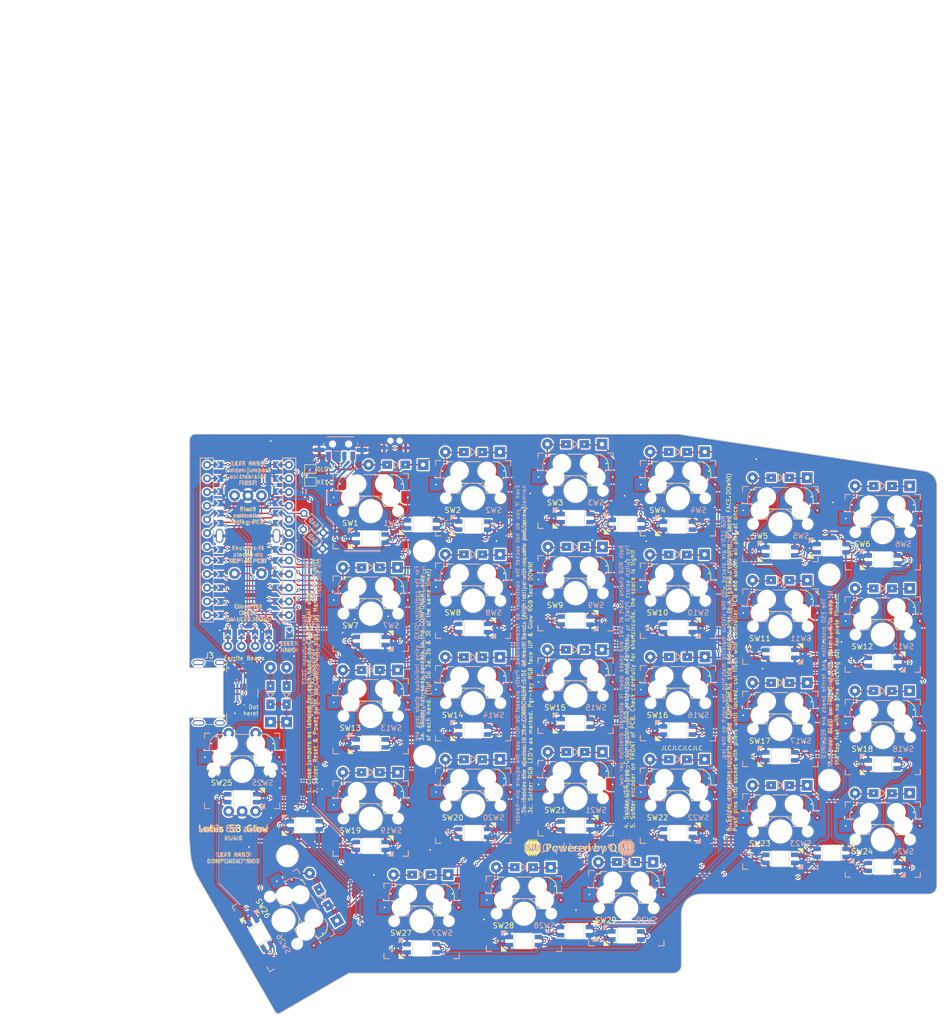
<source format=kicad_pcb>
(kicad_pcb (version 20221018) (generator pcbnew)
  (title_block (title "Lotus 58 Glow") (date "2023-11-21") (rev "v1.4.0") (company "Markus Knutsson <markus.knutsson@tweety.se>") (comment 1 "https://github.com/TweetyDaBird") (comment 2 "Licensed under CERN-OHL-S v2 or any superseding version"))
  (layers (0 "F.Cu" signal) (31 "B.Cu" signal) (34 "B.Paste" user) (35 "F.Paste" user) (36 "B.SilkS" user "B.Silkscreen") (37 "F.SilkS" user "F.Silkscreen") (38 "B.Mask" user) (39 "F.Mask" user) (44 "Edge.Cuts" user))
  (net 0 "")
  (net 1 "Net-(D1-A)")
  (net 2 "row4")
  (net 3 "Net-(D2-A)")
  (net 4 "Net-(D3-A)")
  (net 5 "row0")
  (net 6 "Net-(D4-A)")
  (net 7 "row1")
  (net 8 "Net-(D5-A)")
  (net 9 "row2")
  (net 10 "Net-(D6-A)")
  (net 11 "row3")
  (net 12 "Net-(D7-A)")
  (net 13 "Net-(D8-A)")
  (net 14 "Net-(D9-A)")
  (net 15 "Net-(D10-A)")
  (net 16 "Net-(D11-A)")
  (net 17 "Net-(D12-A)")
  (net 18 "Net-(D13-A)")
  (net 19 "Net-(D14-A)")
  (net 20 "Net-(D15-A)")
  (net 21 "Net-(D16-A)")
  (net 22 "Net-(D17-A)")
  (net 23 "Net-(D18-A)")
  (net 24 "Net-(D19-A)")
  (net 25 "Net-(D20-A)")
  (net 26 "Net-(D21-A)")
  (net 27 "Net-(D22-A)")
  (net 28 "Net-(D23-A)")
  (net 29 "Net-(D24-A)")
  (net 30 "Net-(D26-A)")
  (net 31 "Net-(D27-A)")
  (net 32 "Net-(D28-A)")
  (net 33 "VCC")
  (net 34 "GND")
  (net 35 "col0")
  (net 36 "col1")
  (net 37 "col2")
  (net 38 "col3")
  (net 39 "col4")
  (net 40 "col5")
  (net 41 "SDA")
  (net 42 "LED")
  (net 43 "SCL")
  (net 44 "RESET")
  (net 45 "Net-(D29-A)")
  (net 46 "DATA")
  (net 47 "Net-(D30-A)")
  (net 48 "Hand")
  (net 49 "Alt")
  (net 55 "Net-(LED1-DOUT)")
  (net 56 "Net-(LED2-DOUT)")
  (net 57 "Net-(LED3-DOUT)")
  (net 58 "Net-(LED4-DOUT)")
  (net 59 "Net-(LED5-DOUT)")
  (net 60 "Net-(LED12-DIN)")
  (net 61 "Net-(LED13-DIN)")
  (net 62 "Net-(LED7-DIN)")
  (net 63 "Net-(LED8-DIN)")
  (net 64 "Net-(LED10-DOUT)")
  (net 65 "Net-(LED10-DIN)")
  (net 66 "Net-(LED11-DIN)")
  (net 67 "Net-(LED13-DOUT)")
  (net 68 "Net-(LED14-DOUT)")
  (net 69 "Net-(LED15-DOUT)")
  (net 70 "Net-(LED16-DOUT)")
  (net 71 "Net-(LED17-DOUT)")
  (net 72 "Net-(LED18-DOUT)")
  (net 73 "Net-(LED19-DOUT)")
  (net 74 "Net-(LED19-DIN)")
  (net 75 "Net-(LED20-DIN)")
  (net 76 "Net-(LED21-DIN)")
  (net 77 "/PWR_KEY")
  (net 78 "/PWR_GLOW")
  (net 79 "Net-(LED22-DIN)")
  (net 80 "Net-(LED23-DIN)")
  (net 81 "Net-(LED25-DOUT)")
  (net 82 "EncB")
  (net 83 "EncA")
  (net 84 "Net-(LED26-DOUT)")
  (net 85 "Net-(LED27-DOUT)")
  (net 86 "Net-(LED28-DOUT)")
  (net 87 "Net-(LED30-DOUT)")
  (net 88 "Net-(LED31-DOUT)")
  (net 89 "Net-(LED32-DOUT)")
  (net 90 "Net-(LED33-DOUT)")
  (net 91 "Net-(LED34-DOUT)")
  (net 94 "Net-(J3-SHIELD)")
  (net 95 "/VCC_LINK")
  (footprint "Keyboard Common:Spacer PCB hole" (layer "F.Cu") (at 124.32538 57.40908)
    (fp_text reference "TH1" hide)
    (fp_text value "HOLE" hide)
  )
  (footprint "Keyboard Common:Spacer PCB hole" (layer "F.Cu") (at 199.7 61.8)
    (fp_text reference "TH2" hide)
    (fp_text value "HOLE" hide)
  )
  (footprint "Keyboard Common:Spacer PCB hole" (layer "F.Cu") (at 124.3965 95.5675)
    (fp_text reference "TH3" hide)
    (fp_text value "HOLE" hide)
  )
  (footprint "Keyboard Common:Spacer PCB hole" (layer "F.Cu") (at 199.7 100)
    (fp_text reference "TH4" hide)
    (fp_text value "HOLE" hide)
  )
  (footprint "Keyboard Common:Spacer PCB hole" (layer "F.Cu") (at 98.8949 114.1095 90)
    (fp_text reference "TH5" hide)
    (fp_text value "HOLE" hide)
  )
  (footprint "Keyboard Switches:SW_MX_HotSwap_Reversible" (layer "F.Cu") (at 133.45 47.6)
    (fp_text reference "SW2" hide)
    (fp_text value "Kailh hotswap MX socket" hide)
  )
  (footprint "Keyboard Switches:SW_MX_HotSwap_Reversible" (layer "F.Cu") (at 152.5 46.21)
    (fp_text reference "SW3" hide)
    (fp_text value "Kailh hotswap MX socket" hide)
  )
  (footprint "Keyboard Switches:SW_MX_HotSwap_Reversible" (layer "F.Cu") (at 171.55 47.6)
    (fp_text reference "SW4" hide)
    (fp_text value "Kailh hotswap MX socket" hide)
  )
  (footprint "Keyboard Switches:SW_MX_HotSwap_Reversible" (layer "F.Cu") (at 209.65 53.9)
    (fp_text reference "SW6" hide)
    (fp_text value "Kailh hotswap MX socket" hide)
  )
  (footprint "Keyboard Switches:SW_MX_HotSwap_Reversible" (layer "F.Cu") (at 114.4 69.05)
    (fp_text reference "SW7" hide)
    (fp_text value "Kailh hotswap MX socket" hide)
  )
  (footprint "Keyboard Switches:SW_MX_HotSwap_Reversible" (layer "F.Cu") (at 152.5 65.26)
    (fp_text reference "SW9" hide)
    (fp_text value "Kailh hotswap MX socket" hide)
  )
  (footprint "Keyboard Switches:SW_MX_HotSwap_Reversible" (layer "F.Cu") (at 171.55 66.65)
    (fp_text reference "SW10" hide)
    (fp_text value "Kailh hotswap MX socket" hide)
  )
  (footprint "Keyboard Switches:SW_MX_HotSwap_Reversible" (layer "F.Cu") (at 190.6 71.45)
    (fp_text reference "SW11" hide)
    (fp_text value "Kailh hotswap MX socket" hide)
  )
  (footprint "Keyboard Switches:SW_MX_HotSwap_Reversible" (layer "F.Cu") (at 209.65 72.95)
    (fp_text reference "SW12" hide)
    (fp_text value "Kailh hotswap MX socket" hide)
  )
  (footprint "Keyboard Switches:SW_MX_HotSwap_Reversible" (layer "F.Cu") (at 114.4 88.1)
    (fp_text reference "SW13" hide)
    (fp_text value "Kailh hotswap MX socket" hide)
  )
  (footprint "Keyboard Switches:SW_MX_HotSwap_Reversible" (layer "F.Cu") (at 133.45 85.7)
    (fp_text reference "SW14" hide)
    (fp_text value "Kailh hotswap MX socket" hide)
  )
  (footprint "Keyboard Switches:SW_MX_HotSwap_Reversible" (layer "F.Cu") (at 152.5 84.31)
    (fp_text reference "SW15" hide)
    (fp_text value "Kailh hotswap MX socket" hide)
  )
  (footprint "Keyboard Switches:SW_MX_HotSwap_Reversible" (layer "F.Cu") (at 190.6 90.5)
    (fp_text reference "SW17" hide)
    (fp_text value "Kailh hotswap MX socket" hide)
  )
  (footprint "Keyboard Switches:SW_MX_HotSwap_Reversible" (layer "F.Cu") (at 209.65 92)
    (fp_text reference "SW18" hide)
    (fp_text value "Kailh hotswap MX socket" hide)
  )
  (footprint "Keyboard Switches:SW_MX_HotSwap_Reversible" (layer "F.Cu") (at 114.4 107.15)
    (fp_text reference "SW19" hide)
    (fp_text value "Kailh hotswap MX socket" hide)
  )
  (footprint "Keyboard Switches:SW_MX_HotSwap_Reversible" (layer "F.Cu") (at 133.45 104.75)
    (fp_text reference "SW20" hide)
    (fp_text value "Kailh hotswap MX socket" hide)
  )
  (footprint "Keyboard Switches:SW_MX_HotSwap_Reversible" (layer "F.Cu") (at 152.5 103.36)
    (fp_text reference "SW21" hide)
    (fp_text value "Kailh hotswap MX socket" hide)
  )
  (footprint "Keyboard Switches:SW_MX_HotSwap_Reversible" (layer "F.Cu") (at 171.55 104.75)
    (fp_text reference "SW22" hide)
    (fp_text value "Kailh hotswap MX socket" hide)
  )
  (footprint "Keyboard Switches:SW_MX_HotSwap_Reversible" (layer "F.Cu") (at 190.6 109.55)
    (fp_text reference "SW23" hide)
    (fp_text value "Kailh hotswap MX socket" hide)
  )
  (footprint "Keyboard Switches:SW_MX_HotSwap_Reversible" (layer "F.Cu") (at 123.85 126.2)
    (fp_text reference "SW27" hide)
    (fp_text value "Kailh hotswap MX socket" hide)
  )
  (footprint "Keyboard Switches:SW_MX_HotSwap_Reversible" (layer "F.Cu") (at 142.8977 124.8283)
    (fp_text reference "SW28" hide)
    (fp_text value "Kailh hotswap MX socket" hide)
  )
  (footprint "Keyboard Switches:SW_MX_HotSwap_Reversible" (layer "F.Cu") (at 161.95 123.8)
    (fp_text reference "SW29" hide)
    (fp_text value "Kailh hotswap MX socket" hide)
  )
  (footprint "Keyboard Switches:SW_MX_HotSwap_Reversible" (layer "F.Cu") (at 114.4 50)
    (fp_text reference "SW1" hide)
    (fp_text value "Kailh hotswap MX socket" hide)
  )
  (footprint "Keyboard Switches:SW_MX_HotSwap_Reversible" (layer "F.Cu") (at 90.4748 98.2853)
    (fp_text reference "SW25" hide)
    (fp_text value "Kailh hotswap MX socket" hide)
  )
  (footprint "Keyboard Switches:SW_MX_HotSwap_Reversible" (layer "F.Cu") (at 209.65 111.05)
    (fp_text reference "SW24" hide)
    (fp_text value "Kailh hotswap MX socket" hide)
  )
  (footprint "Keyboard Switches:SW_MX_HotSwap_Reversible" (layer "F.Cu") (at 98.171 126.0475 -60)
    (fp_text reference "SW26" hide)
    (fp_text value "Kailh hotswap MX socket" hide)
  )
  (footprint "Keyboard Switches:SW_MX_HotSwap_Reversible" (layer "F.Cu") (at 171.55 85.7)
    (fp_text reference "SW16" hide)
    (fp_text value "Kailh hotswap MX socket" hide)
  )
  (footprint "Keyboard Common:SSD1306-0.91-OLED-4pin-128x32 doublesided" (layer "F.Cu") (at 91.62 56.59 -90)
    (fp_text reference "P1" hide)
    (fp_text value "OLED")
  )
  (footprint "Keyboard RGB:MX_SK6812MINI-E_REVERSIBLE" (layer "F.Cu") (at 200.125 113.522)
    (fp_text reference "LED33" hide)
    (fp_text value "SK6812MINI-E")
    (fp_line (start -1.65 -1.45) (end 1.65 -1.45) (stroke (width 0.1)) (layer "Edge.Cuts"))
    (fp_line (start -1.65 1.45) (end -1.65 -1.45) (stroke (width 0.1)) (layer "Edge.Cuts"))
    (fp_line (start 1.65 -1.45) (end 1.65 1.45) (stroke (width 0.1)) (layer "Edge.Cuts"))
    (fp_line (start 1.65 1.45) (end -1.65 1.45) (stroke (width 0.1)) (layer "Edge.Cuts"))
  )
  (footprint "Keyboard RGB:MX_SK6812MINI-E_REVERSIBLE" (layer "F.Cu") (at 152.4 128.0795)
    (fp_text reference "LED34" hide)
    (fp_text value "SK6812MINI-E")
    (fp_line (start -1.65 -1.45) (end 1.65 -1.45) (stroke (width 0.1)) (layer "Edge.Cuts"))
    (fp_line (start -1.65 1.45) (end -1.65 -1.45) (stroke (width 0.1)) (layer "Edge.Cuts"))
    (fp_line (start 1.65 -1.45) (end 1.65 1.45) (stroke (width 0.1)) (layer "Edge.Cuts"))
    (fp_line (start 1.65 1.45) (end -1.65 1.45) (stroke (width 0.1)) (layer "Edge.Cuts"))
  )
  (footprint "Keyboard RGB:MX_SK6812MINI-E_REVERSIBLE" (layer "F.Cu") (at 102.108 108.3945 180)
    (fp_text reference "LED35" hide)
    (fp_text value "SK6812MINI-E")
    (fp_line (start -1.65 -1.45) (end 1.65 -1.45) (stroke (width 0.1)) (layer "Edge.Cuts"))
    (fp_line (start -1.65 1.45) (end -1.65 -1.45) (stroke (width 0.1)) (layer "Edge.Cuts"))
    (fp_line (start 1.65 -1.45) (end 1.65 1.45) (stroke (width 0.1)) (layer "Edge.Cuts"))
    (fp_line (start 1.65 1.45) (end -1.65 1.45) (stroke (width 0.1)) (layer "Edge.Cuts"))
  )
  (footprint "Keyboard RGB:MX_SK6812MINI-E_REVERSIBLE" (layer "F.Cu") (at 200.122 56.896 180)
    (fp_text reference "LED32" hide)
    (fp_text value "SK6812MINI-E")
    (fp_line (start -1.65 -1.45) (end 1.65 -1.45) (stroke (width 0.1)) (layer "Edge.Cuts"))
    (fp_line (start -1.65 1.45) (end -1.65 -1.45) (stroke (width 0.1)) (layer "Edge.Cuts"))
    (fp_line (start 1.65 -1.45) (end 1.65 1.45) (stroke (width 0.1)) (layer "Edge.Cuts"))
    (fp_line (start 1.65 1.45) (end -1.65 1.45) (stroke (width 0.1)) (layer "Edge.Cuts"))
  )
  (footprint "Keyboard RGB:MX_SK6812MINI-E_REVERSIBLE" (layer "F.Cu") (at 123.9235 52.451 180)
    (fp_text reference "LED30" hide)
    (fp_text value "SK6812MINI-E")
    (fp_line (start -1.65 -1.45) (end 1.65 -1.45) (stroke (width 0.1)) (layer "Edge.Cuts"))
    (fp_line (start -1.65 1.45) (end -1.65 -1.45) (stroke (width 0.1)) (layer "Edge.Cuts"))
    (fp_line (start 1.65 -1.45) (end 1.65 1.45) (stroke (width 0.1)) (layer "Edge.Cuts"))
    (fp_line (start 1.65 1.45) (end -1.65 1.45) (stroke (width 0.1)) (layer "Edge.Cuts"))
  )
  (footprint "Keyboard Encoders:Encoder_Alps_EC11E_Small" (layer "F.Cu") (at 91.567 54.594 -90)
    (fp_text reference "SW30" hide)
    (fp_text value "Rotary_Encoder_Switch" hide)
  )
  (footprint "Keyboard Controllers:ProMicro_jumpers_V2" (layer "F.Cu") (at 91.567 55.35)
    (fp_text reference "U1" hide)
    (fp_text value "ProMicro")
  )
  (footprint "Keyboard Switches:SW_MX_HotSwap_Reversible" (layer "F.Cu") (at 190.6 52.4)
    (fp_text reference "SW5" hide)
    (fp_text value "Kailh hotswap MX socket" hide)
  )
  (footprint "Keyboard Encoders:Encoder_Alps_EC11E_Offset_pad" (layer "F.Cu") (at 90.4748 98.2853 90)
    (fp_text reference "SW31" hide)
    (fp_text value "Rotary_Encoder_Switch")
  )
  (footprint "Keyboard RGB:MX_SK6812MINI-E_REVERSIBLE" (layer "F.Cu") (at 162.0285 52.3875 180)
    (fp_text reference "LED31" hide)
    (fp_text value "SK6812MINI-E")
    (fp_line (start -1.65 -1.45) (end 1.65 -1.45) (stroke (width 0.1)) (layer "Edge.Cuts"))
    (fp_line (start -1.65 1.45) (end -1.65 -1.45) (stroke (width 0.1)) (layer "Edge.Cuts"))
    (fp_line (start 1.65 -1.45) (end 1.65 1.45) (stroke (width 0.1)) (layer "Edge.Cuts"))
    (fp_line (start 1.65 1.45) (end -1.65 1.45) (stroke (width 0.1)) (layer "Edge.Cuts"))
  )
  (footprint "Keyboard Common:Jumper_min_v2" (layer "F.Cu") (at 99.28 72.59 90)
    (fp_text reference "JP3" hide)
    (fp_text value "LEFT" hide)
  )
  (footprint "Keyboard Switches:SW_MX_HotSwap_Reversible" (layer "F.Cu") (at 133.45 66.65)
    (fp_text reference "SW8" hide)
    (fp_text value "Kailh hotswap MX socket" hide)
  )
  (footprint "Keyboard RGB:MX_SK6812MINI-E_REVERSIBLE" (layer "F.Cu") (at 114.4 55.08 180)
    (fp_text reference "LED1" hide)
    (fp_text value "SK6812MINI-E")
    (fp_line (start -1.65 -1.45) (end 1.65 -1.45) (stroke (width 0.1)) (layer "Edge.Cuts"))
    (fp_line (start -1.65 1.45) (end -1.65 -1.45) (stroke (width 0.1)) (layer "Edge.Cuts"))
    (fp_line (start 1.65 -1.45) (end 1.65 1.45) (stroke (width 0.1)) (layer "Edge.Cuts"))
    (fp_line (start 1.65 1.45) (end -1.65 1.45) (stroke (width 0.1)) (layer "Edge.Cuts"))
  )
  (footprint "Keyboard RGB:MX_SK6812MINI-E_REVERSIBLE" (layer "F.Cu") (at 133.45 52.68 180)
    (fp_text reference "LED2" hide)
    (fp_text value "SK6812MINI-E")
    (fp_line (start -1.65 -1.45) (end 1.65 -1.45) (stroke (width 0.1)) (layer "Edge.Cuts"))
    (fp_line (start -1.65 1.45) (end -1.65 -1.45) (stroke (width 0.1)) (layer "Edge.Cuts"))
    (fp_line (start 1.65 -1.45) (end 1.65 1.45) (stroke (width 0.1)) (layer "Edge.Cuts"))
    (fp_line (start 1.65 1.45) (end -1.65 1.45) (stroke (width 0.1)) (layer "Edge.Cuts"))
  )
  (footprint "Keyboard RGB:MX_SK6812MINI-E_REVERSIBLE" (layer "F.Cu") (at 152.5 51.29 180)
    (fp_text reference "LED3" hide)
    (fp_text value "SK6812MINI-E")
    (fp_line (start -1.65 -1.45) (end 1.65 -1.45) (stroke (width 0.1)) (layer "Edge.Cuts"))
    (fp_line (start -1.65 1.45) (end -1.65 -1.45) (stroke (width 0.1)) (layer "Edge.Cuts"))
    (fp_line (start 1.65 -1.45) (end 1.65 1.45) (stroke (width 0.1)) (layer "Edge.Cuts"))
    (fp_line (start 1.65 1.45) (end -1.65 1.45) (stroke (width 0.1)) (layer "Edge.Cuts"))
  )
  (footprint "Keyboard RGB:MX_SK6812MINI-E_REVERSIBLE" (layer "F.Cu") (at 171.55 52.68 180)
    (fp_text reference "LED4" hide)
    (fp_text value "SK6812MINI-E")
    (fp_line (start -1.65 -1.45) (end 1.65 -1.45) (stroke (width 0.1)) (layer "Edge.Cuts"))
    (fp_line (start -1.65 1.45) (end -1.65 -1.45) (stroke (width 0.1)) (layer "Edge.Cuts"))
    (fp_line (start 1.65 -1.45) (end 1.65 1.45) (stroke (width 0.1)) (layer "Edge.Cuts"))
    (fp_line (start 1.65 1.45) (end -1.65 1.45) (stroke (width 0.1)) (layer "Edge.Cuts"))
  )
  (footprint "Keyboard RGB:MX_SK6812MINI-E_REVERSIBLE" (layer "F.Cu") (at 190.6 57.48 180)
    (fp_text reference "LED5" hide)
    (fp_text value "SK6812MINI-E")
    (fp_line (start -1.65 -1.45) (end 1.65 -1.45) (stroke (width 0.1)) (layer "Edge.Cuts"))
    (fp_line (start -1.65 1.45) (end -1.65 -1.45) (stroke (width 0.1)) (layer "Edge.Cuts"))
    (fp_line (start 1.65 -1.45) (end 1.65 1.45) (stroke (width 0.1)) (layer "Edge.Cuts"))
    (fp_line (start 1.65 1.45) (end -1.65 1.45) (stroke (width 0.1)) (layer "Edge.Cuts"))
  )
  (footprint "Keyboard RGB:MX_SK6812MINI-E_REVERSIBLE" (layer "F.Cu") (at 209.65 58.98 180)
    (fp_text reference "LED6" hide)
    (fp_text value "SK6812MINI-E")
    (fp_line (start -1.65 -1.45) (end 1.65 -1.45) (stroke (width 0.1)) (layer "Edge.Cuts"))
    (fp_line (start -1.65 1.45) (end -1.65 -1.45) (stroke (width 0.1)) (layer "Edge.Cuts"))
    (fp_line (start 1.65 -1.45) (end 1.65 1.45) (stroke (width 0.1)) (layer "Edge.Cuts"))
    (fp_line (start 1.65 1.45) (end -1.65 1.45) (stroke (width 0.1)) (layer "Edge.Cuts"))
  )
  (footprint "Keyboard RGB:MX_SK6812MINI-E_REVERSIBLE" (layer "F.Cu") (at 114.4 74.13)
    (fp_text reference "LED7" hide)
    (fp_text value "SK6812MINI-E")
    (fp_line (start -1.65 -1.45) (end 1.65 -1.45) (stroke (width 0.1)) (layer "Edge.Cuts"))
    (fp_line (start -1.65 1.45) (end -1.65 -1.45) (stroke (width 0.1)) (layer "Edge.Cuts"))
    (fp_line (start 1.65 -1.45) (end 1.65 1.45) (stroke (width 0.1)) (layer "Edge.Cuts"))
    (fp_line (start 1.65 1.45) (end -1.65 1.45) (stroke (width 0.1)) (layer "Edge.Cuts"))
  )
  (footprint "Keyboard RGB:MX_SK6812MINI-E_REVERSIBLE" (layer "F.Cu") (at 133.45 71.73)
    (fp_text reference "LED8" hide)
    (fp_text value "SK6812MINI-E")
    (fp_line (start -1.65 -1.45) (end 1.65 -1.45) (stroke (width 0.1)) (layer "Edge.Cuts"))
    (fp_line (start -1.65 1.45) (end -1.65 -1.45) (stroke (width 0.1)) (layer "Edge.Cuts"))
    (fp_line (start 1.65 -1.45) (end 1.65 1.45) (stroke (width 0.1)) (layer "Edge.Cuts"))
    (fp_line (start 1.65 1.45) (end -1.65 1.45) (stroke (width 0.1)) (layer "Edge.Cuts"))
  )
  (footprint "Keyboard RGB:MX_SK6812MINI-E_REVERSIBLE" (layer "F.Cu") (at 152.5 70.34)
    (fp_text reference "LED9" hide)
    (fp_text value "SK6812MINI-E")
    (fp_line (start -1.65 -1.45) (end 1.65 -1.45) (stroke (width 0.1)) (layer "Edge.Cuts"))
    (fp_line (start -1.65 1.45) (end -1.65 -1.45) (stroke (width 0.1)) (layer "Edge.Cuts"))
    (fp_line (start 1.65 -1.45) (end 1.65 1.45) (stroke (width 0.1)) (layer "Edge.Cuts"))
    (fp_line (start 1.65 1.45) (end -1.65 1.45) (stroke (width 0.1)) (layer "Edge.Cuts"))
  )
  (footprint "Keyboard RGB:MX_SK6812MINI-E_REVERSIBLE" (layer "F.Cu") (at 171.55 71.73)
    (fp_text reference "LED10" hide)
    (fp_text value "SK6812MINI-E")
    (fp_line (start -1.65 -1.45) (end 1.65 -1.45) (stroke (width 0.1)) (layer "Edge.Cuts"))
    (fp_line (start -1.65 1.45) (end -1.65 -1.45) (stroke (width 0.1)) (layer "Edge.Cuts"))
    (fp_line (start 1.65 -1.45) (end 1.65 1.45) (stroke (width 0.1)) (layer "Edge.Cuts"))
    (fp_line (start 1.65 1.45) (end -1.65 1.45) (stroke (width 0.1)) (layer "Edge.Cuts"))
  )
  (footprint "Keyboard RGB:MX_SK6812MINI-E_REVERSIBLE" (layer "F.Cu") (at 190.6 76.53)
    (fp_text reference "LED11" hide)
    (fp_text value "SK6812MINI-E")
    (fp_line (start -1.65 -1.45) (end 1.65 -1.45) (stroke (width 0.1)) (layer "Edge.Cuts"))
    (fp_line (start -1.65 1.45) (end -1.65 -1.45) (stroke (width 0.1)) (layer "Edge.Cuts"))
    (fp_line (start 1.65 -1.45) (end 1.65 1.45) (stroke (width 0.1)) (layer "Edge.Cuts"))
    (fp_line (start 1.65 1.45) (end -1.65 1.45) (stroke (width 0.1)) (layer "Edge.Cuts"))
  )
  (footprint "Keyboard RGB:MX_SK6812MINI-E_REVERSIBLE" (layer "F.Cu") (at 209.65 78.03)
    (fp_text reference "LED12" hide)
    (fp_text value "SK6812MINI-E")
    (fp_line (start -1.65 -1.45) (end 1.65 -1.45) (stroke (width 0.1)) (layer "Edge.Cuts"))
    (fp_line (start -1.65 1.45) (end -1.65 -1.45) (stroke (width 0.1)) (layer "Edge.Cuts"))
    (fp_line (start 1.65 -1.45) (end 1.65 1.45) (stroke (width 0.1)) (layer "Edge.Cuts"))
    (fp_line (start 1.65 1.45) (end -1.65 1.45) (stroke (width 0.1)) (layer "Edge.Cuts"))
  )
  (footprint "Keyboard RGB:MX_SK6812MINI-E_REVERSIBLE" (layer "F.Cu") (at 114.4 93.18 180)
    (fp_text reference "LED13" hide)
    (fp_text value "SK6812MINI-E")
    (fp_line (start -1.65 -1.45) (end 1.65 -1.45) (stroke (width 0.1)) (layer "Edge.Cuts"))
    (fp_line (start -1.65 1.45) (end -1.65 -1.45) (stroke (width 0.1)) (layer "Edge.Cuts"))
    (fp_line (start 1.65 -1.45) (end 1.65 1.45) (stroke (width 0.1)) (layer "Edge.Cuts"))
    (fp_line (start 1.65 1.45) (end -1.65 1.45) (stroke (width 0.1)) (layer "Edge.Cuts"))
  )
  (footprint "Keyboard RGB:MX_SK6812MINI-E_REVERSIBLE" (layer "F.Cu") (at 133.45 90.78 180)
    (fp_text reference "LED14" hide)
    (fp_text value "SK6812MINI-E")
    (fp_line (start -1.65 -1.45) (end 1.65 -1.45) (stroke (width 0.1)) (layer "Edge.Cuts"))
    (fp_line (start -1.65 1.45) (end -1.65 -1.45) (stroke (width 0.1)) (layer "Edge.Cuts"))
    (fp_line (start 1.65 -1.45) (end 1.65 1.45) (stroke (width 0.1)) (layer "Edge.Cuts"))
    (fp_line (start 1.65 1.45) (end -1.65 1.45) (stroke (width 0.1)) (layer "Edge.Cuts"))
  )
  (footprint "Keyboard RGB:MX_SK6812MINI-E_REVERSIBLE" (layer "F.Cu") (at 152.5 89.39 180)
    (fp_text reference "LED15" hide)
    (fp_text value "SK6812MINI-E")
    (fp_line (start -1.65 -1.45) (end 1.65 -1.45) (stroke (width 0.1)) (layer "Edge.Cuts"))
    (fp_line (start -1.65 1.45) (end -1.65 -1.45) (stroke (width 0.1)) (layer "Edge.Cuts"))
    (fp_line (start 1.65 -1.45) (end 1.65 1.45) (stroke (width 0.1)) (layer "Edge.Cuts"))
    (fp_line (start 1.65 1.45) (end -1.65 1.45) (stroke (width 0.1)) (layer "Edge.Cuts"))
  )
  (footprint "Keyboard RGB:MX_SK6812MINI-E_REVERSIBLE" (layer "F.Cu") (at 171.55 90.78 180)
    (fp_text reference "LED16" hide)
    (fp_text value "SK6812MINI-E")
    (fp_line (start -1.65 -1.45) (end 1.65 -1.45) (stroke (width 0.1)) (layer "Edge.Cuts"))
    (fp_line (start -1.65 1.45) (end -1.65 -1.45) (stroke (width 0.1)) (layer "Edge.Cuts"))
    (fp_line (start 1.65 -1.45) (end 1.65 1.45) (stroke (width 0.1)) (layer "Edge.Cuts"))
    (fp_line (start 1.65 1.45) (end -1.65 1.45) (stroke (width 0.1)) (layer "Edge.Cuts"))
  )
  (footprint "Keyboard RGB:MX_SK6812MINI-E_REVERSIBLE" (layer "F.Cu") (at 190.6 95.58 180)
    (fp_text reference "LED17" hide)
    (fp_text value "SK6812MINI-E")
    (fp_line (start -1.65 -1.45) (end 1.65 -1.45) (stroke (width 0.1)) (layer "Edge.Cuts"))
    (fp_line (start -1.65 1.45) (end -1.65 -1.45) (stroke (width 0.1)) (layer "Edge.Cuts"))
    (fp_line (start 1.65 -1.45) (end 1.65 1.45) (stroke (width 0.1)) (layer "Edge.Cuts"))
    (fp_line (start 1.65 1.45) (end -1.65 1.45) (stroke (width 0.1)) (layer "Edge.Cuts"))
  )
  (footprint "Keyboard RGB:MX_SK6812MINI-E_REVERSIBLE" (layer "F.Cu") (at 209.65 97.08 180)
    (fp_text reference "LED18" hide)
    (fp_text value "SK6812MINI-E")
    (fp_line (start -1.65 -1.45) (end 1.65 -1.45) (stroke (width 0.1)) (layer "Edge.Cuts"))
    (fp_line (start -1.65 1.45) (end -1.65 -1.45) (stroke (width 0.1)) (layer "Edge.Cuts"))
    (fp_line (start 1.65 -1.45) (end 1.65 1.45) (stroke (width 0.1)) (layer "Edge.Cuts"))
    (fp_line (start 1.65 1.45) (end -1.65 1.45) (stroke (width 0.1)) (layer "Edge.Cuts"))
  )
  (footprint "Keyboard RGB:MX_SK6812MINI-E_REVERSIBLE" (layer "F.Cu") (at 114.4 112.23)
    (fp_text reference "LED19" hide)
    (fp_text value "SK6812MINI-E")
    (fp_line (start -1.65 -1.45) (end 1.65 -1.45) (stroke (width 0.1)) (layer "Edge.Cuts"))
    (fp_line (start -1.65 1.45) (end -1.65 -1.45) (stroke (width 0.1)) (layer "Edge.Cuts"))
    (fp_line (start 1.65 -1.45) (end 1.65 1.45) (stroke (width 0.1)) (layer "Edge.Cuts"))
    (fp_line (start 1.65 1.45) (end -1.65 1.45) (stroke (width 0.1)) (layer "Edge.Cuts"))
  )
  (footprint "Keyboard RGB:MX_SK6812MINI-E_REVERSIBLE" (layer "F.Cu") (at 133.45 109.83)
    (fp_text reference "LED20" hide)
    (fp_text value "SK6812MINI-E")
    (fp_line (start -1.65 -1.45) (end 1.65 -1.45) (stroke (width 0.1)) (layer "Edge.Cuts"))
    (fp_line (start -1.65 1.45) (end -1.65 -1.45) (stroke (width 0.1)) (layer "Edge.Cuts"))
    (fp_line (start 1.65 -1.45) (end 1.65 1.45) (stroke (width 0.1)) (layer "Edge.Cuts"))
    (fp_line (start 1.65 1.45) (end -1.65 1.45) (stroke (width 0.1)) (layer "Edge.Cuts"))
  )
  (footprint "Keyboard RGB:MX_SK6812MINI-E_REVERSIBLE" (layer "F.Cu") (at 152.5 108.44)
    (fp_text reference "LED21" hide)
    (fp_text value "SK6812MINI-E")
    (fp_line (start -1.65 -1.45) (end 1.65 -1.45) (stroke (width 0.1)) (layer "Edge.Cuts"))
    (fp_line (start -1.65 1.45) (end -1.65 -1.45) (stroke (width 0.1)) (layer "Edge.Cuts"))
    (fp_line (start 1.65 -1.45) (end 1.65 1.45) (stroke (width 0.1)) (layer "Edge.Cuts"))
    (fp_line (start 1.65 1.45) (end -1.65 1.45) (stroke (width 0.1)) (layer "Edge.Cuts"))
  )
  (footprint "Keyboard RGB:MX_SK6812MINI-E_REVERSIBLE" (layer "F.Cu") (at 171.55 109.83)
    (fp_text reference "LED22" hide)
    (fp_text value "SK6812MINI-E")
    (fp_line (start -1.65 -1.45) (end 1.65 -1.45) (stroke (width 0.1)) (layer "Edge.Cuts"))
    (fp_line (start -1.65 1.45) (end -1.65 -1.45) (stroke (width 0.1)) (layer "Edge.Cuts"))
    (fp_line (start 1.65 -1.45) (end 1.65 1.45) (stroke (width 0.1)) (layer "Edge.Cuts"))
    (fp_line (start 1.65 1.45) (end -1.65 1.45) (stroke (width 0.1)) (layer "Edge.Cuts"))
  )
  (footprint "Keyboard RGB:MX_SK6812MINI-E_REVERSIBLE" (layer "F.Cu") (at 190.6 114.63)
    (fp_text reference "LED23" hide)
    (fp_text value "SK6812MINI-E")
    (fp_line (start -1.65 -1.45) (end 1.65 -1.45) (stroke (width 0.1)) (layer "Edge.Cuts"))
    (fp_line (start -1.65 1.45) (end -1.65 -1.45) (stroke (width 0.1)) (layer "Edge.Cuts"))
    (fp_line (start 1.65 -1.45) (end 1.65 1.45) (stroke (width 0.1)) (layer "Edge.Cuts"))
    (fp_line (start 1.65 1.45) (end -1.65 1.45) (stroke (width 0.1)) (layer "Edge.Cuts"))
  )
  (footprint "Keyboard RGB:MX_SK6812MINI-E_REVERSIBLE" (layer "F.Cu") (at 209.65 116.13)
    (fp_text reference "LED24" hide)
    (fp_text value "SK6812MINI-E")
    (fp_line (start -1.65 -1.45) (end 1.65 -1.45) (stroke (width 0.1)) (layer "Edge.Cuts"))
    (fp_line (start -1.65 1.45) (end -1.65 -1.45) (stroke (width 0.1)) (layer "Edge.Cuts"))
    (fp_line (start 1.65 -1.45) (end 1.65 1.45) (stroke (width 0.1)) (layer "Edge.Cuts"))
    (fp_line (start 1.65 1.45) (end -1.65 1.45) (stroke (width 0.1)) (layer "Edge.Cuts"))
  )
  (footprint "Keyboard RGB:MX_SK6812MINI-E_REVERSIBLE" (layer "F.Cu") (at 90.4748 103.3653)
    (fp_text reference "LED25" hide)
    (fp_text value "SK6812MINI-E")
    (fp_line (start -1.65 -1.45) (end 1.65 -1.45) (stroke (width 0.1)) (layer "Edge.Cuts"))
    (fp_line (start -1.65 1.45) (end -1.65 -1.45) (stroke (width 0.1)) (layer "Edge.Cuts"))
    (fp_line (start 1.65 -1.45) (end 1.65 1.45) (stroke (width 0.1)) (layer "Edge.Cuts"))
    (fp_line (start 1.65 1.45) (end -1.65 1.45) (stroke (width 0.1)) (layer "Edge.Cuts"))
  )
  (footprint "Keyboard RGB:MX_SK6812MINI-E_REVERSIBLE" (layer "F.Cu") (at 93.771591 128.587499 120)
    (fp_text reference "LED26" hide)
    (fp_text value "SK6812MINI-E")
    (fp_line (start -1.65 -1.45) (end 1.65 -1.45) (stroke (width 0.1)) (layer "Edge.Cuts"))
    (fp_line (start -1.65 1.45) (end -1.65 -1.45) (stroke (width 0.1)) (layer "Edge.Cuts"))
    (fp_line (start 1.65 -1.45) (end 1.65 1.45) (stroke (width 0.1)) (layer "Edge.Cuts"))
    (fp_line (start 1.65 1.45) (end -1.65 1.45) (stroke (width 0.1)) (layer "Edge.Cuts"))
  )
  (footprint "Keyboard RGB:MX_SK6812MINI-E_REVERSIBLE" (layer "F.Cu") (at 123.85 131.28 180)
    (fp_text reference "LED27" hide)
    (fp_text value "SK6812MINI-E")
    (fp_line (start -1.65 -1.45) (end 1.65 -1.45) (stroke (width 0.1)) (layer "Edge.Cuts"))
    (fp_line (start -1.65 1.45) (end -1.65 -1.45) (stroke (width 0.1)) (layer "Edge.Cuts"))
    (fp_line (start 1.65 -1.45) (end 1.65 1.45) (stroke (width 0.1)) (layer "Edge.Cuts"))
    (fp_line (start 1.65 1.45) (end -1.65 1.45) (stroke (width 0.1)) (layer "Edge.Cuts"))
  )
  (footprint "Keyboard RGB:MX_SK6812MINI-E_REVERSIBLE" (layer "F.Cu") (at 142.8977 129.9083 180)
    (fp_text reference "LED28" hide)
    (fp_text value "SK6812MINI-E")
    (fp_line (start -1.65 -1.45) (end 1.65 -1.45) (stroke (width 0.1)) (layer "Edge.Cuts"))
    (fp_line (start -1.65 1.45) (end -1.65 -1.45) (stroke (width 0.1)) (layer "Edge.Cuts"))
    (fp_line (start 1.65 -1.45) (end 1.65 1.45) (stroke (width 0.1)) (layer "Edge.Cuts"))
    (fp_line (start 1.65 1.45) (end -1.65 1.45) (stroke (width 0.1)) (layer "Edge.Cuts"))
  )
  (footprint "Keyboard RGB:MX_SK6812MINI-E_REVERSIBLE" (layer "F.Cu") (at 161.95 128.88 180)
    (fp_text reference "LED29" hide)
    (fp_text value "SK6812MINI-E")
    (fp_line (start -1.65 -1.45) (end 1.65 -1.45) (stroke (width 0.1)) (layer "Edge.Cuts"))
    (fp_line (start -1.65 1.45) (end -1.65 -1.45) (stroke (width 0.1)) (layer "Edge.Cuts"))
    (fp_line (start 1.65 -1.45) (end 1.65 1.45) (stroke (width 0.1)) (layer "Edge.Cuts"))
    (fp_line (start 1.65 1.45) (end -1.65 1.45) (stroke (width 0.1)) (layer "Edge.Cuts"))
  )
  (footprint "Keyboard Common:Jumper_min_v2" (layer "F.Cu") (at 103.17 44.55 180)
    (fp_text reference "JP2" hide)
    (fp_text value "LEFT" hide)
  )
  (footprint "Keyboard Common:YTS-A002" (layer "F.Cu") (at 118.91 36.91)
    (fp_text reference "RES1" hide)
    (fp_text value "TS-A002" hide)
  )
  (footprint "Keyboard Common:MSK12C02" (layer "F.Cu") (at 108.79 37.52 180)
    (fp_text reference "SW32" hide)
    (fp_text value "MSK12C02" hide)
  )
  (footprint "Keyboard Common:Molex-216990_GCT-USB45xx_HRO-TYPE-C-31-M-13x-PiMicro" (layer "F.Cu") (at 81.167 83.75 -90)
    (fp_text reference "J3")
    (fp_text value "USB_C_Receptacle_USB2.0")
    (fp_line (start -7.62 0.5) (end -4.62 0.5) (stroke (width 0.15)) (layer "Edge.Cuts"))
    (fp_line (start -4.62 0.5) (end -4.62 -5.783) (stroke (width 0.15)) (layer "Edge.Cuts"))
    (fp_line (start -4.02 -5.783) (end 4.02 -5.783) (stroke (width 0.15)) (layer "Edge.Cuts"))
    (fp_line (start 4.62 -5.783) (end 4.62 0.5) (stroke (width 0.15)) (layer "Edge.Cuts"))
    (fp_line (start 4.62 0.5) (end 7.62 0.5) (stroke (width 0.15)) (layer "Edge.Cuts"))
    (fp_arc (start -4.62 -5.783) (mid -4.32 -6.083) (end -4.02 -5.783) (stroke (width 0.15)) (layer "Edge.Cuts"))
    (fp_arc (start 4.02 -5.783) (mid 4.32 -6.083) (end 4.62 -5.783) (stroke (width 0.15)) (layer "Edge.Cuts"))
  )
  (footprint "Capacitor_SMD:C_0603_1608Metric_Pad1.08x0.95mm_HandSolder" (layer "F.Cu") (at 90.67 78.78)
    (fp_text reference "FB2")
    (fp_text value "Ferrite Bead" hide)
  )
  (footprint "Package_TO_SOT_SMD:SOT-23-6" (layer "F.Cu") (at 91.83 83.85 90)
    (fp_text reference "U2" hide)
    (fp_text value "SRV05-4")
  )
  (footprint "Keyboard Common:Jumper_min_v2" (layer "F.Cu") (at 103.17 42.16 180)
    (fp_text reference "JP1" hide)
    (fp_text value "LEFT" hide)
  )
  (footprint "Logotypes:qmk logo" (layer "F.Cu") (at 153.15 112.57)
    (fp_text reference "Logo1" hide)
    (fp_text value "QMK_Logo" hide)
  )
  (footprint "Capacitor_SMD:C_0603_1608Metric_Pad1.08x0.95mm_HandSolder" (layer "F.Cu") (at 90.68 80.64)
    (fp_text reference "FB1")
    (fp_text value "Ferrite Beads ")
  )
  (footprint "Keyboard Common:Diode_DO35_SOD123" (layer "B.Cu") (at 119.14 41.36 180)
    (fp_text reference "D1" hide)
    (fp_text value "1N4148/1N4148W" hide)
  )
  (footprint "Keyboard Common:Diode_DO35_SOD123" (layer "B.Cu") (at 152.42 37.56 180)
    (fp_text reference "D3" hide)
    (fp_text value "1N4148/1N4148W" hide)
  )
  (footprint "Keyboard Common:Diode_DO35_SOD123" (layer "B.Cu") (at 171.54 38.98 180)
    (fp_text reference "D4" hide)
    (fp_text value "1N4148/1N4148W" hide)
  )
  (footprint "Keyboard Common:Diode_DO35_SOD123" (layer "B.Cu") (at 209.66 45.31 180)
    (fp_text reference "D6" hide)
    (fp_text value "1N4148/1N4148W" hide)
  )
  (footprint "Keyboard Common:Diode_DO35_SOD123" (layer "B.Cu") (at 152.51 56.65 180)
    (fp_text reference "D9" hide)
    (fp_text value "1N4148/1N4148W" hide)
  )
  (footprint "Keyboard Common:Diode_DO35_SOD123" (layer "B.Cu") (at 171.5 58.06 180)
    (fp_text reference "D10" hide)
    (fp_text value "1N4148/1N4148W" hide)
  )
  (footprint "Keyboard Common:Diode_DO35_SOD123" (layer "B.Cu") (at 190.59 62.85 180)
    (fp_text reference "D11" hide)
    (fp_text value "1N4148/1N4148W" hide)
  )
  (footprint "Keyboard Common:Diode_DO35_SOD123" (layer "B.Cu") (at 209.66 64.36 180)
    (fp_text reference "D12" hide)
    (fp_text value "1N4148/1N4148W" hide)
  )
  (footprint "Keyboard Common:Diode_DO35_SOD123" (layer "B.Cu") (at 114.38 79.53 180)
    (fp_text reference "D13" hide)
    (fp_text value "1N4148/1N4148W" hide)
  )
  (footprint "Keyboard Common:Diode_DO35_SOD123" (layer "B.Cu") (at 133.44 77.14 180)
    (fp_text reference "D14" hide)
    (fp_text value "1N4148/1N4148W" hide)
  )
  (footprint "Keyboard Common:Diode_DO35_SOD123" (layer "B.Cu") (at 152.41 75.74 180)
    (fp_text reference "D15" hide)
    (fp_text value "1N4148/1N4148W" hide)
  )
  (footprint "Keyboard Common:Diode_DO35_SOD123" (layer "B.Cu") (at 171.57 77.09 180)
    (fp_text reference "D16" hide)
    (fp_text value "1N4148/1N4148W" hide)
  )
  (footprint "Keyboard Common:Diode_DO35_SOD123" (layer "B.Cu") (at 209.63 83.4 180)
    (fp_text reference "D18" hide)
    (fp_text value "1N4148/1N4148W" hide)
  )
  (footprint "Keyboard Common:Diode_DO35_SOD123" (layer "B.Cu") (at 114.38 98.56 180)
    (fp_text reference "D19" hide)
    (fp_text value "1N4148/1N4148W" hide)
  )
  (footprint "Keyboard Common:Diode_DO35_SOD123" (layer "B.Cu") (at 133.44 96.13 180)
    (fp_text reference "D20" hide)
    (fp_text value "1N4148/1N4148W" hide)
  )
  (footprint "Keyboard Common:Diode_DO35_SOD123" (layer "B.Cu") (at 152.49 94.79 180)
    (fp_text reference "D21" hide)
    (fp_text value "1N4148/1N4148W" hide)
  )
  (footprint "Keyboard Common:Diode_DO35_SOD123" (layer "B.Cu") (at 171.51 96.13 180)
    (fp_text reference "D22" hide)
    (fp_text value "1N4148/1N4148W" hide)
  )
  (footprint "Keyboard Common:Diode_DO35_SOD123" (layer "B.Cu") (at 190.58 100.95 180)
    (fp_text reference "D23" hide)
    (fp_text value "1N4148/1N4148W" hide)
  )
  (footprint "Keyboard Common:Diode_DO35_SOD123" (layer "B.Cu") (at 105.62 121.797501 120)
    (fp_text reference "D26" hide)
    (fp_text value "1N4148/1N4148W" hide)
  )
  (footprint "Keyboard Common:Diode_DO35_SOD123" (layer "B.Cu") (at 123.8 117.57 180)
    (fp_text reference "D27" hide)
    (fp_text value "1N4148/1N4148W" hide)
  )
  (footprint "Keyboard Common:Diode_DO35_SOD123" (layer "B.Cu") (at 209.65 102.43 180)
    (fp_text reference "D24" hide)
    (fp_text value "1N4148/1N4148W" hide)
  )
  (footprint "Keyboard Common:Diode_DO35_SOD123" (layer "B.Cu") (at 114.39 60.46 180)
    (fp_text reference "D7" hide)
    (fp_text value "1N4148/1N4148W" hide)
  )
  (footprint "Keyboard Common:Diode_DO35_SOD123" (layer "B.Cu") (at 133.44 58.04 180)
    (fp_text reference "D8" hide)
    (fp_text value "1N4148/1N4148W" hide)
  )
  (footprint "Keyboard Common:RESISTOR_Reversible" (layer "B.Cu") (at 103.77 52.22 -45)
    (fp_text reference "C1" hide)
    (fp_text value "100nF" hide)
  )
  (footprint "Keyboard Common:RESISTOR_Reversible" (layer "B.Cu") (at 103.64 55.19 135)
    (fp_text reference "C2" hide)
    (fp_text value "100nF" hide)
  )
  (footprint "Keyboard Common:Jumper_min_v2" (layer "B.Cu") (at 99.28 72.59 90)
    (fp_text reference "JP4" hide)
    (fp_text value "RIGHT" hide)
  )
  (footprint "Keyboard Common:Diode_DO35_SOD123" (layer "B.Cu") (at 142.89 116.21 180)
    (fp_text reference "D28" hide)
    (fp_text value "1N4148/1N4148W" hide)
  )
  (footprint "Keyboard Common:Diode_DO35_SOD123" (layer "B.Cu") (at 161.91 115.25 180)
    (fp_text reference "D29" hide)
    (fp_text value "1N4148/1N4148W" hide)
  )
  (footprint "Keyboard Common:Diode_DO35_SOD123" (layer "B.Cu") (at 133.43 39.01 180)
    (fp_text reference "D2" hide)
    (fp_text value "1N4148/1N4148W" hide)
  )
  (footprint "Keyboard Common:Diode_DO35_SOD123" (layer "B.Cu") (at 190.59 43.78 180)
    (fp_text reference "D5" hide)
    (fp_text value "1N4148/1N4148W" hide)
  )
  (footprint "Keyboard Common:Diode_DO35_SOD123" (layer "B.Cu") (at 190.6 81.9 180)
    (fp_text reference "D17" hide)
    (fp_text value "1N4148/1N4148W" hide)
  )
  (footprint "Keyboard Common:Diode_DO35_SOD123" (layer "B.Cu") (at 95.74254 84.2 90)
    (fp_text reference "D25" hide)
    (fp_text value "1N4148/1N4148W" hide)
  )
  (footprint "Keyboard Common:Diode_DO35_SOD123" (layer "B.Cu") (at 98.74 84.2 90)
    (fp_text reference "D30" hide)
    (fp_text value "1N4148/1N4148W" hide)
  )
  (footprint "Keyboard Common:YTS-A002" (layer "B.Cu") (at 118.91 36.91 180)
    (fp_text reference "RES2" hide)
    (fp_text value "TS-A002" hide)
  )
  (footprint "Logotypes:qmk logo" (layer "B.Cu") (at 153.33 112.57 180)
    (fp_text reference "Logo2" hide)
    (fp_text value "QMK_Logo" hide)
  )
  (footprint "Keyboard Common:MSK12C02" (layer "B.Cu") (at 108.79 37.52)
    (fp_text reference "SW33" hide)
    (fp_text value "MSK12C02" hide)
  )
  (gr_line (start 81.4197 116.3955) (end 81.9785 117.6655) (stroke (width 0.15)) (layer "Edge.Cuts"))
  (gr_line (start 219.50172 44.1452) (end 219.70492 44.8564) (stroke (width 0.15)) (layer "Edge.Cuts"))
  (gr_line (start 219.258732 120.757048) (end 219.03678 120.940136) (stroke (width 0.15)) (layer "Edge.Cuts"))
  (gr_line (start 219.03678 120.940136) (end 218.781972 121.078352) (stroke (width 0.15)) (layer "Edge.Cuts"))
  (gr_line (start 219.667372 119.998631) (end 219.580037 120.280287) (stroke (width 0.15)) (layer "Edge.Cuts"))
  (gr_line (start 219.580037 120.280287) (end 219.441821 120.535096) (stroke (width 0.15)) (layer "Edge.Cuts"))
  (gr_line (start 219.70492 119.6848) (end 219.667372 119.998631) (stroke (width 0.15)) (layer "Edge.Cuts"))
  (gr_line (start 219.441821 120.535096) (end 219.258732 120.757048) (stroke (width 0.15)) (layer "Edge.Cuts"))
  (gr_line (start 218.781972 121.078352) (end 218.500315 121.165688) (stroke (width 0.15)) (layer "Edge.Cuts"))
  (gr_line (start 218.500315 121.165688) (end 218.18092 121.19356) (stroke (width 0.15)) (layer "Edge.Cuts"))
  (gr_line (start 172.075297 134.989392) (end 171.937081 135.244201) (stroke (width 0.15)) (layer "Edge.Cuts"))
  (gr_line (start 80.7003 36.7444) (end 80.722283 36.528775) (stroke (width 0.15)) (layer "Edge.Cuts"))
  (gr_line (start 80.722283 36.528775) (end 80.783417 36.331615) (stroke (width 0.15)) (layer "Edge.Cuts"))
  (gr_line (start 81.342063 35.77297) (end 81.539222 35.711835) (stroke (width 0.15)) (layer "Edge.Cuts"))
  (gr_line (start 81.539222 35.711835) (end 81.7544 35.6903) (stroke (width 0.15)) (layer "Edge.Cuts"))
  (gr_line (start 80.880169 36.153249) (end 81.00833 35.997883) (stroke (width 0.15)) (layer "Edge.Cuts"))
  (gr_line (start 80.783417 36.331615) (end 80.880169 36.153249) (stroke (width 0.15)) (layer "Edge.Cuts"))
  (gr_line (start 81.00833 35.997883) (end 81.163697 35.869721) (stroke (width 0.15)) (layer "Edge.Cuts"))
  (gr_line (start 81.163697 35.869721) (end 81.342063 35.77297) (stroke (width 0.15)) (layer "Edge.Cuts"))
  (gr_line (start 80.772 112.649) (end 80.899 114.1095) (stroke (width 0.15)) (layer "Edge.Cuts"))
  (gr_line (start 80.7085 111.8235) (end 80.772 112.649) (stroke (width 0.15)) (layer "Edge.Cuts"))
  (gr_line (start 171.704 35.687) (end 81.7544 35.6903) (stroke (width 0.15)) (layer "Edge.Cuts"))
  (gr_line (start 218.511891 42.96639) (end 217.79552 42.621355) (stroke (width 0.15)) (layer "Edge.Cuts"))
  (gr_line (start 81.153 115.3795) (end 81.4197 116.3955) (stroke (width 0.15)) (layer "Edge.Cuts"))
  (gr_line (start 97.119252 143.413974) (end 97.268206 143.404468) (stroke (width 0.15)) (layer "Edge.Cuts"))
  (gr_line (start 171.53204 135.649242) (end 171.277232 135.787458) (stroke (width 0.15)) (layer "Edge.Cuts"))
  (gr_line (start 96.629837 143.08815) (end 96.735295 143.222884) (stroke (width 0.15)) (layer "Edge.Cuts"))
  (gr_line (start 80.667 76.13) (end 80.7003 36.7444) (stroke (width 0.15)) (layer "Edge.Cuts"))
  (gr_line (start 80.645 110.617) (end 80.7085 111.8235) (stroke (width 0.15)) (layer "Edge.Cuts"))
  (gr_line (start 172.162633 134.707736) (end 172.075297 134.989392) (stroke (width 0.15)) (layer "Edge.Cuts"))
  (gr_line (start 80.645 110.617) (end 80.667 91.37) (stroke (width 0.15)) (layer "Edge.Cuts"))
  (gr_line (start 171.277232 135.787458) (end 170.995576 135.874793) (stroke (width 0.15)) (layer "Edge.Cuts"))
  (gr_line (start 172.19308 134.427634) (end 172.162633 134.707736) (stroke (width 0.15)) (layer "Edge.Cuts"))
  (gr_line (start 96.852328 143.322532) (end 96.98047 143.386445) (stroke (width 0.15)) (layer "Edge.Cuts"))
  (gr_line (start 171.753993 135.466153) (end 171.53204 135.649242) (stroke (width 0.15)) (layer "Edge.Cuts"))
  (gr_line (start 110.31982 135.90524) (end 170.69308 135.90524) (stroke (width 0.15)) (layer "Edge.Cuts"))
  (gr_line (start 174.356326 121.468421) (end 175.013524 121.264638) (stroke (width 0.15)) (layer "Edge.Cuts"))
  (gr_line (start 80.899 114.1095) (end 81.153 115.3795) (stroke (width 0.15)) (layer "Edge.Cuts"))
  (gr_line (start 97.426864 143.357278) (end 97.594758 143.271756) (stroke (width 0.15)) (layer "Edge.Cuts"))
  (gr_line (start 171.937081 135.244201) (end 171.753993 135.466153) (stroke (width 0.15)) (layer "Edge.Cuts"))
  (gr_line (start 97.594758 143.271756) (end 110.31982 135.90524) (stroke (width 0.15)) (layer "Edge.Cuts"))
  (gr_line (start 172.19422 124.69622) (end 172.19308 134.427634) (stroke (width 0.15)) (layer "Edge.Cuts"))
  (gr_line (start 173.243884 122.218131) (end 173.761773 121.790925) (stroke (width 0.15)) (layer "Edge.Cuts"))
  (gr_line (start 217.79552 42.621355) (end 171.704 35.687) (stroke (width 0.15)) (layer "Edge.Cuts"))
  (gr_line (start 175.719348 121.193595) (end 218.18092 121.19356) (stroke (width 0.15)) (layer "Edge.Cuts"))
  (gr_line (start 97.268206 143.404468) (end 97.426864 143.357278) (stroke (width 0.15)) (layer "Edge.Cuts"))
  (gr_line (start 172.494174 123.330573) (end 172.816678 122.73602) (stroke (width 0.15)) (layer "Edge.Cuts"))
  (gr_line (start 219.13342 43.5102) (end 219.50172 44.1452) (stroke (width 0.15)) (layer "Edge.Cuts"))
  (gr_line (start 219.70492 44.8564) (end 219.70492 119.6848) (stroke (width 0.15)) (layer "Edge.Cuts"))
  (gr_line (start 172.19422 124.69622) (end 172.290391 123.987771) (stroke (width 0.15)) (layer "Edge.Cuts"))
  (gr_line (start 172.816678 122.73602) (end 173.243884 122.218131) (stroke (width 0.15)) (layer "Edge.Cuts"))
  (gr_line (start 219.13342 43.5102) (end 218.511891 42.96639) (stroke (width 0.15)) (layer "Edge.Cuts"))
  (gr_line (start 96.735295 143.222884) (end 96.852328 143.322532) (stroke (width 0.15)) (layer "Edge.Cuts"))
  (gr_line (start 81.9785 117.6655) (end 96.629837 143.08815) (stroke (width 0.15)) (layer "Edge.Cuts"))
  (gr_line (start 170.995576 135.874793) (end 170.69308 135.90524) (stroke (width 0.15)) (layer "Edge.Cuts"))
  (gr_line (start 173.761773 121.790925) (end 174.356326 121.468421) (stroke (width 0.15)) (layer "Edge.Cuts"))
  (gr_line (start 96.98047 143.386445) (end 97.119252 143.413974) (stroke (width 0.15)) (layer "Edge.Cuts"))
  (gr_line (start 172.290391 123.987771) (end 172.494174 123.330573) (stroke (width 0.15)) (layer "Edge.Cuts"))
  (gr_line (start 175.013524 121.264638) (end 175.719348 121.193595) (stroke (width 0.15)) (layer "Edge.Cuts"))
  (gr_text "Lotus 58 Glow" (at 88.85 109.0422) (layer "B.SilkS") (effects (font (size 1.2 1.2) (thickness 0.25)) (justify mirror)))
  (gr_text "RIGHT HAND\nCOMPONENT SIDE" (at 88.85 114.48) (layer "B.SilkS") (effects (font (size 0.75 0.75) (thickness 0.12)) (justify mirror)))
  (gr_text "v1.4.0" (at 88.85 110.79) (layer "B.SilkS") (effects (font (size 0.75 0.75) (thickness 0.12)) (justify mirror)))
  (gr_text "RIGHT \nHAND" (at 100.95 75.25) (layer "B.SilkS") (effects (font (size 0.75 0.75) (thickness 0.12)) (justify left mirror)))
  (gr_text "Markus Knutsson 2023\nhttps://github.com/TweetyDaBird\nLicensed under CERN-OHL-S v2+" (at 103.27 69.12 90) (layer "B.SilkS") (effects (font (size 0.75 0.75) (thickness 0.12)) (justify left mirror)))
  (gr_text "For the controller/OLED, using individual diode legs are\nrecommended, making removal/repair MUCH easier!" (at 123.61 60.07 90) (layer "B.SilkS") (effects (font (size 0.75 0.75) (thickness 0.12)) (justify left mirror)))
  (gr_text "RIGHT HAND\nSolder jumpers\non this side\nFIRST!\n\n\n\nPlace\ncontroller\nfacing PCB.\n\n\n\nEncoder is\nplaced on\nTOP of PCB!\n\n\n\n\n\n\nClose for\nOLED \non RIGHT HAND" (at 91.567 55.65) (layer "B.SilkS") (effects (font (size 0.75 0.75) (thickness 0.12)) (justify mirror)))
  (gr_text "RGB LED's are placed with the visible marking matching the notch on the leg.\nIf the RGB is not working properly, resolder the pins on the LAST WORKING RGB to repair the signal!" (at 180.66 50.76 90) (layer "B.SilkS") (effects (font (size 0.75 0.75) (thickness 0.12)) (justify left mirror)))
  (gr_text "Even if you do not socket the controller as recommended, Pretty please! Do NOT use the square pin-header\nnormally supplied with the controller! They are VERY HARD to remove without PCB damage once soldered." (at 142.3 45.07 90) (layer "B.SilkS") (effects (font (size 0.75 0.75) (thickness 0.12)) (justify left mirror)))
  (gr_text "Both RGB chains start at SW1 and snake down in alternate direction per row.\nThe switch select POWER to either Under-Glow or Per-Key RGB, both can be soldered." (at 161.59 56.21 90) (layer "B.SilkS") (effects (font (size 0.75 0.75) (thickness 0.12)) (justify left mirror)))
  (gr_text "Capacitors are\nonly used for\nthe encoder!" (at 103.59 58.73 90) (layer "B.SilkS") (effects (font (size 0.75 0.75) (thickness 0.12)) (justify left mirror)))
  (gr_text "The ESD protection and ferrite beads are REQUIRED\nto allow USB-link hot-plugging. Do not leave them out!" (at 199.26 81.12 90) (layer "B.SilkS") (effects (font (size 0.75 0.75) (thickness 0.12)) (justify mirror)))
  (gr_text "Lotus 58 Glow" (at 88.85 109.0422) (layer "F.SilkS") (effects (font (size 1.2 1.2) (thickness 0.25))))
  (gr_text "3b. Solder the diodes to the COMPONENT SIDE of each hand. (Align stripe with square pad/arrow).\n3c. Solder RGB LED's as marked. Per-key RGB face UP & Glow RGB face DOWN!" (at 143.5 106.245 90) (layer "F.SilkS") (effects (font (size 0.75 0.75) (thickness 0.12)) (justify left)))
  (gr_text "LEFT\nHAND" (at 97.455 75.25) (layer "F.SilkS") (effects (font (size 0.75 0.75) (thickness 0.12)) (justify left)))
  (gr_text "4. Solder USB type-C connector, ESD protection and ferrites.\n5. Solder encoder on FRONT of PCB. Check carefully for shortcircuits, the space is tight!" (at 162.54 109.035 90) (layer "F.SilkS") (effects (font (size 0.75 0.75) (thickness 0.12)) (justify left)))
  (gr_text "1. Close jumpers as labeled for each hand, on COMPONENT side.\n2. Solder Reset & Power swith on COMPONENT side. (Tip! Mark Left/Right!)" (at 103.49 102.57 90) (layer "F.SilkS") (effects (font (size 0.75 0.75) (thickness 0.12)) (justify left)))
  (gr_text "GLOW\n\nKEY" (at 104.29 43.41) (layer "F.SilkS") (effects (font (size 0.75 0.75) (thickness 0.12)) (justify left)))
  (gr_text "v1.4.0" (at 88.85 110.79) (layer "F.SilkS") (effects (font (size 0.75 0.75) (thickness 0.12))))
  (gr_text "6. Solder controller sockets on the COMPONENT side and solder pins to a TESTED controller. (Placed FACE DOWN!)\nPush pins into socket with pliers until locked, cut flush with controller PCB and solder all pins at once." (at 181.59 109.62 90) (layer "F.SilkS") (effects (font (size 0.75 0.75) (thickness 0.12)) (justify left)))
  (gr_text "LEFT HAND\nSolder jumpers\non this side\nFIRST!\n\n\n\nPlace\ncontroller\nfacing PCB.\n\n\n\nEncoder is\nplaced on\nTOP of PCB!\n\n\n\n\n\n\nClose for\nOLED \non LEFT HAND" (at 91.567 55.65) (layer "F.SilkS") (effects (font (size 0.75 0.75) (thickness 0.12))))
  (gr_text "LEFT HAND\nCOMPONENT SIDE" (at 88.85 114.48) (layer "F.SilkS") (effects (font (size 0.75 0.75) (thickness 0.12))))
  (gr_text "7. Solder OLED on FRONT of PCB. Make sure to keep \nthe top flat with no pins sticking out for plate fitment. " (at 200.5 97.24 90) (layer "F.SilkS") (effects (font (size 0.75 0.75) (thickness 0.12)) (justify left)))
  (gr_text "3a. Solder hot-swap sockets to the COMPONENT side \nof each hand. (Tip! Do 3a, 3b & 3c at the same time!)" (at 124.52 92.81 90) (layer "F.SilkS") (effects (font (size 0.75 0.75) (thickness 0.12)) (justify left)))
  (gr_text "^ Dot \nhere!" (at 90.6 88.05) (layer "F.SilkS") (effects (font (size 0.75 0.75) (thickness 0.12) bold) (justify left bottom)))
  (gr_text "JLCJLCJLCJLC" (at 172.27 94.05) (layer "F.SilkS") (effects (font (size 0.75 0.75) (thickness 0.12))))
  (segment (start 117.44 41.36) (end 113.98254 41.36) (width 0.25) (layer "F.Cu") (net 1))
  (segment (start 113.98254 41.36) (end 113.98 41.35746) (width 0.25) (layer "F.Cu") (net 1))
  (via (at 108.65 44.92) (size 0.6096) (drill 0.3048) (layers "F.Cu" "B.Cu") (net 1))
  (via (at 107.500002 47.46) (size 0.6096) (drill 0.3048) (layers "F.Cu" "B.Cu") (net 1))
  (segment (start 108.66 44.92) (end 112.22254 41.35746) (width 0.25) (layer "B.Cu") (net 1))
  (segment (start 108.65 44.92) (end 108.66 44.92) (width 0.25) (layer "B.Cu") (net 1))
  (segment (start 107.500002 47.46) (end 107.500002 46.069998) (width 0.25) (layer "B.Cu") (net 1))
  (segment (start 112.22254 41.35746) (end 113.98 41.35746) (width 0.25) (layer "B.Cu") (net 1))
  (segment (start 107.500002 46.069998) (end 108.65 44.92) (width 0.25) (layer "B.Cu") (net 1))
  (segment (start 128.8 117.56746) (end 128.67 117.69746) (width 0.25) (layer "F.Cu") (net 2))
  (segment (start 162.2 113.84) (end 156 113.84) (width 0.25) (layer "F.Cu") (net 2))
  (segment (start 163.66 115.3) (end 166.94746 115.3) (width 0.25) (layer "F.Cu") (net 2))
  (segment (start 95.8 67.24) (end 87.7107 67.24) (width 0.25) (layer "F.Cu") (net 2))
  (segment (start 144.59 116.21) (end 144.7083 116.3283) (width 0.25) (layer "F.Cu") (net 2))
  (segment (start 93.87 121.626432) (end 93.87 120.02) (width 0.25) (layer "F.Cu") (net 2))
  (segment (start 106.47 123.269744) (end 106.382801 123.356943) (width 0.25) (layer "F.Cu") (net 2))
  (segment (start 128.897209 117.650251) (end 143.125749 117.650251) (width 0.25) (layer "F.Cu") (net 2))
  (segment (start 153.51424 116.32576) (end 148.0083 116.32576) (width 0.25) (layer "F.Cu") (net 2))
  (segment (start 143.125749 117.650251) (end 144.566 116.21) (width 0.25) (layer "F.Cu") (net 2))
  (segment (start 96.423 66.68) (end 97.753 68.01) (width 0.25) (layer "F.Cu") (net 2))
  (segment (start 97.753 68.01) (end 100.7107 68.01) (width 0.25) (layer "F.Cu") (net 2))
  (segment (start 95.600511 123.356943) (end 93.87 121.626432) (width 0.25) (layer "F.Cu") (net 2))
  (segment (start 124.048049 119.021951) (end 114.810639 119.021951) (width 0.25) (layer "F.Cu") (net 2))
  (segment (start 148.0083 116.32576) (end 147.89 116.20746) (width 0.25) (layer "F.Cu") (net 2))
  (segment (start 163.61 115.25) (end 162.2 113.84) (width 0.25) (layer "F.Cu") (net 2))
  (segment (start 114.810639 119.021951) (end 110.562846 123.269744) (width 0.25) (layer "F.Cu") (net 2))
  (segment (start 110.562846 123.269744) (end 106.47 123.269744) (width 0.25) (layer "F.Cu") (net 2))
  (segment (start 100.7107 68.01) (end 100.9007 67.82) (width 0.25) (layer "F.Cu") (net 2))
  (segment (start 156 113.84) (end 153.51424 116.32576) (width 0.25) (layer "F.Cu") (net 2))
  (segment (start 87.7107 67.24) (end 87.47 66.9993) (width 0.25) (layer "F.Cu") (net 2))
  (segment (start 144.566 116.21) (end 144.59 116.21) (width 0.25) (layer "F.Cu") (net 2))
  (segment (start 144.7083 116.3283) (end 147.89516 116.3283) (width 0.25) (layer "F.Cu") (net 2))
  (segment (start 125.5 117.57) (end 124.048049 119.021951) (width 0.25) (layer "F.Cu") (net 2))
  (segment (start 163.61 115.25) (end 163.66 115.3) (width 0.25) (layer "F.Cu") (net 2))
  (segment (start 96.36 66.68) (end 95.8 67.24) (width 0.25) (layer "F.Cu") (net 2))
  (segment (start 106.382801 123.356943) (end 95.600511 123.356943) (width 0.25) (layer "F.Cu") (net 2))
  (segment (start 128.67 117.69746) (end 125.55254 117.69746) (width 0.25) (layer "F.Cu") (net 2))
  (via (at 93.87 120.02) (size 0.6096) (drill 0.3048) (layers "F.Cu" "B.Cu") (net 2))
  (via (at 100.9007 67.82) (size 0.6096) (drill 0.3048) (layers "F.Cu" "B.Cu") (net 2))
  (via (at 87.47 66.9993) (size 0.6096) (drill 0.3048) (layers "F.Cu" "B.Cu") (net 2))
  (segment (start 100.9007 83.5893) (end 100.9007 67.82) (width 0.25) (layer "B.Cu") (net 2))
  (segment (start 108.1222 124.921944) (end 106.47 123.269744) (width 0.25) (layer "B.Cu") (net 2))
  (segment (start 98.74 85.9) (end 98.74 89.19746) (width 0.25) (layer "B.Cu") (net 2))
  (segment (start 93.87 110.559328) (end 98.241698 106.18763) (width 0.25) (layer "B.Cu") (net 2))
  (segment (start 108.1222 126.126358) (end 108.1222 124.921944) (width 0.25) (layer "B.Cu") (net 2))
  (segment (start 98.74 89.19746) (end 98.74254 89.2) (width 0.25) (layer "B.Cu") (net 2))
  (segment (start 86.741 66.68) (end 87.0603 66.9993) (width 0.25) (layer "B.Cu") (net 2))
  (segment (start 98.74 85.9) (end 98.74 85.75) (width 0.25) (layer "B.Cu") (net 2))
  (segment (start 95.74254 85.9) (end 98.74 85.9) (width 0.25) (layer "B.Cu") (net 2))
  (segment (start 93.87 120.02) (end 93.87 110.559328) (width 0.25) (layer "B.Cu") (net 2))
  (segment (start 98.74254 89.2) (end 98.241698 89.700842) (width 0.25) (layer "B.Cu") (net 2))
  (segment (start 87.0603 66.9993) (end 87.47 66.9993) (width 0.25) (layer "B.Cu") (net 2))
  (segment (start 98.241698 89.700842) (end 98.241698 106.18763) (width 0.25) (layer "B.Cu") (net 2))
  (segment (start 98.74254 89.2) (end 95.74508 89.2) (width 0.25) (layer "B.Cu") (net 2))
  (segment (start 98.74 85.75) (end 100.9007 83.5893) (width 0.25) (layer "B.Cu") (net 2))
  (segment (start 131.73 39.01) (end 131.642 39.098) (width 0.25) (layer "F.Cu") (net 3))
  (segment (start 131.642 39.098) (end 128.29254 39.098) (width 0.25) (layer "F.Cu") (net 3))
  (via (at 127.7 42.52) (size 0.6096) (drill 0.3048) (layers "F.Cu" "B.Cu") (net 3))
  (via (at 126.55 45.06) (size 0.6096) (drill 0.3048) (layers "F.Cu" "B.Cu") (net 3))
  (segment (start 128.27 39.00746) (end 128.27 41.95) (width 0.25) (layer "B.Cu") (net 3))
  (segment (start 127.7 42.52) (end 127.7 43.91) (width 0.25) (layer "B.Cu") (net 3))
  (segment (start 127.7 43.91) (end 126.55 45.06) (width 0.25) (layer "B.Cu") (net 3))
  (segment (start 128.27 41.95) (end 127.7 42.52) (width 0.25) (layer "B.Cu") (net 3))
  (segment (start 150.57 37.71) (end 147.34254 37.71) (width 0.25) (layer "F.Cu") (net 4))
  (segment (start 150.72 37.56) (end 150.57 37.71) (width 0.25) (layer "F.Cu") (net 4))
  (via (at 145.6 43.67) (size 0.6096) (drill 0.3048) (layers "F.Cu" "B.Cu") (net 4))
  (via (at 146.75 41.13) (size 0.6096) (drill 0.3048) (layers "F.Cu" "B.Cu") (net 4))
  (segment (start 146.75 42.52) (end 145.6 43.67) (width 0.25) (layer "B.Cu") (net 4))
  (segment (start 147.26 40.62) (end 146.75 41.13) (width 0.25) (layer "B.Cu") (net 4))
  (segment (start 147.26 37.55746) (end 147.26 40.62) (width 0.25) (layer "B.Cu") (net 4))
  (segment (start 146.75 41.13) (end 146.75 42.52) (width 0.25) (layer "B.Cu") (net 4))
  (segment (start 135.13 39.01) (end 133.720049 40.419951) (width 0.25) (layer "F.Cu") (net 5))
  (segment (start 173.24 38.98) (end 171.798049 40.421951) (width 0.25) (layer "F.Cu") (net 5))
  (segment (start 106.550509 59.953801) (end 108.36931 58.135) (width 0.25) (layer "F.Cu") (net 5))
  (segment (start 125.077509 40.419951) (end 124.14 41.35746) (width 0.25) (layer "F.Cu") (net 5))
  (segment (start 214.66 45.30746) (end 214.57 45.39746) (width 0.25) (layer "F.Cu") (net 5))
  (segment (start 100.430499 58.696189) (end 100.430499 59.586189) (width 0.25) (layer "F.Cu") (net 5))
  (segment (start 171.798049 40.421951) (end 160.214491 40.421951) (width 0.25) (layer "F.Cu") (net 5))
  (segment (start 160.214491 40.421951) (end 157.42 37.62746) (width 0.25) (layer "F.Cu") (net 5))
  (segment (start 154.12 37.56) (end 152.48 39.2) (width 0.25) (layer "F.Cu") (net 5))
  (segment (start 108.36931 58.135) (end 120.2602 58.135) (width 0.25) (layer "F.Cu") (net 5))
  (segment (start 211.36 45.31) (end 209.948049 46.721951) (width 0.25) (layer "F.Cu") (net 5))
  (segment (start 124.14 41.35746) (end 120.84254 41.35746) (width 0.25) (layer "F.Cu") (net 5))
  (segment (start 120.84254 41.35746) (end 120.84 41.36) (width 0.25) (layer "F.Cu") (net 5))
  (segment (start 181.48 42.17) (end 178.28746 38.97746) (width 0.25) (layer "F.Cu") (net 5))
  (segment (start 152.48 39.2) (end 138.55454 39.2) (width 0.25) (layer "F.Cu") (net 5))
  (segment (start 138.43 39.00746) (end 138.342 39.09546) (width 0.25) (layer "F.Cu") (net 5))
  (segment (start 176.42 39.09746) (end 173.25254 39.09746) (width 0.25) (layer "F.Cu") (net 5))
  (segment (start 209.948049 46.721951) (end 198.424491 46.721951) (width 0.25) (layer "F.Cu") (net 5))
  (segment (start 192.29 43.78) (end 190.68 42.17) (width 0.25) (layer "F.Cu") (net 5))
  (segment (start 96.283133 56.980133) (end 97.348 58.045) (width 0.25) (layer "F.Cu") (net 5))
  (segment (start 198.424491 46.721951) (end 195.59 43.88746) (width 0.25) (layer "F.Cu") (net 5))
  (segment (start 157.42 37.62746) (end 157.42 37.55746) (width 0.25) (layer "F.Cu") (net 5))
  (segment (start 97.348 58.045) (end 99.77931 58.045) (width 0.25) (layer "F.Cu") (net 5))
  (segment (start 176.54 38.97746) (end 176.42 39.09746) (width 0.25) (layer "F.Cu") (net 5))
  (segment (start 138.342 39.09546) (end 135.15254 39.09546) (width 0.25) (layer "F.Cu") (net 5))
  (segment (start 178.28746 38.97746) (end 176.54 38.97746) (width 0.25) (layer "F.Cu") (net 5))
  (segment (start 195.59 43.88746) (end 195.59 43.77746) (width 0.25) (layer "F.Cu") (net 5))
  (segment (start 214.57 45.39746) (end 211.35254 45.39746) (width 0.25) (layer "F.Cu") (net 5))
  (segment (start 157.42 37.55746) (end 157.27 37.70746) (width 0.25) (layer "F.Cu") (net 5))
  (segment (start 195.59 43.77746) (end 195.47 43.89746) (width 0.25) (layer "F.Cu") (net 5))
  (segment (start 100.430499 59.586189) (end 100.798111 59.953801) (width 0.25) (layer "F.Cu") (net 5))
  (segment (start 157.27 37.70746) (end 154.20254 37.70746) (width 0.25) (layer "F.Cu") (net 5))
  (segment (start 99.77931 58.045) (end 100.430499 58.696189) (width 0.25) (layer "F.Cu") (net 5))
  (segment (start 190.68 42.17) (end 181.48 42.17) (width 0.25) (layer "F.Cu") (net 5))
  (segment (start 87.740833 56.980133) (end 96.283133 56.980133) (width 0.25) (layer "F.Cu") (net 5))
  (segment (start 133.720049 40.419951) (end 125.077509 40.419951) (width 0.25) (layer "F.Cu") (net 5))
  (segment (start 195.47 43.89746) (end 192.30254 43.89746) (width 0.25) (layer "F.Cu") (net 5))
  (segment (start 100.798111 59.953801) (end 106.550509 59.953801) (width 0.25) (layer "F.Cu") (net 5))
  (segment (start 120.2602 58.135) (end 120.44 58.3148) (width 0.25) (layer "F.Cu") (net 5))
  (via (at 87.740833 56.980133) (size 0.6096) (drill 0.3048) (layers "F.Cu" "B.Cu") (net 5))
  (via (at 120.44 58.3148) (size 0.6096) (drill 0.3048) (layers "F.Cu" "B.Cu") (net 5))
  (segment (start 118.0402 53.327268) (end 120.44 55.727068) (width 0.25) (layer "B.Cu") (net 5))
  (segment (start 114.89 44.07) (end 114.89 47.058026) (width 0.25) (layer "B.Cu") (net 5))
  (segment (start 116.28 42.68) (end 119.52 42.68) (width 0.25) (layer "B.Cu") (net 5))
  (segment (start 120.44 55.727068) (end 120.44 58.3148) (width 0.25) (layer "B.Cu") (net 5))
  (segment (start 86.711 57.12) (end 86.850867 56.980133) (width 0.25) (layer "B.Cu") (net 5))
  (segment (start 116.28 42.68) (end 114.89 44.07) (width 0.25) (layer "B.Cu") (net 5))
  (segment (start 119.52 42.68) (end 120.84 41.36) (width 0.25) (layer "B.Cu") (net 5))
  (segment (start 118.0402 50.208226) (end 118.0402 53.327268) (width 0.25) (layer "B.Cu") (net 5))
  (segment (start 86.850867 56.980133) (end 87.740833 56.980133) (width 0.25) (layer "B.Cu") (net 5))
  (segment (start 114.89 47.058026) (end 118.0402 50.208226) (width 0.25) (layer "B.Cu") (net 5))
  (segment (start 169.84 38.98) (end 169.72 39.1) (width 0.25) (layer "F.Cu") (net 6))
  (segment (start 169.72 39.1) (end 166.39254 39.1) (width 0.25) (layer "F.Cu") (net 6))
  (via (at 165.8 42.52) (size 0.6096) (drill 0.3048) (layers "F.Cu" "B.Cu") (net 6))
  (via (at 164.65 45.06) (size 0.6096) (drill 0.3048) (layers "F.Cu" "B.Cu") (net 6))
  (segment (start 166.38 38.97746) (end 166.38 41.94) (width 0.25) (layer "B.Cu") (net 6))
  (segment (start 166.38 41.94) (end 165.8 42.52) (width 0.25) (layer "B.Cu") (net 6))
  (segment (start 165.8 42.52) (end 165.8 43.91) (width 0.25) (layer "B.Cu") (net 6))
  (segment (start 165.8 43.91) (end 164.65 45.06) (width 0.25) (layer "B.Cu") (net 6))
  (segment (start 125.884655 59.559655) (end 124.89685 60.54746) (width 0.25) (layer "F.Cu") (net 7))
  (segment (start 176.41 58.14746) (end 173.25254 58.14746) (width 0.25) (layer "F.Cu") (net 7))
  (segment (start 192.29 62.85) (end 190.868049 64.271951) (width 0.25) (layer "F.Cu") (net 7))
  (segment (start 198.424491 65.771951) (end 195.59 62.93746) (width 0.25) (layer "F.Cu") (net 7))
  (segment (start 119.3 60.54746) (end 116.10254 60.54746) (width 0.25) (layer "F.Cu") (net 7))
  (segment (start 119.39 60.45746) (end 119.3 60.54746) (width 0.25) (layer "F.Cu") (net 7))
  (segment (start 164.341951 59.471951) (end 161.62746 56.75746) (width 0.25) (layer "F.Cu") (net 7))
  (segment (start 129.25 59.225) (end 128.915345 59.559655) (width 0.25) (layer "F.Cu") (net 7))
  (segment (start 182.674491 64.271951) (end 176.5 58.09746) (width 0.25) (layer "F.Cu") (net 7))
  (segment (start 211.36 64.36) (end 209.948049 65.771951) (width 0.25) (layer "F.Cu") (net 7))
  (segment (start 106.866698 60.403302) (end 108.58 58.69) (width 0.25) (layer "F.Cu") (net 7))
  (segment (start 119.48 60.54746) (end 119.39 60.45746) (width 0.25) (layer "F.Cu") (net 7))
  (segment (start 138.33 58.14746) (end 135.15254 58.14746) (width 0.25) (layer "F.Cu") (net 7))
  (segment (start 124.89685 60.54746) (end 119.48 60.54746) (width 0.25) (layer "F.Cu") (net 7))
  (segment (start 214.66 64.35746) (end 214.57 64.44746) (width 0.25) (layer "F.Cu") (net 7))
  (segment (start 114.32 58.69) (end 116.09 60.46) (width 0.25) (layer "F.Cu") (net 7))
  (segment (start 135.14 58.04) (end 133.955 59.225) (width 0.25) (layer "F.Cu") (net 7))
  (segment (start 157.51 56.64746) (end 157.4 56.75746) (width 0.25) (layer "F.Cu") (net 7))
  (segment (start 108.58 58.69) (end 114.32 58.69) (width 0.25) (layer "F.Cu") (net 7))
  (segment (start 195.59 62.84746) (end 195.49 62.94746) (width 0.25) (layer "F.Cu") (net 7))
  (segment (start 195.49 62.94746) (end 192.30254 62.94746) (width 0.25) (layer "F.Cu") (net 7))
  (segment (start 97.766302 60.403302) (end 106.866698 60.403302) (width 0.25) (layer "F.Cu") (net 7))
  (segment (start 176.5 58.05746) (end 176.41 58.14746) (width 0.25) (layer "F.Cu") (net 7))
  (segment (start 209.948049 65.771951) (end 198.424491 65.771951) (width 0.25) (layer "F.Cu") (net 7))
  (segment (start 138.44 58.03746) (end 138.33 58.14746) (width 0.25) (layer "F.Cu") (net 7))
  (segment (start 157.62 56.75746) (end 157.51 56.64746) (width 0.25) (layer "F.Cu") (net 7))
  (segment (start 173.2 58.06) (end 171.788049 59.471951) (width 0.25) (layer "F.Cu") (net 7))
  (segment (start 176.5 58.09746) (end 176.5 58.05746) (width 0.25) (layer "F.Cu") (net 7))
  (segment (start 214.57 64.44746) (end 211.35254 64.44746) (width 0.25) (layer "F.Cu") (net 7))
  (segment (start 87.5093 59.1293) (end 87.5 59.12) (width 0.25) (layer "F.Cu") (net 7))
  (segment (start 96.3237 59.1293) (end 87.5093 59.1293) (width 0.25) (layer "F.Cu") (net 7))
  (segment (start 157.4 56.75746) (end 154.20254 56.75746) (width 0.25) (layer "F.Cu") (net 7))
  (segment (start 128.915345 59.559655) (end 125.884655 59.559655) (width 0.25) (layer "F.Cu") (net 7))
  (segment (start 133.955 59.225) (end 129.25 59.225) (width 0.25) (layer "F.Cu") (net 7))
  (segment (start 161.62746 56.75746) (end 157.62 56.75746) (width 0.25) (layer "F.Cu") (net 7))
  (segment (start 152.64 58.22) (end 138.792538 58.22) (width 0.25) (layer "F.Cu") (net 7))
  (segment (start 190.868049 64.271951) (end 182.674491 64.271951) (width 0.25) (layer "F.Cu") (net 7))
  (segment (start 171.788049 59.471951) (end 164.341951 59.471951) (width 0.25) (layer "F.Cu") (net 7))
  (segment (start 96.423 59.06) (end 97.766302 60.403302) (width 0.25) (layer "F.Cu") (net 7))
  (segment (start 154.21 56.65) (end 152.64 58.22) (width 0.25) (layer "F.Cu") (net 7))
  (segment (start 195.59 62.93746) (end 195.59 62.84746) (width 0.25) (layer "F.Cu") (net 7))
  (via (at 87.5 59.12) (size 0.6096) (drill 0.3048) (layers "F.Cu" "B.Cu") (net 7))
  (segment (start 86.801 59.12) (end 87.5 59.12) (width 0.25) (layer "B.Cu") (net 7))
  (segment (start 188.77 43.9) (end 185.44254 43.9) (width 0.25) (layer "F.Cu") (net 8))
  (segment (start 188.89 43.78) (end 188.77 43.9) (width 0.25) (layer "F.Cu") (net 8))
  (via (at 184.85 47.32) (size 0.6096) (drill 0.3048) (layers "F.Cu" "B.Cu") (net 8))
  (via (at 183.7 49.86) (size 0.6096) (drill 0.3048) (layers "F.Cu" "B.Cu") (net 8))
  (segment (start 185.43 46.74) (end 184.85 47.32) (width 0.25) (layer "B.Cu") (net 8))
  (segment (start 185.43 43.77746) (end 185.43 46.74) (width 0.25) (layer "B.Cu") (net 8))
  (segment (start 184.85 48.71) (end 183.7 49.86) (width 0.25) (layer "B.Cu") (net 8))
  (segment (start 184.85 47.32) (end 184.85 48.71) (width 0.25) (layer "B.Cu") (net 8))
  (segment (start 87.57 62.41) (end 88.079 62.919) (width 0.25) (layer "F.Cu") (net 9))
  (segment (start 176.46 77.19746) (end 173.25254 77.19746) (width 0.25) (layer "F.Cu") (net 9))
  (segment (start 157.54746 75.6) (end 157.41 75.73746) (width 0.25) (layer "F.Cu") (net 9))
  (segment (start 157.34 75.80746) (end 154.20254 75.80746) (width 0.25) (layer "F.Cu") (net 9))
  (segment (start 152.65254 77.19746) (end 138.5 77.19746) (width 0.25) (layer "F.Cu") (net 9))
  (segment (start 119.4 79.09) (end 121.41 79.09) (width 0.25) (layer "F.Cu") (net 9))
  (segment (start 173.27 77.09) (end 173.27 76.22) (width 0.25) (layer "F.Cu") (net 9))
  (segment (start 100.826923 63.786923) (end 104.014177 63.786923) (width 0.25) (layer "F.Cu") (net 9))
  (segment (start 192.3 81.9) (end 190.87 80.47) (width 0.25) (layer "F.Cu") (net 9))
  (segment (start 88.079 62.919) (end 95.104 62.919) (width 0.25) (layer "F.Cu") (net 9))
  (segment (start 172.65 75.6) (end 157.54746 75.6) (width 0.25) (layer "F.Cu") (net 9))
  (segment (start 124.74 75.76) (end 133.98 75.76) (width 0.25) (layer "F.Cu") (net 9))
  (segment (start 138.44 77.13746) (end 138.38 77.19746) (width 0.25) (layer "F.Cu") (net 9))
  (segment (start 119.31 79.59746) (end 116.10254 79.59746) (width 0.25) (layer "F.Cu") (net 9))
  (segment (start 195.5 81.99746) (end 192.30254 81.99746) (width 0.25) (layer "F.Cu") (net 9))
  (segment (start 138.38 77.19746) (end 135.15254 77.19746) (width 0.25) (layer "F.Cu") (net 9))
  (segment (start 116.08 79.53) (end 116.08 80.62) (width 0.25) (layer "F.Cu") (net 9))
  (segment (start 190.87 80.47) (end 183.73 80.47) (width 0.25) (layer "F.Cu") (net 9))
  (segment (start 154.11 75.74) (end 152.65254 77.19746) (width 0.25) (layer "F.Cu") (net 9))
  (segment (start 197.92746 81.89746) (end 195.6 81.89746) (width 0.25) (layer "F.Cu") (net 9))
  (segment (start 121.41 79.09) (end 124.74 75.76) (width 0.25) (layer "F.Cu") (net 9))
  (segment (start 173.27 76.22) (end 172.65 75.6) (width 0.25) (layer "F.Cu") (net 9))
  (segment (start 183.73 80.47) (end 180.45746 77.19746) (width 0.25) (layer "F.Cu") (net 9))
  (segment (start 157.41 75.73746) (end 157.34 75.80746) (width 0.25) (layer "F.Cu") (net 9))
  (segment (start 99.92 62.88) (end 100.826923 63.786923) (width 0.25) (layer "F.Cu") (net 9))
  (segment (start 107.905 80.995) (end 107.894799 80.984799) (width 0.25) (layer "F.Cu") (net 9))
  (segment (start 133.98 75.76) (end 135.14 76.92) (width 0.25) (layer "F.Cu") (net 9))
  (segment (start 200.851951 84.821951) (end 197.92746 81.89746) (width 0.25) (layer "F.Cu") (net 9))
  (segment (start 115.705 80.995) (end 107.905 80.995) (width 0.25) (layer "F.Cu") (net 9))
  (segment (start 176.68 77.19746) (end 176.57 77.08746) (width 0.25) (layer "F.Cu") (net 9))
  (segment (start 119.38 79.52746) (end 119.31 79.59746) (width 0.25) (layer "F.Cu") (net 9))
  (segment (start 211.33 83.4) (end 209.908049 84.821951) (width 0.25) (layer "F.Cu") (net 9))
  (segment (start 180.45746 77.19746) (end 176.68 77.19746) (width 0.25) (layer "F.Cu") (net 9))
  (segment (start 195.6 81.89746) (end 195.5 81.99746) (width 0.25) (layer "F.Cu") (net 9))
  (segment (start 96.423 61.6) (end 97.703 62.88) (width 0.25) (layer "F.Cu") (net 9))
  (segment (start 138.5 77.19746) (end 138.44 77.13746) (width 0.25) (layer "F.Cu") (net 9))
  (segment (start 176.57 77.08746) (end 176.46 77.19746) (width 0.25) (layer "F.Cu") (net 9))
  (segment (start 97.703 62.88) (end 99.92 62.88) (width 0.25) (layer "F.Cu") (net 9))
  (segment (start 95.104 62.919) (end 96.423 61.6) (width 0.25) (layer "F.Cu") (net 9))
  (segment (start 214.53 83.49746) (end 211.35254 83.49746) (width 0.25) (layer "F.Cu") (net 9))
  (segment (start 214.63 83.39746) (end 214.53 83.49746) (width 0.25) (layer "F.Cu") (net 9))
  (segment (start 209.908049 84.821951) (end 200.851951 84.821951) (width 0.25) (layer "F.Cu") (net 9))
  (segment (start 116.08 80.62) (end 115.705 80.995) (width 0.25) (layer "F.Cu") (net 9))
  (segment (start 135.14 76.92) (end 135.14 77.14) (width 0.25) (layer "F.Cu") (net 9))
  (via (at 107.894799 80.984799) (size 0.6096) (drill 0.3048) (layers "F.Cu" "B.Cu") (net 9))
  (via (at 87.57 62.41) (size 0.6096) (drill 0.3048) (layers "F.Cu" "B.Cu") (net 9))
  (via (at 104.014177 63.786923) (size 0.6096) (drill 0.3048) (layers "F.Cu" "B.Cu") (net 9))
  (segment (start 87.551 62.41) (end 87.57 62.41) (width 0.25) (layer "B.Cu") (net 9))
  (segment (start 104.436923 63.786923) (end 104.014177 63.786923) (width 0.25) (layer "B.Cu") (net 9))
  (segment (start 107.894799 80.984799) (end 107.894799 77.608582) (width 0.25) (layer "B.Cu") (net 9))
  (segment (start 105.488007 75.20179) (end 105.488007 64.838007) (width 0.25) (layer "B.Cu") (net 9))
  (segment (start 86.741 61.6) (end 87.551 62.41) (width 0.25) (layer "B.Cu") (net 9))
  (segment (start 107.894799 77.608582) (end 105.488007 75.20179) (width 0.25) (layer "B.Cu") (net 9))
  (segment (start 105.488007 64.838007) (end 104.436923 63.786923) (width 0.25) (layer "B.Cu") (net 9))
  (segment (start 207.96 45.31) (end 207.87 45.4) (width 0.25) (layer "F.Cu") (net 10))
  (segment (start 207.87 45.4) (end 204.49254 45.4) (width 0.25) (layer "F.Cu") (net 10))
  (via (at 203.9 48.82) (size 0.6096) (drill 0.3048) (layers "F.Cu" "B.Cu") (net 10))
  (via (at 202.75 51.36) (size 0.6096) (drill 0.3048) (layers "F.Cu" "B.Cu") (net 10))
  (segment (start 203.9 48.82) (end 203.9 50.21) (width 0.25) (layer "B.Cu") (net 10))
  (segment (start 204.5 48.22) (end 203.9 48.82) (width 0.25) (layer "B.Cu") (net 10))
  (segment (start 203.9 50.21) (end 202.75 51.36) (width 0.25) (layer "B.Cu") (net 10))
  (segment (start 204.5 45.30746) (end 204.5 48.22) (width 0.25) (layer "B.Cu") (net 10))
  (segment (start 176.51 96.20746) (end 176.51 96.12746) (width 0.25) (layer "F.Cu") (net 11))
  (segment (start 96.423 64.257) (end 95.9 64.78) (width 0.25) (layer "F.Cu") (net 11))
  (segment (start 138.44 96.12746) (end 138.32 96.24746) (width 0.25) (layer "F.Cu") (net 11))
  (segment (start 87.8107 64.78) (end 87.55 64.5193) (width 0.25) (layer "F.Cu") (net 11))
  (segment (start 176.51 96.12746) (end 176.39 96.24746) (width 0.25) (layer "F.Cu") (net 11))
  (segment (start 214.53 102.54746) (end 211.35254 102.54746) (width 0.25) (layer "F.Cu") (net 11))
  (segment (start 209.908049 103.871951) (end 198.424491 103.871951) (width 0.25) (layer "F.Cu") (net 11))
  (segment (start 119.29 98.64746) (end 116.10254 98.64746) (width 0.25) (layer "F.Cu") (net 11))
  (segment (start 182.674491 102.371951) (end 176.51 96.20746) (width 0.25) (layer "F.Cu") (net 11))
  (segment (start 190.858049 102.371951) (end 182.674491 102.371951) (width 0.25) (layer "F.Cu") (net 11))
  (segment (start 96.423 64.14) (end 97.772122 65.489122) (width 0.25) (layer "F.Cu") (net 11))
  (segment (start 116.08 98.56) (end 114.548 97.028) (width 0.25) (layer "F.Cu") (net 11))
  (segment (start 97.772122 65.489122) (end 103.890156 65.489122) (width 0.25) (layer "F.Cu") (net 11))
  (segment (start 157.49 94.84746) (end 157.49 94.78746) (width 0.25) (layer "F.Cu") (net 11))
  (segment (start 95.9 64.78) (end 87.8107 64.78) (width 0.25) (layer "F.Cu") (net 11))
  (segment (start 157.42 94.85746) (end 154.20254 94.85746) (width 0.25) (layer "F.Cu") (net 11))
  (segment (start 119.38 98.55746) (end 119.29 98.64746) (width 0.25) (layer "F.Cu") (net 11))
  (segment (start 211.35 102.43) (end 209.908049 103.871951) (width 0.25) (layer "F.Cu") (net 11))
  (segment (start 138.32 96.24746) (end 135.15254 96.24746) (width 0.25) (layer "F.Cu") (net 11))
  (segment (start 195.48 101.04746) (end 192.30254 101.04746) (width 0.25) (layer "F.Cu") (net 11))
  (segment (start 173.21 96.13) (end 171.768049 97.571951) (width 0.25) (layer "F.Cu") (net 11))
  (segment (start 133.527499 97.742501) (end 135.14 96.13) (width 0.25) (layer "F.Cu") (net 11))
  (segment (start 195.58 100.94746) (end 195.48 101.04746) (width 0.25) (layer "F.Cu") (net 11))
  (segment (start 126.677499 97.742501) (end 133.527499 97.742501) (width 0.25) (layer "F.Cu") (net 11))
  (segment (start 176.39 96.24746) (end 173.25254 96.24746) (width 0.25) (layer "F.Cu") (net 11))
  (segment (start 157.49 94.78746) (end 157.42 94.85746) (width 0.25) (layer "F.Cu") (net 11))
  (segment (start 214.65 102.42746) (end 214.53 102.54746) (width 0.25) (layer "F.Cu") (net 11))
  (segment (start 152.62 96.36) (end 138.752538 96.36) (width 0.25) (layer "F.Cu") (net 11))
  (segment (start 120.17746 97.87) (end 126.55 97.87) (width 0.25) (layer "F.Cu") (net 11))
  (segment (start 195.58 101.02746) (end 195.58 100.94746) (width 0.25) (layer "F.Cu") (net 11))
  (segment (start 171.768049 97.571951) (end 160.214491 97.571951) (width 0.25) (layer "F.Cu") (net 11))
  (segment (start 114.548 97.028) (end 105.918 97.028) (width 0.25) (layer "F.Cu") (net 11))
  (segment (start 198.424491 103.871951) (end 195.58 101.02746) (width 0.25) (layer "F.Cu") (net 11))
  (segment (start 154.19 94.79) (end 152.62 96.36) (width 0.25) (layer "F.Cu") (net 11))
  (segment (start 192.28 100.95) (end 190.858049 102.371951) (width 0.25) (layer "F.Cu") (net 11))
  (segment (start 160.214491 97.571951) (end 157.49 94.84746) (width 0.25) (layer "F.Cu") (net 11))
  (segment (start 126.55 97.87) (end 126.677499 97.742501) (width 0.25) (layer "F.Cu") (net 11))
  (via (at 87.55 64.5193) (size 0.6096) (drill 0.3048) (layers "F.Cu" "B.Cu") (net 11))
  (via (at 103.890156 65.489122) (size 0.6096) (drill 0.3048) (layers "F.Cu" "B.Cu") (net 11))
  (via (at 105.918 97.028) (size 0.6096) (drill 0.3048) (layers "F.Cu" "B.Cu") (net 11))
  (segment (start 86.741 64.14) (end 87.1707 64.14) (width 0.25) (layer "B.Cu") (net 11))
  (segment (start 104.535 95.645) (end 104.535 65.585) (width 0.25) (layer "B.Cu") (net 11))
  (segment (start 104.535 65.585) (end 104.439122 65.489122) (width 0.25) (layer "B.Cu") (net 11))
  (segment (start 104.439122 65.489122) (end 103.890156 65.489122) (width 0.25) (layer "B.Cu") (net 11))
  (segment (start 87.1707 64.14) (end 87.55 64.5193) (width 0.25) (layer "B.Cu") (net 11))
  (segment (start 105.918 97.028) (end 104.535 95.645) (width 0.25) (layer "B.Cu") (net 11))
  (segment (start 112.69 60.46) (end 112.6 60.55) (width 0.25) (layer "F.Cu") (net 12))
  (segment (start 112.6 60.55) (end 109.24254 60.55) (width 0.25) (layer "F.Cu") (net 12))
  (via (at 107.5 66.51) (size 0.6096) (drill 0.3048) (layers "F.Cu" "B.Cu") (net 12))
  (via (at 108.65 63.97) (size 0.6096) (drill 0.3048) (layers "F.Cu" "B.Cu") (net 12))
  (segment (start 108.65 63.97) (end 107.5 65.12) (width 0.25) (layer "B.Cu") (net 12))
  (segment (start 107.5 65.12) (end 107.5 66.51) (width 0.25) (layer "B.Cu") (net 12))
  (segment (start 109.23 63.39) (end 108.65 63.97) (width 0.25) (layer "B.Cu") (net 12))
  (segment (start 109.23 60.45746) (end 109.23 63.39) (width 0.25) (layer "B.Cu") (net 12))
  (segment (start 131.74 58.04) (end 131.63 58.15) (width 0.25) (layer "F.Cu") (net 13))
  (segment (start 131.63 58.15) (end 128.29254 58.15) (width 0.25) (layer "F.Cu") (net 13))
  (via (at 127.7 61.57) (size 0.6096) (drill 0.3048) (layers "F.Cu" "B.Cu") (net 13))
  (via (at 126.55 64.11) (size 0.6096) (drill 0.3048) (layers "F.Cu" "B.Cu") (net 13))
  (segment (start 128.28 60.99) (end 127.7 61.57) (width 0.25) (layer "B.Cu") (net 13))
  (segment (start 127.7 61.57) (end 127.7 62.96) (width 0.25) (layer "B.Cu") (net 13))
  (segment (start 127.7 62.96) (end 126.55 64.11) (width 0.25) (layer "B.Cu") (net 13))
  (segment (start 128.28 58.03746) (end 128.28 60.99) (width 0.25) (layer "B.Cu") (net 13))
  (segment (start 150.81 56.65) (end 150.7 56.76) (width 0.25) (layer "F.Cu") (net 14))
  (segment (start 150.7 56.76) (end 147.34254 56.76) (width 0.25) (layer "F.Cu") (net 14))
  (via (at 145.6 62.72) (size 0.6096) (drill 0.3048) (layers "F.Cu" "B.Cu") (net 14))
  (via (at 146.75 60.18) (size 0.6096) (drill 0.3048) (layers "F.Cu" "B.Cu") (net 14))
  (segment (start 147.35 59.58) (end 146.75 60.18) (width 0.25) (layer "B.Cu") (net 14))
  (segment (start 146.75 61.57) (end 145.6 62.72) (width 0.25) (layer "B.Cu") (net 14))
  (segment (start 146.75 60.18) (end 146.75 61.57) (width 0.25) (layer "B.Cu") (net 14))
  (segment (start 147.35 56.64746) (end 147.35 59.58) (width 0.25) (layer "B.Cu") (net 14))
  (segment (start 169.71 58.15) (end 166.39254 58.15) (width 0.25) (layer "F.Cu") (net 15))
  (segment (start 169.8 58.06) (end 169.71 58.15) (width 0.25) (layer "F.Cu") (net 15))
  (via (at 165.8 61.57) (size 0.6096) (drill 0.3048) (layers "F.Cu" "B.Cu") (net 15))
  (via (at 164.65 64.11) (size 0.6096) (drill 0.3048) (layers "F.Cu" "B.Cu") (net 15))
  (segment (start 166.34 61.03) (end 165.8 61.57) (width 0.25) (layer "B.Cu") (net 15))
  (segment (start 165.8 62.96) (end 164.65 64.11) (width 0.25) (layer "B.Cu") (net 15))
  (segment (start 165.8 61.57) (end 165.8 62.96) (width 0.25) (layer "B.Cu") (net 15))
  (segment (start 166.34 58.05746) (end 166.34 61.03) (width 0.25) (layer "B.Cu") (net 15))
  (segment (start 188.79 62.95) (end 185.44254 62.95) (width 0.25) (layer "F.Cu") (net 16))
  (segment (start 188.89 62.85) (end 188.79 62.95) (width 0.25) (layer "F.Cu") (net 16))
  (via (at 184.85 66.37) (size 0.6096) (drill 0.3048) (layers "F.Cu" "B.Cu") (net 16))
  (via (at 183.7 68.91) (size 0.6096) (drill 0.3048) (layers "F.Cu" "B.Cu") (net 16))
  (segment (start 184.85 66.37) (end 184.85 67.76) (width 0.25) (layer "B.Cu") (net 16))
  (segment (start 185.43 65.79) (end 184.85 66.37) (width 0.25) (layer "B.Cu") (net 16))
  (segment (start 184.85 67.76) (end 183.7 68.91) (width 0.25) (layer "B.Cu") (net 16))
  (segment (start 185.43 62.84746) (end 185.43 65.79) (width 0.25) (layer "B.Cu") (net 16))
  (segment (start 207.96 64.36) (end 207.87 64.45) (width 0.25) (layer "F.Cu") (net 17))
  (segment (start 207.87 64.45) (end 204.49254 64.45) (width 0.25) (layer "F.Cu") (net 17))
  (via (at 202.75 70.41) (size 0.6096) (drill 0.3048) (layers "F.Cu" "B.Cu") (net 17))
  (via (at 203.9 67.87) (size 0.6096) (drill 0.3048) (layers "F.Cu" "B.Cu") (net 17))
  (segment (start 203.9 69.26) (end 202.75 70.41) (width 0.25) (layer "B.Cu") (net 17))
  (segment (start 204.5 64.35746) (end 204.5 67.27) (width 0.25) (layer "B.Cu") (net 17))
  (segment (start 204.5 67.27) (end 203.9 67.87) (width 0.25) (layer "B.Cu") (net 17))
  (segment (start 203.9 67.87) (end 203.9 69.26) (width 0.25) (layer "B.Cu") (net 17))
  (segment (start 112.61 79.6) (end 109.24254 79.6) (width 0.25) (layer "F.Cu") (net 18))
  (segment (start 112.68 79.53) (end 112.61 79.6) (width 0.25) (layer "F.Cu") (net 18))
  (via (at 107.5 85.56) (size 0.6096) (drill 0.3048) (layers "F.Cu" "B.Cu") (net 18))
  (via (at 108.65 83.02) (size 0.6096) (drill 0.3048) (layers "F.Cu" "B.Cu") (net 18))
  (segment (start 109.22 82.45) (end 108.65 83.02) (width 0.25) (layer "B.Cu") (net 18))
  (segment (start 109.22 79.52746) (end 109.22 82.45) (width 0.25) (layer "B.Cu") (net 18))
  (segment (start 108.65 84.41) (end 107.5 85.56) (width 0.25) (layer "B.Cu") (net 18))
  (segment (start 108.65 83.02) (end 108.65 84.41) (width 0.25) (layer "B.Cu") (net 18))
  (segment (start 131.68 77.2) (end 128.29254 77.2) (width 0.25) (layer "F.Cu") (net 19))
  (segment (start 131.74 77.14) (end 131.68 77.2) (width 0.25) (layer "F.Cu") (net 19))
  (via (at 126.55 83.16) (size 0.6096) (drill 0.3048) (layers "F.Cu" "B.Cu") (net 19))
  (via (at 127.7 80.62) (size 0.6096) (drill 0.3048) (layers "F.Cu" "B.Cu") (net 19))
  (segment (start 128.28 80.04) (end 127.7 80.62) (width 0.25) (layer "B.Cu") (net 19))
  (segment (start 128.28 77.13746) (end 128.28 80.04) (width 0.25) (layer "B.Cu") (net 19))
  (segment (start 127.7 80.62) (end 127.7 82.01) (width 0.25) (layer "B.Cu") (net 19))
  (segment (start 127.7 82.01) (end 126.55 83.16) (width 0.25) (layer "B.Cu") (net 19))
  (segment (start 150.71 75.74) (end 150.64 75.81) (width 0.25) (layer "F.Cu") (net 20))
  (segment (start 150.64 75.81) (end 147.34254 75.81) (width 0.25) (layer "F.Cu") (net 20))
  (via (at 146.75 79.23) (size 0.6096) (drill 0.3048) (layers "F.Cu" "B.Cu") (net 20))
  (via (at 145.6 81.77) (size 0.6096) (drill 0.3048) (layers "F.Cu" "B.Cu") (net 20))
  (segment (start 147.25 78.73) (end 146.75 79.23) (width 0.25) (layer "B.Cu") (net 20))
  (segment (start 147.25 75.73746) (end 147.25 78.73) (width 0.25) (layer "B.Cu") (net 20))
  (segment (start 146.75 80.62) (end 145.6 81.77) (width 0.25) (layer "B.Cu") (net 20))
  (segment (start 146.75 79.23) (end 146.75 80.62) (width 0.25) (layer "B.Cu") (net 20))
  (segment (start 169.76 77.2) (end 166.39254 77.2) (width 0.25) (layer "F.Cu") (net 21))
  (segment (start 169.87 77.09) (end 169.76 77.2) (width 0.25) (layer "F.Cu") (net 21))
  (via (at 165.8 80.62) (size 0.6096) (drill 0.3048) (layers "F.Cu" "B.Cu") (net 21))
  (via (at 164.65 83.16) (size 0.6096) (drill 0.3048) (layers "F.Cu" "B.Cu") (net 21))
  (segment (start 166.41 77.08746) (end 166.41 80.01) (width 0.25) (layer "B.Cu") (net 21))
  (segment (start 166.41 80.01) (end 165.8 80.62) (width 0.25) (layer "B.Cu") (net 21))
  (segment (start 165.8 80.62) (end 165.8 82.01) (width 0.25) (layer "B.Cu") (net 21))
  (segment (start 165.8 82.01) (end 164.65 83.16) (width 0.25) (layer "B.Cu") (net 21))
  (segment (start 188.8 82) (end 185.44254 82) (width 0.25) (layer "F.Cu") (net 22))
  (segment (start 188.9 81.9) (end 188.8 82) (width 0.25) (layer "F.Cu") (net 22))
  (via (at 183.7 87.96) (size 0.6096) (drill 0.3048) (layers "F.Cu" "B.Cu") (net 22))
  (via (at 184.85 85.42) (size 0.6096) (drill 0.3048) (layers "F.Cu" "B.Cu") (net 22))
  (segment (start 184.85 85.42) (end 183.7 86.57) (width 0.25) (layer "B.Cu") (net 22))
  (segment (start 185.44 81.89746) (end 185.44 84.83) (width 0.25) (layer "B.Cu") (net 22))
  (segment (start 183.7 86.57) (end 183.7 87.96) (width 0.25) (layer "B.Cu") (net 22))
  (segment (start 185.44 84.83) (end 184.85 85.42) (width 0.25) (layer "B.Cu") (net 22))
  (segment (start 207.83 83.5) (end 204.49254 83.5) (width 0.25) (layer "F.Cu") (net 23))
  (segment (start 207.93 83.4) (end 207.83 83.5) (width 0.25) (layer "F.Cu") (net 23))
  (via (at 203.9 86.92) (size 0.6096) (drill 0.3048) (layers "F.Cu" "B.Cu") (net 23))
  (via (at 202.75 89.46) (size 0.6096) (drill 0.3048) (layers "F.Cu" "B.Cu") (net 23))
  (segment (start 203.9 88.31) (end 202.75 89.46) (width 0.25) (layer "B.Cu") (net 23))
  (segment (start 204.47 86.35) (end 203.9 86.92) (width 0.25) (layer "B.Cu") (net 23))
  (segment (start 204.47 83.39746) (end 204.47 86.35) (width 0.25) (layer "B.Cu") (net 23))
  (segment (start 203.9 86.92) (end 203.9 88.31) (width 0.25) (layer "B.Cu") (net 23))
  (segment (start 112.68 98.56) (end 112.59 98.65) (width 0.25) (layer "F.Cu") (net 24))
  (segment (start 112.59 98.65) (end 109.24254 98.65) (width 0.25) (layer "F.Cu") (net 24))
  (via (at 107.5 104.61) (size 0.6096) (drill 0.3048) (layers "F.Cu" "B.Cu") (net 24))
  (via (at 108.65 102.07) (size 0.6096) (drill 0.3048) (layers "F.Cu" "B.Cu") (net 24))
  (segment (start 108.65 102.07) (end 108.65 103.46) (width 0.25) (layer "B.Cu") (net 24))
  (segment (start 109.22 98.55746) (end 109.22 101.5) (width 0.25) (layer "B.Cu") (net 24))
  (segment (start 108.65 103.46) (end 107.5 104.61) (width 0.25) (layer "B.Cu") (net 24))
  (segment (start 109.22 101.5) (end 108.65 102.07) (width 0.25) (layer "B.Cu") (net 24))
  (segment (start 128.4 96.24746) (end 131.74746 96.24746) (width 0.25) (layer "F.Cu") (net 25))
  (segment (start 128.28 96.12746) (end 128.4 96.24746) (width 0.25) (layer "F.Cu") (net 25))
  (via (at 126.55 102.21) (size 0.6096) (drill 0.3048) (layers "F.Cu" "B.Cu") (net 25))
  (via (at 127.7 99.67) (size 0.6096) (drill 0.3048) (layers "F.Cu" "B.Cu") (net 25))
  (segment (start 127.7 99.67) (end 127.7 101.06) (width 0.25) (layer "B.Cu") (net 25))
  (segment (start 128.28 99.09) (end 127.7 99.67) (width 0.25) (layer "B.Cu") (net 25))
  (segment (start 128.28 96.12746) (end 128.28 99.09) (width 0.25) (layer "B.Cu") (net 25))
  (segment (start 127.7 101.06) (end 126.55 102.21) (width 0.25) (layer "B.Cu") (net 25))
  (segment (start 150.72 94.86) (end 147.34254 94.86) (width 0.25) (layer "F.Cu") (net 26))
  (segment (start 150.79 94.79) (end 150.72 94.86) (width 0.25) (layer "F.Cu") (net 26))
  (via (at 146.75 98.28) (size 0.6096) (drill 0.3048) (layers "F.Cu" "B.Cu") (net 26))
  (via (at 145.6 100.82) (size 0.6096) (drill 0.3048) (layers "F.Cu" "B.Cu") (net 26))
  (segment (start 147.33 97.7) (end 146.75 98.28) (width 0.25) (layer "B.Cu") (net 26))
  (segment (start 147.33 94.78746) (end 147.33 97.7) (width 0.25) (layer "B.Cu") (net 26))
  (segment (start 146.75 98.28) (end 146.75 99.67) (width 0.25) (layer "B.Cu") (net 26))
  (segment (start 146.75 99.67) (end 145.6 100.82) (width 0.25) (layer "B.Cu") (net 26))
  (segment (start 169.69 96.25) (end 166.39254 96.25) (width 0.25) (layer "F.Cu") (net 27))
  (segment (start 169.81 96.13) (end 169.69 96.25) (width 0.25) (layer "F.Cu") (net 27))
  (via (at 165.8 99.67) (size 0.6096) (drill 0.3048) (layers "F.Cu" "B.Cu") (net 27))
  (via (at 164.65 102.21) (size 0.6096) (drill 0.3048) (layers "F.Cu" "B.Cu") (net 27))
  (segment (start 165.8 99.67) (end 165.8 101.06) (width 0.25) (layer "B.Cu") (net 27))
  (segment (start 166.35 96.12746) (end 166.35 99.12) (width 0.25) (layer "B.Cu") (net 27))
  (segment (start 166.35 99.12) (end 165.8 99.67) (width 0.25) (layer "B.Cu") (net 27))
  (segment (start 165.8 101.06) (end 164.65 102.21) (width 0.25) (layer "B.Cu") (net 27))
  (segment (start 188.78 101.05) (end 185.44254 101.05) (width 0.25) (layer "F.Cu") (net 28))
  (segment (start 188.88 100.95) (end 188.78 101.05) (width 0.25) (layer "F.Cu") (net 28))
  (via (at 183.7 107.01) (size 0.6096) (drill 0.3048) (layers "F.Cu" "B.Cu") (net 28))
  (via (at 184.85 104.47) (size 0.6096) (drill 0.3048) (layers "F.Cu" "B.Cu") (net 28))
  (segment (start 184.85 104.47) (end 184.85 105.86) (width 0.25) (layer "B.Cu") (net 28))
  (segment (start 185.42 103.9) (end 184.85 104.47) (width 0.25) (layer "B.Cu") (net 28))
  (segment (start 185.42 100.94746) (end 185.42 103.9) (width 0.25) (layer "B.Cu") (net 28))
  (segment (start 184.85 105.86) (end 183.7 107.01) (width 0.25) (layer "B.Cu") (net 28))
  (segment (start 207.83 102.55) (end 204.49254 102.55) (width 0.25) (layer "F.Cu") (net 29))
  (segment (start 207.95 102.43) (end 207.83 102.55) (width 0.25) (layer "F.Cu") (net 29))
  (via (at 202.75 108.51) (size 0.6096) (drill 0.3048) (layers "F.Cu" "B.Cu") (net 29))
  (via (at 203.9 105.97) (size 0.6096) (drill 0.3048) (layers "F.Cu" "B.Cu") (net 29))
  (segment (start 203.9 105.97) (end 202.75 107.12) (width 0.25) (layer "B.Cu") (net 29))
  (segment (start 204.49 102.42746) (end 204.49 105.38) (width 0.25) (layer "B.Cu") (net 29))
  (segment (start 204.49 105.38) (end 203.9 105.97) (width 0.25) (layer "B.Cu") (net 29))
  (segment (start 202.75 107.12) (end 202.75 108.51) (width 0.25) (layer "B.Cu") (net 29))
  (segment (start 103.0422 117.32754) (end 100.895723 117.32754) (width 0.25) (layer "F.Cu") (net 30))
  (segment (start 100.895723 117.32754) (end 99.695409 118.527854) (width 0.25) (layer "F.Cu") (net 30))
  (segment (start 99.695409 118.527854) (end 97.194776 118.527854) (width 0.25) (layer "F.Cu") (net 30))
  (segment (start 97.194776 118.527854) (end 96.920705 118.801925) (width 0.25) (layer "F.Cu") (net 30))
  (via (at 99.695409 118.527854) (size 0.6096) (drill 0.3048) (layers "F.Cu" "B.Cu") (net 30))
  (via (at 96.920705 118.801925) (size 0.6096) (drill 0.3048) (layers "F.Cu" "B.Cu") (net 30))
  (segment (start 104.77 120.325258) (end 104.77 119.05534) (width 0.25) (layer "B.Cu") (net 30))
  (segment (start 104.77 119.05534) (end 103.0422 117.32754) (width 0.25) (layer "B.Cu") (net 30))
  (segment (start 122.1 117.57) (end 121.97 117.7) (width 0.25) (layer "F.Cu") (net 31))
  (segment (start 121.97 117.7) (end 118.69254 117.7) (width 0.25) (layer "F.Cu") (net 31))
  (via (at 118.1 121.12) (size 0.6096) (drill 0.3048) (layers "F.Cu" "B.Cu") (net 31))
  (via (at 116.95 123.66) (size 0.6096) (drill 0.3048) (layers "F.Cu" "B.Cu") (net 31))
  (segment (start 118.1 121.12) (end 118.1 122.51) (width 0.25) (layer "B.Cu") (net 31))
  (segment (start 118.64 120.58) (end 118.1 121.12) (width 0.25) (layer "B.Cu") (net 31))
  (segment (start 118.1 122.51) (end 116.95 123.66) (width 0.25) (layer "B.Cu") (net 31))
  (segment (start 118.64 117.56746) (end 118.64 120.58) (width 0.25) (layer "B.Cu") (net 31))
  (segment (start 137.73 116.20746) (end 137.8483 116.32576) (width 0.25) (layer "F.Cu") (net 32))
  (segment (start 137.8483 116.32576) (end 141.19516 116.32576) (width 0.25) (layer "F.Cu") (net 32))
  (via (at 137.1477 119.7483) (size 0.6096) (drill 0.3048) (layers "F.Cu" "B.Cu") (net 32))
  (via (at 135.9977 122.2883) (size 0.6096) (drill 0.3048) (layers "F.Cu" "B.Cu") (net 32))
  (segment (start 137.1477 119.7483) (end 137.1477 121.1383) (width 0.25) (layer "B.Cu") (net 32))
  (segment (start 137.1477 121.1383) (end 135.9977 122.2883) (width 0.25) (layer "B.Cu") (net 32))
  (segment (start 137.73 116.20746) (end 137.73 119.166) (width 0.25) (layer "B.Cu") (net 32))
  (segment (start 137.73 119.166) (end 137.1477 119.7483) (width 0.25) (layer "B.Cu") (net 32))
  (segment (start 91.83 82.7125) (end 91.83 80.9275) (width 0.4) (layer "F.Cu") (net 33))
  (segment (start 91.5425 80.64) (end 92.6 80.64) (width 0.4) (layer "F.Cu") (net 33))
  (segment (start 102.97 73.08) (end 102.842 73.208) (width 0.4) (layer "F.Cu") (net 33))
  (segment (start 94.72538 77.645) (end 93.59 77.645) (width 0.4) (layer "F.Cu") (net 33))
  (segment (start 99.16238 73.208) (end 94.72538 77.645) (width 0.4) (layer "F.Cu") (net 33))
  (segment (start 102.702 44.55) (end 102.09 44.55) (width 0.4) (layer "F.Cu") (net 33))
  (segment (start 102.09 44.55) (end 102.05 44.51) (width 0.4) (layer "F.Cu") (net 33))
  (segment (start 87.601 49.39) (end 94.833449 49.39) (width 0.4) (layer "F.Cu") (net 33))
  (segment (start 94.833449 49.39) (end 95.489349 48.7341) (width 0.4) (layer "F.Cu") (net 33))
  (segment (start 108.09 40.83) (end 108.72 41.46) (width 0.4) (layer "F.Cu") (net 33))
  (segment (start 102.702 42.178) (end 102.05 42.83) (width 0.4) (layer "F.Cu") (net 33))
  (segment (start 102.702 42.16) (end 102.702 42.178) (width 0.4) (layer "F.Cu") (net 33))
  (segment (start 92.6 80.64) (end 93.59 79.65) (width 0.4) (layer "F.Cu") (net 33))
  (segment (start 102.05 42.83) (end 102.05 43.26) (width 0.4) (layer "F.Cu") (net 33))
  (segment (start 91.481 72.271) (end 91.61 72.4) (width 0.4) (layer "F.Cu") (net 33))
  (segment (start 103.09 47.84) (end 102.05 46.8) (width 0.4) (layer "F.Cu") (net 33))
  (segment (start 102.05 46.8) (end 102.05 43.26) (width 0.4) (layer "F.Cu") (net 33))
  (segment (start 90.35 72.271) (end 91.481 72.271) (width 0.4) (layer "F.Cu") (net 33))
  (segment (start 108.09 39.72) (end 108.09 40.83) (width 0.4) (layer "F.Cu") (net 33))
  (segment (start 91.83 80.9275) (end 91.5425 80.64) (width 0.4) (layer "F.Cu") (net 33))
  (segment (start 93.59 79.65) (end 93.59 77.645) (width 0.4) (layer "F.Cu") (net 33))
  (segment (start 86.711 48.5) (end 87.601 49.39) (width 0.4) (layer "F.Cu") (net 33))
  (segment (start 102.842 73.208) (end 99.16238 73.208) (width 0.4) (layer "F.Cu") (net 33))
  (segment (start 102.05 44.51) (end 102.05 43.26) (width 0.4) (layer "F.Cu") (net 33))
  (via (at 103.09 47.84) (size 0.7) (drill 0.3048) (layers "F.Cu" "B.Cu") (net 33))
  (via (at 102.05 43.26) (size 0.7) (drill 0.3048) (layers "F.Cu" "B.Cu") (net 33))
  (via (at 93.59 77.645) (size 0.7) (drill 0.3048) (layers "F.Cu" "B.Cu") (net 33))
  (via (at 95.489349 48.7341) (size 0.7) (drill 0.3048) (layers "F.Cu" "B.Cu") (net 33))
  (via (at 108.72 41.46) (size 0.7) (drill 0.3048) (layers "F.Cu" "B.Cu") (net 33))
  (via (at 91.61 72.4) (size 0.7) (drill 0.3048) (layers "F.Cu" "B.Cu") (net 33))
  (via (at 102.97 73.08) (size 0.7) (drill 0.3048) (layers "F.Cu" "B.Cu") (net 33))
  (segment (start 95.723449 48.5) (end 95.489349 48.7341) (width 0.4) (layer "B.Cu") (net 33))
  (segment (start 97.473 47.45) (end 98.22 47.45) (width 0.4) (layer "B.Cu") (net 33))
  (segment (start 91.61 76.37) (end 92.885 77.645) (width 0.4) (layer "B.Cu") (net 33))
  (segment (start 96.423 48.5) (end 95.723449 48.5) (width 0.4) (layer "B.Cu") (net 33))
  (segment (start 91.61 72.4) (end 91.61 76.37) (width 0.4) (layer "B.Cu") (net 33))
  (segment (start 92.89 72.271) (end 91.739 72.271) (width 0.4) (layer "B.Cu") (net 33))
  (segment (start 96.423 48.5) (end 97.473 47.45) (width 0.4) (layer "B.Cu") (net 33))
  (segment (start 92.885 77.645) (end 93.59 77.645) (width 0.4) (layer "B.Cu") (net 33))
  (segment (start 109.49 39.72) (end 109.49 40.69) (width 0.4) (layer "B.Cu") (net 33))
  (segment (start 98.22 47.45) (end 98.47 47.7) (width 0.4) (layer "B.Cu") (net 33))
  (segment (start 109.49 40.69) (end 108.72 41.46) (width 0.4) (layer "B.Cu") (net 33))
  (segment (start 108.72 41.46) (end 107.5 42.68) (width 0.4) (layer "B.Cu") (net 33))
  (segment (start 98.47 47.7) (end 102.95 47.7) (width 0.4) (layer "B.Cu") (net 33))
  (segment (start 102.97 73.08) (end 102.97 55.58) (width 0.4) (layer "B.Cu") (net 33))
  (segment (start 107.5 42.68) (end 102.63 42.68) (width 0.4) (layer "B.Cu") (net 33))
  (segment (start 103.689998 48.439998) (end 103.09 47.84) (width 0.4) (layer "B.Cu") (net 33))
  (segment (start 103.689998 54.860002) (end 103.689998 48.439998) (width 0.4) (layer "B.Cu") (net 33))
  (segment (start 102.95 47.7) (end 103.09 47.84) (width 0.4) (layer "B.Cu") (net 33))
  (segment (start 102.63 42.68) (end 102.05 43.26) (width 0.4) (layer "B.Cu") (net 33))
  (segment (start 91.739 72.271) (end 91.61 72.4) (width 0.4) (layer "B.Cu") (net 33))
  (segment (start 102.97 55.58) (end 103.689998 54.860002) (width 0.4) (layer "B.Cu") (net 33))
  (segment (start 96.423 46.793301) (end 95.735998 47.480303) (width 0.4) (layer "F.Cu") (net 34))
  (segment (start 110.79 93.93) (end 110 93.14) (width 0.4) (layer "F.Cu") (net 34))
  (segment (start 175.00563 109.08) (end 175.81063 109.885) (width 0.4) (layer "F.Cu") (net 34))
  (segment (start 98.320081 108.394637) (end 99.069944 109.1445) (width 0.4) (layer "F.Cu") (net 34))
  (segment (start 155.1 69.59) (end 155.97 69.59) (width 0.4) (layer "F.Cu") (net 34))
  (segment (start 136.58 109.08) (end 137.44 109.94) (width 0.4) (layer "F.Cu") (net 34))
  (segment (start 203.162503 112.772) (end 203.915248 113.524745) (width 0.4) (layer "F.Cu") (net 34))
  (segment (start 117 73.38) (end 117.86141 73.38) (width 0.4) (layer "F.Cu") (net 34))
  (segment (start 86.741 43.82) (end 86.741 43.319) (width 0.4) (layer "F.Cu") (net 34))
  (segment (start 94.44 103.35) (end 93.7053 102.6153) (width 0.4) (layer "F.Cu") (net 34))
  (segment (start 117.86141 73.38) (end 118.63 74.14859) (width 0.4) (layer "F.Cu") (net 34))
  (segment (start 168.414371 53.43) (end 167.7498 52.765429) (width 0.4) (layer "F.Cu") (net 34))
  (segment (start 159.35 129.63) (end 158.883612 129.63) (width 0.4) (layer "F.Cu") (net 34))
  (segment (start 148.926489 90.14) (end 148.157899 89.37141) (width 0.4) (layer "F.Cu") (net 34))
  (segment (start 96.423 46.46) (end 96.423 46.793301) (width 0.4) (layer "F.Cu") (net 34))
  (segment (start 111.8 55.83) (end 111.12 55.83) (width 0.4) (layer "F.Cu") (net 34))
  (segment (start 202.765 112.772) (end 203.162503 112.772) (width 0.4) (layer "F.Cu") (net 34))
  (segment (start 86.741 43.319) (end 87.49 42.57) (width 0.4) (layer "F.Cu") (net 34))
  (segment (start 155.04 127.3295) (end 155.443372 127.3295) (width 0.4) (layer "F.Cu") (net 34))
  (segment (start 197.482 57.646) (end 196.776 57.646) (width 0.4) (layer "F.Cu") (net 34))
  (segment (start 130.85 53.43) (end 130.360689 53.43) (width 0.4) (layer "F.Cu") (net 34))
  (segment (start 196.776 57.646) (end 196.04 56.91) (width 0.4) (layer "F.Cu") (net 34))
  (segment (start 167.7498 52.765429) (end 167.7498 52.692287) (width 0.4) (layer "F.Cu") (net 34))
  (segment (start 91.822072 125.407847) (end 91.59141 125.177185) (width 0.4) (layer "F.Cu") (net 34))
  (segment (start 87.81 72.271) (end 86.401 72.271) (width 0.4) (layer "F.Cu") (net 34))
  (segment (start 193.971685 75.78) (end 194.740275 76.54859) (width 0.4) (layer "F.Cu") (net 34))
  (segment (start 212.25 115.38) (end 212.96141 115.38) (width 0.4) (layer "F.Cu") (net 34))
  (segment (start 137.20563 70.98) (end 137.907815 71.682185) (width 0.4) (layer "F.Cu") (net 34))
  (segment (start 149.9 90.14) (end 148.926489 90.14) (width 0.4) (layer "F.Cu") (net 34))
  (segment (start 155.97 69.59) (end 156.72 70.34) (width 0.4) (layer "F.Cu") (net 34))
  (segment (start 149.9 52.04) (end 149.161409 52.04) (width 0.4) (layer "F.Cu") (net 34))
  (segment (start 120.886008 53.201) (end 120.133157 52.448149) (width 0.4) (layer "F.Cu") (net 34))
  (segment (start 96.423 48.5) (end 96.423 48.167305) (width 0.4) (layer "F.Cu") (net 34))
  (segment (start 212.96141 115.38) (end 213.73 116.14859) (width 0.4) (layer "F.Cu") (net 34))
  (segment (start 193.761412 113.88) (end 194.530002 114.64859) (width 0.4) (layer "F.Cu") (net 34))
  (segment (start 187.37 58.23) (end 186.63 57.49) (width 0.4) (layer "F.Cu") (net 34))
  (segment (start 121.2835 53.201) (end 120.886008 53.201) (width 0.4) (layer "F.Cu") (net 34))
  (segment (start 130.85 91.53) (end 129.831217 91.53) (width 0.4) (layer "F.Cu") (net 34))
  (segment (start 207.05 97.83) (end 206.594596 97.83) (width 0.4) (layer "F.Cu") (net 34))
  (segment (start 174.944225 70.98) (end 175.712815 71.74859) (width 0.4) (layer "F.Cu") (net 34))
  (segment (start 168.95 91.53) (end 167.98391 91.53) (width 0.4) (layer "F.Cu") (net 34))
  (segment (start 205.770708 58.972054) (end 206.528654 59.73) (width 0.4) (layer "F.Cu") (net 34))
  (segment (start 193.2 75.78) (end 193.971685 75.78) (width 0.4) (layer "F.Cu") (net 34))
  (segment (start 120.262824 132.03) (end 119.519198 131.286374) (width 0.4) (layer "F.Cu") (net 34))
  (segment (start 91.822072 126.710833) (end 91.822072 125.407847) (width 0.4) (layer "F.Cu") (net 34))
  (segment (start 149.161409 52.04) (end 148.43 51.308591) (width 0.4) (layer "F.Cu") (net 34))
  (segment (start 206.594596 97.83) (end 205.792297 97.027701) (width 0.4) (layer "F.Cu") (net 34))
  (segment (start 187.487722 96.33) (end 186.736046 95.578324) (width 0.4) (layer "F.Cu") (net 34))
  (segment (start 167.98391 91.53) (end 167.252501 90.798591) (width 0.4) (layer "F.Cu") (net 34))
  (segment (start 155.87141 107.69) (end 156.63852 108.45711) (width 0.4) (layer "F.Cu") (net 34))
  (segment (start 86.401 72.271) (end 86.29 72.16) (width 0.4) (layer "F.Cu") (net 34))
  (segment (start 158.883612 129.63) (end 158.033089 128.779477) (width 0.4) (layer "F.Cu") (net 34))
  (segment (start 213.74 78.03) (end 212.99 77.28) (width 0.4) (layer "F.Cu") (net 34))
  (segment (start 93.7053 102.6153) (end 93.0748 102.6153) (width 0.4) (layer "F.Cu") (net 34))
  (segment (start 193.2 113.88) (end 193.761412 113.88) (width 0.4) (layer "F.Cu") (net 34))
  (segment (start 158.240342 52.387902) (end 158.98994 53.1375) (width 0.4) (layer "F.Cu") (net 34))
  (segment (start 136.05 70.98) (end 137.20563 70.98) (width 0.4) (layer "F.Cu") (net 34))
  (segment (start 129.831217 91.53) (end 129.099808 90.798591) (width 0.4) (layer "F.Cu") (net 34))
  (segment (start 174.15 70.98) (end 174.944225 70.98) (width 0.4) (layer "F.Cu") (net 34))
  (segment (start 188 58.23) (end 187.37 58.23) (width 0.4) (layer "F.Cu") (net 34))
  (segment (start 121.25 132.03) (end 120.262824 132.03) (width 0.4) (layer "F.Cu") (net 34))
  (segment (start 118.27 112.23) (end 117.52 111.48) (width 0.4) (layer "F.Cu") (net 34))
  (segment (start 130.360689 53.43) (end 129.223047 52.292358) (width 0.4) (layer "F.Cu") (net 34))
  (segment (start 96.423 48.167305) (end 95.735998 47.480303) (width 0.4) (layer "F.Cu") (net 34))
  (segment (start 155.443372 127.3295) (end 156.190426 128.076554) (width 0.4) (layer "F.Cu") (net 34))
  (segment (start 87.49 42.57) (end 87.92 42.57) (width 0.4) (layer "F.Cu") (net 34))
  (segment (start 155.1 107.69) (end 155.87141 107.69) (width 0.4) (layer "F.Cu") (net 34))
  (segment (start 139.6383 130.6583) (end 140.2977 130.6583) (width 0.4) (layer "F.Cu") (net 34))
  (segment (start 111.12 55.83) (end 110.409698 55.119698) (width 0.4) (layer "F.Cu") (net 34))
  (segment (start 158.98994 53.1375) (end 159.3885 53.1375) (width 0.4) (layer "F.Cu") (net 34))
  (segment (start 212.99 77.28) (end 212.25 77.28) (width 0.4) (layer "F.Cu") (net 34))
  (segment (start 99.069944 109.1445) (end 99.468 109.1445) (width 0.4) (layer "F.Cu") (net 34))
  (segment (start 138.89 129.91) (end 139.6383 130.6583) (width 0.4) (layer "F.Cu") (net 34))
  (segment (start 174.15 109.08) (end 175.00563 109.08) (width 0.4) (layer "F.Cu") (net 34))
  (segment (start 111.8 93.93) (end 110.79 93.93) (width 0.4) (layer "F.Cu") (net 34))
  (via (at 100.1 76.96) (size 0.7) (drill 0.3048) (layers "F.Cu" "B.Cu") (net 34))
  (via (at 176.17 88.36) (size 0.7) (drill 0.3048) (layers "F.Cu" "B.Cu") (net 34))
  (via (at 87.95 79.16) (size 0.7) (drill 0.3048) (layers "F.Cu" "B.Cu") (net 34))
  (via (at 161.61 47.13) (size 0.7) (drill 0.3048) (layers "F.Cu" "B.Cu") (net 34))
  (via (at 102.65 105.83) (size 0.7) (drill 0.3048) (layers "F.Cu" "B.Cu") (net 34))
  (via (at 110.409698 55.119698) (size 0.7) (drill 0.3048) (layers "F.Cu" "B.Cu") (net 34))
  (via (at 175.712815 71.74859) (size 0.7) (drill 0.3048) (layers "F.Cu" "B.Cu") (net 34))
  (via (at 148.43 51.308591) (size 0.7) (drill 0.3048) (layers "F.Cu" "B.Cu") (net 34))
  (via (at 156.190426 128.076554) (size 0.7) (drill 0.3048) (layers "F.Cu" "B.Cu") (net 34))
  (via (at 203.915248 113.524745) (size 0.7) (drill 0.3048) (layers "F.Cu" "B.Cu") (net 34))
  (via (at 125.46 112.96) (size 0.7) (drill 0.3048) (layers "F.Cu" "B.Cu") (net 34))
  (via (at 196.1 73.74) (size 0.7) (drill 0.3048) (layers "F.Cu" "B.Cu") (net 34))
  (via (at 167.7498 52.692287) (size 0.7) (drill 0.3048) (layers "F.Cu" "B.Cu") (net 34))
  (via (at 120.133157 52.448149) (size 0.7) (drill 0.3048) (layers "F.Cu" "B.Cu") (net 34))
  (via (at 94.2 72.44) (size 0.7) (drill 0.3048) (layers "F.Cu" "B.Cu") (net 34))
  (via (at 178.393853 49.31) (size 0.7) (drill 0.3048) (layers "F.Cu" "B.Cu") (net 34))
  (via (at 165.68 55.6) (size 0.7) (drill 0.3048) (layers "F.Cu" "B.Cu") (net 34))
  (via (at 118.27 112.23) (size 0.7) (drill 0.3048) (layers "F.Cu" "B.Cu") (net 34))
  (via (at 86.29 72.16) (size 0.7) (drill 0.3048) (layers "F.Cu" "B.Cu") (net 34))
  (via (at 117.62 69.56) (size 0.7) (drill 0.3048) (layers "F.Cu" "B.Cu") (net 34))
  (via (at 163.06 73.3348) (size 0.7) (drill 0.3048) (layers "F.Cu" "B.Cu") (net 34))
  (via (at 86.56 100.29) (size 0.7) (drill 0.3048) (layers "F.Cu" "B.Cu") (net 34))
  (via (at 118.63 74.14859) (size 0.7) (drill 0.3048) (layers "F.Cu" "B.Cu") (net 34))
  (via (at 155.63 55.3809) (size 0.7) (drill 0.3048) (layers "F.Cu" "B.Cu") (net 34))
  (via (at 195.18 93.03) (size 0.7) (drill 0.3048) (layers "F.Cu" "B.Cu") (net 34))
  (via (at 194.530002 114.64859) (size 0.7) (drill 0.3048) (layers "F.Cu" "B.Cu") (net 34))
  (via (at 94.13 100.26) (size 0.7) (drill 0.3048) (layers "F.Cu" "B.Cu") (net 34))
  (via (at 205.770708 58.972054) (size 0.7) (drill 0.3048) (layers "F.Cu" "B.Cu") (net 34))
  (via (at 175.81063 109.885) (size 0.7) (drill 0.3048) (layers "F.Cu" "B.Cu") (net 34))
  (via (at 100.58 55.46) (size 0.7) (drill 0.3048) (layers "F.Cu" "B.Cu") (net 34))
  (via (at 111.41 70.13) (size 0.7) (drill 0.3048) (layers "F.Cu" "B.Cu") (net 34))
  (via (at 114.97 117.65) (size 0.7) (drill 0.3048) (layers "F.Cu" "B.Cu") (net 34))
  (via (at 95.115 42.6) (size 0.7) (drill 0.3048) (layers "F.Cu" "B.Cu") (net 34))
  (via (at 94.44 103.35) (size 0.7) (drill 0.3048) (layers "F.Cu" "B.Cu") (net 34))
  (via (at 137.44 109.94) (size 0.7) (drill 0.3048) (layers "F.Cu" "B.Cu") (net 34))
  (via (at 144.6 85.41) (size 0.7) (drill 0.3048) (layers "F.Cu" "B.Cu") (net 34))
  (via (at 135.47 125.9) (size 0.7) (drill 0.3048) (layers "F.Cu" "B.Cu") (net 34))
  (via (at 186.13 40.33) (size 0.7) (drill 0.3048) (layers "F.Cu" "B.Cu") (net 34))
  (via (at 198.58 74.262686) (size 0.7) (drill 0.3048) (layers "F.Cu" "B.Cu") (net 34))
  (via (at 95.8 36.98) (size 0.7) (drill 0.3048) (layers "F.Cu" "B.Cu") (net 34))
  (via (at 129.223047 52.292358) (size 0.7) (drill 0.3048) (layers "F.Cu" "B.Cu") (net 34))
  (via (at 187.3 79.289599) (size 0.7) (drill 0.3048) (layers "F.Cu" "B.Cu") (net 34))
  (via (at 95.735998 47.480303) (size 0.7) (drill 0.3048) (layers "F.Cu" "B.Cu") (net 34))
  (via (at 95.883706 107.009944) (size 0.7) (drill 0.3048) (layers "F.Cu" "B.Cu") (net 34))
  (via (at 205.792297 97.027701) (size 0.7) (drill 0.3048) (layers "F.Cu" "B.Cu") (net 34))
  (via (at 198.63 92.96) (size 0.7) (drill 0.3048) (layers "F.Cu" "B.Cu") (net 34))
  (via (at 137.907815 71.682185) (size 0.7) (drill 0.3048) (layers "F.Cu" "B.Cu") (net 34))
  (via (at 167.252501 90.798591) (size 0.7) (drill 0.3048) (layers "F.Cu" "B.Cu") (net 34))
  (via (at 87.397729 47.479982) (size 0.7) (drill 0.3048) (layers "F.Cu" "B.Cu") (net 34))
  (via (at 144.08 46.7) (size 0.7) (drill 0.3048) (layers "F.Cu" "B.Cu") (net 34))
  (via (at 161.82 59.35) (size 0.7) (drill 0.3048) (layers "F.Cu" "B.Cu") (net 34))
  (via (at 87.92 42.57) (size 0.7) (drill 0.3048) (layers "F.Cu" "B.Cu") (net 34))
  (via (at 196.04 56.91) (size 0.7) (drill 0.3048) (layers "F.Cu" "B.Cu") (net 34))
  (via (at 201.82 92.86) (size 0.7) (drill 0.3048) (layers "F.Cu" "B.Cu") (net 34))
  (via (at 194.740275 76.54859) (size 0.7) (drill 0.3048) (layers "F.Cu" "B.Cu") (net 34))
  (via (at 213.73 116.14859) (size 0.7) (drill 0.3048) (layers "F.Cu" "B.Cu") (net 34))
  (via (at 156.72 70.34) (size 0.7) (drill 0.3048) (layers "F.Cu" "B.Cu") (net 34))
  (via (at 119.519198 131.286374) (size 0.7) (drill 0.3048) (layers "F.Cu" "B.Cu") (net 34))
  (via (at 213.74 78.03) (size 0.7) (drill 0.3048) (layers "F.Cu" "B.Cu") (net 34))
  (via (at 162.07 77.69) (size 0.7) (drill 0.3048) (layers "F.Cu" "B.Cu") (net 34))
  (via (at 91.75 112.42) (size 0.7) (drill 0.3048) (layers "F.Cu" "B.Cu") (net 34))
  (via (at 109.160505 72.5609) (size 0.7) (drill 0.3048) (layers "F.Cu" "B.Cu") (net 34))
  (via (at 138.89 129.91) (size 0.7) (drill 0.3048) (layers "F.Cu" "B.Cu") (net 34))
  (via (at 143.73 65.93) (size 0.7) (drill 0.3048) (layers "F.Cu" "B.Cu") (net 34))
  (via (at 201.98 74.31) (size 0.7) (drill 0.3048) (layers "F.Cu" "B.Cu") (net 34))
  (via (at 97.49 101.46) (size 0.7) (drill 0.3048) (layers "F.Cu" "B.Cu") (net 34))
  (via (at 200.42 48.38) (size 0.7) (drill 0.3048) (layers "F.Cu" "B.Cu") (net 34))
  (via (at 89.12 87.6) (size 0.7) (drill 0.3048) (layers "F.Cu" "B.Cu") (net 34))
  (via (at 158.033089 128.779477) (size 0.7) (drill 0.3048) (layers "F.Cu" "B.Cu") (net 34))
  (via (at 98.320081 108.394637) (size 0.7) (drill 0.3048) (layers "F.Cu" "B.Cu") (net 34))
  (via (at 199.03 77.782294) (size 0.7) (drill 0.3048) (layers "F.Cu" "B.Cu") (net 34))
  (via (at 129.099808 90.798591) (size 0.7) (drill 0.3048) (layers "F.Cu" "B.Cu") (net 34))
  (via (at 84.53 76.24) (size 0.7) (drill 0.3048) (layers "F.Cu" "B.Cu") (net 34))
  (via (at 162.95 105.57) (size 0.7) (drill 0.3048) (layers "F.Cu" "B.Cu") (net 34))
  (via (at 156.63852 108.45711) (size 0.7) (drill 0.3048) (layers "F.Cu" "B.Cu") (net 34))
  (via (at 152.59 124.2) (size 0.7) (drill 0.3048) (layers "F.Cu" "B.Cu") (net 34))
  (via (at 125.12 68.57) (size 0.7) (drill 0.3048) (layers "F.Cu" "B.Cu") (net 34))
  (via (at 148.157899 89.37141) (size 0.7) (drill 0.3048) (layers "F.Cu" "B.Cu") (net 34))
  (via (at 91.59141 125.177185) (size 0.7) (drill 0.3048) (layers "F.Cu" "B.Cu") (net 34))
  (via (at 110 93.14) (size 0.7) (drill 0.3048) (layers "F.Cu" "B.Cu") (net 34))
  (via (at 186.63 57.49) (size 0.7) (drill 0.3048) (layers "F.Cu" "B.Cu") (net 34))
  (via (at 137.81 55.57) (size 0.7) (drill 0.3048) (layers "F.Cu" "B.Cu") (net 34))
  (via (at 158.240342 52.387902) (size 0.7) (drill 0.3048) (layers "F.Cu" "B.Cu") (net 34))
  (via (at 181.21 47.34) (size 0.7) (drill 0.3048) (layers "F.Cu" "B.Cu") (net 34))
  (via (at 103.980919 111.42) (size 0.7) (drill 0.3048) (layers "F.Cu" "B.Cu") (net 34))
  (via (at 105.3902 101.68063) (size 0.7) (drill 0.3048) (layers "F.Cu" "B.Cu") (net 34))
  (via (at 186.736046 95.578324) (size 0.7) (drill 0.3048) (layers "F.Cu" "B.Cu") (net 34))
  (segment (start 86.56 100.29) (end 84.87 100.29) (width 0.4) (layer "B.Cu") (net 34))
  (segment (start 95.43 72.271) (end 95.261 72.44) (width 0.4) (layer "B.Cu") (net 34))
  (segment (start 99.28 76.14) (end 100.1 76.96) (width 0.4) (layer "B.Cu") (net 34))
  (segment (start 156.72 70.34) (end 155.970001 71.089999) (width 0.4) (layer "B.Cu") (net 34))
  (segment (start 212.998591 116.879999) (end 213.73 116.14859) (width 0.4) (layer "B.Cu") (net 34))
  (segment (start 130.85 90.030001) (end 129.868398 90.030001) (width 0.4) (layer "B.Cu") (net 34))
  (segment (start 110.709999 92.430001) (end 110 93.14) (width 0.4) (layer "B.Cu") (net 34))
  (segment (start 111.8 92.430001) (end 110.709999 92.430001) (width 0.4) (layer "B.Cu") (net 34))
  (segment (start 120.880304 51.701002) (end 121.2785 51.701002) (width 0.4) (layer "B.Cu") (net 34))
  (segment (start 207.05 96.330001) (end 206.489997 96.330001) (width 0.4) (layer "B.Cu") (net 34))
  (segment (start 120.275571 130.530001) (end 121.25 130.530001) (width 0.4) (layer "B.Cu") (net 34))
  (segment (start 175.115631 110.579999) (end 175.81063 109.885) (width 0.4) (layer "B.Cu") (net 34))
  (segment (start 159.3835 51.637502) (end 158.990742 51.637502) (width 0.4) (layer "B.Cu") (net 34))
  (segment (start 167.7498 52.600109) (end 167.7498 52.692287) (width 0.4) (layer "B.Cu") (net 34))
  (segment (start 206.512761 58.230001) (end 205.770708 58.972054) (width 0.4) (layer "B.Cu") (net 34))
  (segment (start 212.25 116.879999) (end 212.998591 116.879999) (width 0.4) (layer "B.Cu") (net 34))
  (segment (start 194.530002 114.849997) (end 194.530002 114.64859) (width 0.4) (layer "B.Cu") (net 34))
  (segment (start 196.803998 56.146002) (end 196.04 56.91) (width 0.4) (layer "B.Cu") (net 34))
  (segment (start 92.337461 125.177185) (end 91.59141 125.177185) (width 0.4) (layer "B.Cu") (net 34))
  (segment (start 129.868398 90.030001) (end 129.099808 90.798591) (width 0.4) (layer "B.Cu") (net 34))
  (segment (start 212.990001 78.779999) (end 213.74 78.03) (width 0.4) (layer "B.Cu") (net 34))
  (segment (start 174.15 72.479999) (end 174.981406 72.479999) (width 0.4) (layer "B.Cu") (net 34))
  (segment (start 187.484369 94.830001) (end 186.736046 95.578324) (width 0.4) (layer "B.Cu") (net 34))
  (segment (start 96.0748 99.9452) (end 96.0748 99.586201) (width 0.4) (layer "B.Cu") (net 34))
  (segment (start 99.28 73.208) (end 99.28 76.14) (width 0.4) (layer "B.Cu") (net 34))
  (segment (start 119.519198 131.286374) (end 120.275571 130.530001) (width 0.4) (layer "B.Cu") (net 34))
  (segment (start 136.689999 109.94) (end 136.05 110.579999) (width 0.4) (layer "B.Cu") (net 34))
  (segment (start 158.682565 128.130001) (end 158.033089 128.779477) (width 0.4) (layer "B.Cu") (net 34))
  (segment (start 155.437479 128.829501) (end 155.04 128.829501) (width 0.4) (layer "B.Cu") (net 34))
  (segment (start 149.9 88.640001) (end 148.889308 88.640001) (width 0.4) (layer "B.Cu") (net 34))
  (segment (start 155.970001 71.089999) (end 155.1 71.089999) (width 0.4) (layer "B.Cu") (net 34))
  (segment (start 86.711 48.166711) (end 87.397729 47.479982) (width 0.4) (layer "B.Cu") (net 34))
  (segment (start 117 74.879999) (end 117.898591 74.879999) (width 0.4) (layer "B.Cu") (net 34))
  (segment (start 95.261 72.44) (end 94.2 72.44) (width 0.4) (layer "B.Cu") (net 34))
  (segment (start 137.44 109.94) (end 136.689999 109.94) (width 0.4) (layer "B.Cu") (net 34))
  (segment (start 156.190426 128.076554) (end 155.437479 128.829501) (width 0.4) (layer "B.Cu") (net 34))
  (segment (start 84.87 100.29) (end 84.8748 100.2852) (width 0.4) (layer "B.Cu") (net 34))
  (segment (start 186.63 57.49) (end 187.389999 56.730001) (width 0.4) (layer "B.Cu") (net 34))
  (segment (start 86.711 46.46) (end 86.711 46.793253) (width 0.4) (layer "B.Cu") (net 34))
  (segment (start 111.8 54.330001) (end 111.199395 54.330001) (width 0.4) (layer "B.Cu") (net 34))
  (segment (start 99.463 107.644502) (end 99.070216 107.644502) (width 0.4) (layer "B.Cu") (net 34))
  (segment (start 117.520001 112.979999) (end 118.27 112.23) (width 0.4) (layer "B.Cu") (net 34))
  (segment (start 96.393 43.133) (end 95.86 42.6) (width 0.4) (layer "B.Cu") (net 34))
  (segment (start 174.15 110.579999) (end 175.115631 110.579999) (width 0.4) (layer "B.Cu") (net 34))
  (segment (start 193.2 115.379999) (end 194 115.379999) (width 0.4) (layer "B.Cu") (net 34))
  (segment (start 168.95 90.030001) (end 168.021091 90.030001) (width 0.4) (layer "B.Cu") (net 34))
  (segment (start 111.199395 54.330001) (end 110.409698 55.119698) (width 0.4) (layer "B.Cu") (net 34))
  (segment (start 197.477 56.146002) (end 196.803998 56.146002) (width 0.4) (layer "B.Cu") (net 34))
  (segment (start 149.9 50.540001) (end 149.19859 50.540001) (width 0.4) (layer "B.Cu") (net 34))
  (segment (start 174.981406 72.479999) (end 175.712815 71.74859) (width 0.4) (layer "B.Cu") (net 34))
  (segment (start 94.13 100.26) (end 95.76 100.26) (width 0.4) (layer "B.Cu") (net 34))
  (segment (start 84.8748 100.2852) (end 84.8748 99.586201) (width 0.4) (layer "B.Cu") (net 34))
  (segment (start 140.2977 129.158301) (end 139.641699 129.158301) (width 0.4) (layer "B.Cu") (net 34))
  (segment (start 130.85 51.930001) (end 129.585404 51.930001) (width 0.4) (layer "B.Cu") (net 34))
  (segment (start 187.389999 56.730001) (end 188 56.730001) (width 0.4) (layer "B.Cu") (net 34))
  (segment (start 206.489997 96.330001) (end 205.792297 97.027701) (width 0.4) (layer "B.Cu") (net 34))
  (segment (start 139.641699 129.158301) (end 138.89 129.91) (width 0.4) (layer "B.Cu") (net 34))
  (segment (start 193.2 77.279999) (end 194.008866 77.279999) (width 0.4) (layer "B.Cu") (net 34))
  (segment (start 95.76 100.26) (end 96.0748 99.9452) (width 0.4) (layer "B.Cu") (net 34))
  (segment (start 194 115.379999) (end 194.530002 114.849997) (width 0.4) (layer "B.Cu") (net 34))
  (segment (start 137.110001 72.479999) (end 137.907815 71.682185) (width 0.4) (layer "B.Cu") (net 34))
  (segment (start 117.898591 74.879999) (end 118.63 74.14859) (width 0.4) (layer "B.Cu") (net 34))
  (segment (start 149.19859 50.540001) (end 148.43 51.308591) (width 0.4) (layer "B.Cu") (net 34))
  (segment (start 95.86 42.6) (end 95.115 42.6) (width 0.4) (layer "B.Cu") (net 34))
  (segment (start 99.070216 107.644502) (end 98.320081 108.394637) (width 0.4) (layer "B.Cu") (net 34))
  (segment (start 203.915248 113.524745) (end 203.167995 114.271998) (width 0.4) (layer "B.Cu") (net 34))
  (segment (start 158.990742 51.637502) (end 158.240342 52.387902) (width 0.4) (layer "B.Cu") (net 34))
  (segment (start 168.419908 51.930001) (end 167.7498 52.600109) (width 0.4) (layer "B.Cu") (net 34))
  (segment (start 194.008866 77.279999) (end 194.740275 76.54859) (width 0.4) (layer "B.Cu") (net 34))
  (segment (start 86.711 46.793253) (end 87.397729 47.479982) (width 0.4) (layer "B.Cu") (net 34))
  (segment (start 155.1 109.189999) (end 155.905631 109.189999) (width 0.4) (layer "B.Cu") (net 34))
  (segment (start 203.167995 114.271998) (end 202.77 114.271998) (width 0.4) (layer "B.Cu") (net 34))
  (segment (start 148.889308 88.640001) (end 148.157899 89.37141) (width 0.4) (layer "B.Cu") (net 34))
  (segment (start 120.133157 52.448149) (end 120.880304 51.701002) (width 0.4) (layer "B.Cu") (net 34))
  (segment (start 212.25 78.779999) (end 212.990001 78.779999) (width 0.4) (layer "B.Cu") (net 34))
  (segment (start 136.05 72.479999) (end 137.110001 72.479999) (width 0.4) (layer "B.Cu") (net 34))
  (segment (start 93.0748 104.115299) (end 93.674701 104.115299) (width 0.4) (layer "B.Cu") (net 34))
  (segment (start 86.711 48.5) (end 86.711 48.166711) (width 0.4) (layer "B.Cu") (net 34))
  (segment (start 168.021091 90.030001) (end 167.252501 90.798591) (width 0.4) (layer "B.Cu") (net 34))
  (segment (start 93.674701 104.115299) (end 94.44 103.35) (width 0.4) (layer "B.Cu") (net 34))
  (segment (start 96.393 43.82) (end 96.393 43.133) (width 0.4) (layer "B.Cu") (net 34))
  (segment (start 129.585404 51.930001) (end 129.223047 52.292358) (width 0.4) (layer "B.Cu") (net 34))
  (segment (start 93.121109 125.960833) (end 92.337461 125.177185) (width 0.4) (layer "B.Cu") (net 34))
  (segment (start 159.35 128.130001) (end 158.682565 128.130001) (width 0.4) (layer "B.Cu") (net 34))
  (segment (start 155.905631 109.189999) (end 156.63852 108.45711) (width 0.4) (layer "B.Cu") (net 34))
  (segment (start 103.86 62.88) (end 104.03 62.71) (width 0.25) (layer "F.Cu") (net 35))
  (segment (start 215.630499 80.020499) (end 184.510499 80.020499) (width 0.25) (layer "F.Cu") (net 35))
  (segment (start 159.866499 74.466499) (end 159.325 73.925) (width 0.25) (layer "F.Cu") (net 35))
  (segment (start 92.742 60.269) (end 94.067 61.594) (width 0.25) (layer "F.Cu") (net 35))
  (segment (start 109.223201 77.65) (end 108.339611 76.76641) (width 0.25) (layer "F.Cu") (net 35))
  (segment (start 145.937462 73.925) (end 145.102462 74.76) (width 0.25) (layer "F.Cu") (net 35))
  (segment (start 121.35 77.65) (end 109.223201 77.65) (width 0.25) (layer "F.Cu") (net 35))
  (segment (start 184.510499 80.020499) (end 178.956499 74.466499) (width 0.25) (layer "F.Cu") (net 35))
  (segment (start 100.99 62.88) (end 103.86 62.88) (width 0.25) (layer "F.Cu") (net 35))
  (segment (start 94.067 61.594) (end 95.071 60.59) (width 0.25) (layer "F.Cu") (net 35))
  (segment (start 88.072 60.269) (end 92.742 60.269) (width 0.25) (layer "F.Cu") (net 35))
  (segment (start 178.956499 74.466499) (end 159.866499 74.466499) (width 0.25) (layer "F.Cu") (net 35))
  (segment (start 86.741 61.6) (end 88.072 60.269) (width 0.25) (layer "F.Cu") (net 35))
  (segment (start 159.325 73.925) (end 145.937462 73.925) (width 0.25) (layer "F.Cu") (net 35))
  (segment (start 145.102462 74.76) (end 124.24 74.76) (width 0.25) (layer "F.Cu") (net 35))
  (segment (start 95.071 60.59) (end 96.52 60.59) (width 0.25) (layer "F.Cu") (net 35))
  (segment (start 124.24 74.76) (end 121.35 77.65) (width 0.25) (layer "F.Cu") (net 35))
  (segment (start 217.21 81.6) (end 215.630499 80.020499) (width 0.25) (layer "F.Cu") (net 35))
  (via (at 96.52 60.59) (size 0.6096) (drill 0.3048) (layers "F.Cu" "B.Cu") (net 35))
  (via (at 216.55 108.509999) (size 0.6096) (drill 0.3048) (layers "F.Cu" "B.Cu") (net 35))
  (via (at 100.99 62.88) (size 0.6096) (drill 0.3048) (layers "F.Cu" "B.Cu") (net 35))
  (via (at 216.55 89.46) (size 0.6096) (drill 0.3048) (layers "F.Cu" "B.Cu") (net 35))
  (via (at 104.03 62.71) (size 0.6096) (drill 0.3048) (layers "F.Cu" "B.Cu") (net 35))
  (via (at 215.4 86.92) (size 0.6096) (drill 0.3048) (layers "F.Cu" "B.Cu") (net 35))
  (via (at 108.339611 76.76641) (size 0.6096) (drill 0.3048) (layers "F.Cu" "B.Cu") (net 35))
  (via (at 216.55 51.36) (size 0.6096) (drill 0.3048) (layers "F.Cu" "B.Cu") (net 35))
  (via (at 217.21 81.6) (size 0.6096) (drill 0.3048) (layers "F.Cu" "B.Cu") (net 35))
  (via (at 216.55 70.41) (size 0.6096) (drill 0.3048) (layers "F.Cu" "B.Cu") (net 35))
  (via (at 215.4 105.97) (size 0.6096) (drill 0.3048) (layers "F.Cu" "B.Cu") (net 35))
  (via (at 215.4 67.87) (size 0.6096) (drill 0.3048) (layers "F.Cu" "B.Cu") (net 35))
  (via (at 215.4 48.82) (size 0.6096) (drill 0.3048) (layers "F.Cu" "B.Cu") (net 35))
  (segment (start 215.4 86.92) (end 217.21 85.11) (width 0.25) (layer "B.Cu") (net 35))
  (segment (start 96.52 61.503) (end 96.52 60.59) (width 0.25) (layer "B.Cu") (net 35))
  (segment (start 216.55 49.97) (end 215.4 48.82) (width 0.25) (layer "B.Cu") (net 35))
  (segment (start 217.21 90.12) (end 216.55 89.46) (width 0.25) (layer "B.Cu") (net 35))
  (segment (start 216.55 70.41) (end 216.55 69.02) (width 0.25) (layer "B.Cu") (net 35))
  (segment (start 217.21 71.07) (end 216.55 70.41) (width 0.25) (layer "B.Cu") (net 35))
  (segment (start 215.4 105.97) (end 215.4 107.359999) (width 0.25) (layer "B.Cu") (net 35))
  (segment (start 217.21 90.12) (end 217.21 104.16) (width 0.25) (layer "B.Cu") (net 35))
  (segment (start 216.55 89.46) (end 216.55 88.07) (width 0.25) (layer "B.Cu") (net 35))
  (segment (start 216.55 69.02) (end 215.4 67.87) (width 0.25) (layer "B.Cu") (net 35))
  (segment (start 217.21 85.11) (end 217.21 81.6) (width 0.25) (layer "B.Cu") (net 35))
  (segment (start 97.703 62.88) (end 100.99 62.88) (width 0.25) (layer "B.Cu") (net 35))
  (segment (start 216.55 51.36) (end 216.55 49.97) (width 0.25) (layer "B.Cu") (net 35))
  (segment (start 104.18 62.71) (end 104.03 62.71) (width 0.25) (layer "B.Cu") (net 35))
  (segment (start 96.423 61.6) (end 97.703 62.88) (width 0.25) (layer "B.Cu") (net 35))
  (segment (start 105.938007 64.468007) (end 104.18 62.71) (width 0.25) (layer "B.Cu") (net 35))
  (segment (start 217.21 81.6) (end 217.21 71.07) (width 0.25) (layer "B.Cu") (net 35))
  (segment (start 105.938007 74.364806) (end 105.938007 64.468007) (width 0.25) (layer "B.Cu") (net 35))
  (segment (start 216.55 88.07) (end 215.4 86.92) (width 0.25) (layer "B.Cu") (net 35))
  (segment (start 216.55 66.72) (end 215.4 67.87) (width 0.25) (layer "B.Cu") (net 35))
  (segment (start 215.4 107.359999) (end 216.55 108.509999) (width 0.25) (layer "B.Cu") (net 35))
  (segment (start 108.339611 76.76641) (end 105.938007 74.364806) (width 0.25) (layer "B.Cu") (net 35))
  (segment (start 216.55 51.36) (end 216.55 66.72) (width 0.25) (layer "B.Cu") (net 35))
  (segment (start 217.21 104.16) (end 215.4 105.97) (width 0.25) (layer "B.Cu") (net 35))
  (segment (start 168.800002 114.66895) (end 168.800002 115.94) (width 0.25) (layer "F.Cu") (net 36))
  (segment (start 167.521551 113.390499) (end 168.800002 114.66895) (width 0.25) (layer "F.Cu") (net 36))
  (segment (start 154.52431 114.68) (end 155.813811 113.390499) (width 0.25) (layer "F.Cu") (net 36))
  (segment (start 168.800002 115.94) (end 170.460002 117.6) (width 0.25) (layer "F.Cu") (net 36))
  (segment (start 155.813811 113.390499) (end 167.521551 113.390499) (width 0.25) (layer "F.Cu") (net 36))
  (segment (start 132.405401 115.534599) (end 133.26 114.68) (width 0.25) (layer "F.Cu") (net 36))
  (segment (start 95.47 66.37) (end 95.55 66.29) (width 0.25) (layer "F.Cu") (net 36))
  (segment (start 197.5 109.469341) (end 195.034145 111.935196) (width 0.25) (layer "F.Cu") (net 36))
  (segment (start 103.780447 66.19) (end 103.889171 66.298724) (width 0.25) (layer "F.Cu") (net 36))
  (segment (start 101.021199 66.19) (end 103.780447 66.19) (width 0.25) (layer "F.Cu") (net 36))
  (segment (start 108.921283 115.28) (end 109.175882 115.534599) (width 0.25) (layer "F.Cu") (net 36))
  (segment (start 197.5 107.01) (end 197.5 109.469341) (width 0.25) (layer "F.Cu") (net 36))
  (segment (start 86.741 66.68) (end 87.051 66.37) (width 0.25) (layer "F.Cu") (net 36))
  (segment (start 109.175882 115.534599) (end 132.405401 115.534599) (width 0.25) (layer "F.Cu") (net 36))
  (segment (start 170.460002 117.6) (end 179.9502 117.6) (width 0.25) (layer "F.Cu") (net 36))
  (segment (start 179.9502 117.6) (end 180.13 117.4202) (width 0.25) (layer "F.Cu") (net 36))
  (segment (start 133.26 114.68) (end 154.52431 114.68) (width 0.25) (layer "F.Cu") (net 36))
  (segment (start 195.034145 111.935196) (end 186.39 111.935196) (width 0.25) (layer "F.Cu") (net 36))
  (segment (start 87.051 66.37) (end 95.47 66.37) (width 0.25) (layer "F.Cu") (net 36))
  (via (at 196.35 104.47) (size 0.6096) (drill 0.3048) (layers "F.Cu" "B.Cu") (net 36))
  (via (at 197.5 68.909999) (size 0.6096) (drill 0.3048) (layers "F.Cu" "B.Cu") (net 36))
  (via (at 197.5 107.009999) (size 0.6096) (drill 0.3048) (layers "F.Cu" "B.Cu") (net 36))
  (via (at 103.889171 66.298724) (size 0.6096) (drill 0.3048) (layers "F.Cu" "B.Cu") (net 36))
  (via (at 167.7 118.72) (size 0.6096) (drill 0.3048) (layers "F.Cu" "B.Cu") (net 36))
  (via (at 95.55 66.29) (size 0.6096) (drill 0.3048) (layers "F.Cu" "B.Cu") (net 36))
  (via (at 168.85 121.259999) (size 0.6096) (drill 0.3048) (layers "F.Cu" "B.Cu") (net 36))
  (via (at 196.35 66.37) (size 0.6096) (drill 0.3048) (layers "F.Cu" "B.Cu") (net 36))
  (via (at 197.5 87.959999) (size 0.6096) (drill 0.3048) (layers "F.Cu" "B.Cu") (net 36))
  (via (at 196.35 47.32) (size 0.6096) (drill 0.3048) (layers "F.Cu" "B.Cu") (net 36))
  (via (at 197.5 49.859999) (size 0.6096) (drill 0.3048) (layers "F.Cu" "B.Cu") (net 36))
  (via (at 196.35 85.42) (size 0.6096) (drill 0.3048) (layers "F.Cu" "B.Cu") (net 36))
  (via (at 168.800002 115.94) (size 0.6096) (drill 0.3048) (layers "F.Cu" "B.Cu") (net 36))
  (via (at 180.13 117.4202) (size 0.6096) (drill 0.3048) (layers "F.Cu" "B.Cu") (net 36))
  (via (at 186.39 111.935196) (size 0.6096) (drill 0.3048) (layers "F.Cu" "B.Cu") (net 36))
  (via (at 101.021199 66.19) (size 0.6096) (drill 0.3048) (layers "F.Cu" "B.Cu") (net 36))
  (via (at 108.921283 115.28) (size 0.6096) (drill 0.3048) (layers "F.Cu" "B.Cu") (net 36))
  (segment (start 186.27 60.1) (end 184.17 58) (width 0.25) (layer "B.Cu") (net 36))
  (segment (start 192.08 45.33) (end 194.36 45.33) (width 0.25) (layer "B.Cu") (net 36))
  (segment (start 167.7 118.72) (end 168.800002 117.619998) (width 0.25) (layer "B.Cu") (net 36))
  (segment (start 197.295 68.045) (end 197.43 68.18) (width 0.25) (layer "B.Cu") (net 36))
  (segment (start 196.89 67.64) (end 197.295 68.045) (width 0.25) (layer "B.Cu") (net 36))
  (segment (start 197.15 69.259999) (end 197.15 84.62) (width 0.25) (layer "B.Cu") (net 36))
  (segment (start 184.17 55.94) (end 188.2271 51.8829) (width 0.25) (layer "B.Cu") (net 36))
  (segment (start 196.35 66.37) (end 193.905 63.925) (width 0.25) (layer "B.Cu") (net 36))
  (segment (start 190.49 63.215) (end 190.49 61.77) (width 0.25) (layer "B.Cu") (net 36))
  (segment (start 99.8 68.01) (end 101.021199 66.788801) (width 0.25) (layer "B.Cu") (net 36))
  (segment (start 197.5 87.959999) (end 197.5 97.15) (width 0.25) (layer "B.Cu") (net 36))
  (segment (start 196.35 67.1) (end 197.295 68.045) (width 0.25) (layer "B.Cu") (net 36))
  (segment (start 95.55 66.29) (end 96.033 66.29) (width 0.25) (layer "B.Cu") (net 36))
  (segment (start 196.35 104.47) (end 196.35 105.859999) (width 0.25) (layer "B.Cu") (net 36))
  (segment (start 168.800002 117.619998) (end 168.800002 115.94) (width 0.25) (layer "B.Cu") (net 36))
  (segment (start 188.2271 51.8829) (end 188.2271 51.080207) (width 0.25) (layer "B.Cu") (net 36))
  (segment (start 196.35 48.709999) (end 196.35 47.32) (width 0.25) (layer "B.Cu") (net 36))
  (segment (start 197.5 97.15) (end 197.09 97.56) (width 0.25) (layer "B.Cu") (net 36))
  (segment (start 193.905 63.925) (end 191.2 63.925) (width 0.25) (layer "B.Cu") (net 36))
  (segment (start 108.921283 115.28) (end 108.921283 109.944873) (width 0.25) (layer "B.Cu") (net 36))
  (segment (start 96.033 66.29) (end 97.753 68.01) (width 0.25) (layer "B.Cu") (net 36))
  (segment (start 103.889171 104.912761) (end 103.889171 66.298724) (width 0.25) (layer "B.Cu") (net 36))
  (segment (start 196.35 48.709999) (end 197.5 49.859999) (width 0.25) (layer "B.Cu") (net 36))
  (segment (start 101.021199 66.788801) (end 101.021199 66.19) (width 0.25) (layer "B.Cu") (net 36))
  (segment (start 97.753 68.01) (end 99.8 68.01) (width 0.25) (layer "B.Cu") (net 36))
  (segment (start 188.2271 51.080207) (end 190.14 49.167307) (width 0.25) (layer "B.Cu") (net 36))
  (segment (start 184.17 58) (end 184.17 55.94) (width 0.25) (layer "B.Cu") (net 36))
  (segment (start 167.7 118.72) (end 167.7 120.109999) (width 0.25) (layer "B.Cu") (net 36))
  (segment (start 190.49 61.77) (end 188.82 60.1) (width 0.25) (layer "B.Cu") (net 36))
  (segment (start 190.14 47.27) (end 192.08 45.33) (width 0.25) (layer "B.Cu") (net 36))
  (segment (start 196.35 85.42) (end 196.35 86.809999) (width 0.25) (layer "B.Cu") (net 36))
  (segment (start 191.2 63.925) (end 190.49 63.215) (width 0.25) (layer "B.Cu") (net 36))
  (segment (start 194.36 45.33) (end 196.35 47.32) (width 0.25) (layer "B.Cu") (net 36))
  (segment (start 197.09 97.56) (end 197.09 103.73) (width 0.25) (layer "B.Cu") (net 36))
  (segment (start 197.43 68.18) (end 197.5 68.25) (width 0.25) (layer "B.Cu") (net 36))
  (segment (start 180.13 117.4202) (end 185.615004 111.935196) (width 0.25) (layer "B.Cu") (net 36))
  (segment (start 196.35 105.859999) (end 197.5 107.009999) (width 0.25) (layer "B.Cu") (net 36))
  (segment (start 190.14 49.167307) (end 190.14 47.27) (width 0.25) (layer "B.Cu") (net 36))
  (segment (start 108.921283 109.944873) (end 103.889171 104.912761) (width 0.25) (layer "B.Cu") (net 36))
  (segment (start 185.615004 111.935196) (end 186.39 111.935196) (width 0.25) (layer "B.Cu") (net 36))
  (segment (start 197.15 69.259999) (end 197.5 68.909999) (width 0.25) (layer "B.Cu") (net 36))
  (segment (start 196.35 86.809999) (end 197.5 87.959999) (width 0.25) (layer "B.Cu") (net 36))
  (segment (start 197.5 68.25) (end 197.5 68.909999) (width 0.25) (layer "B.Cu") (net 36))
  (segment (start 167.7 120.109999) (end 168.85 121.259999) (width 0.25) (layer "B.Cu") (net 36))
  (segment (start 188.82 60.1) (end 186.27 60.1) (width 0.25) (layer "B.Cu") (net 36))
  (segment (start 121.67 78.1) (end 107.040034 78.1) (width 0.25) (layer "F.Cu") (net 37))
  (segment (start 86.991 63.89) (end 95.62 63.89) (width 0.25) (layer "F.Cu") (net 37))
  (segment (start 154.420231 113.913811) (end 154.410382 113.903962) (width 0.25) (layer "F.Cu") (net 37))
  (segment (start 124.53 75.24) (end 121.67 78.1) (width 0.25) (layer "F.Cu") (net 37))
  (segment (start 145.258858 75.24) (end 124.53 75.24) (width 0.25) (layer "F.Cu") (net 37))
  (segment (start 103.890647 64.61) (end 103.954611 64.673964) (width 0.25) (layer "F.Cu") (net 37))
  (segment (start 179.11 75.95) (end 178.09 74.93) (width 0.25) (layer "F.Cu") (net 37))
  (segment (start 95.62 63.89) (end 95.66 63.85) (width 0.25) (layer "F.Cu") (net 37))
  (segment (start 175.956446 115.95481) (end 170.721552 115.95481) (width 0.25) (layer "F.Cu") (net 37))
  (segment (start 167.70774 112.940998) (end 155.627622 112.940998) (width 0.25) (layer "F.Cu") (net 37))
  (segment (start 86.741 64.14) (end 86.991 63.89) (width 0.25) (layer "F.Cu") (net 37))
  (segment (start 146.123858 74.375) (end 145.258858 75.24) (width 0.25) (layer "F.Cu") (net 37))
  (segment (start 170.721552 115.95481) (end 167.70774 112.940998) (width 0.25) (layer "F.Cu") (net 37))
  (segment (start 107.040034 78.1) (end 106.950017 78.009983) (width 0.25) (layer "F.Cu") (net 37))
  (segment (start 159.13859 74.375) (end 146.123858 74.375) (width 0.25) (layer "F.Cu") (net 37))
  (segment (start 155.627622 112.940998) (end 154.654809 113.913811) (width 0.25) (layer "F.Cu") (net 37))
  (segment (start 159.69359 74.93) (end 159.13859 74.375) (width 0.25) (layer "F.Cu") (net 37))
  (segment (start 101 64.61) (end 103.890647 64.61) (width 0.25) (layer "F.Cu") (net 37))
  (segment (start 154.654809 113.913811) (end 154.420231 113.913811) (width 0.25) (layer "F.Cu") (net 37))
  (segment (start 178.09 74.93) (end 159.69359 74.93) (width 0.25) (layer "F.Cu") (net 37))
  (via (at 149.7977 122.288299) (size 0.6096) (drill 0.3048) (layers "F.Cu" "B.Cu") (net 37))
  (via (at 178.45 64.11) (size 0.6096) (drill 0.3048) (layers "F.Cu" "B.Cu") (net 37))
  (via (at 177.3 80.62) (size 0.6096) (drill 0.3048) (layers "F.Cu" "B.Cu") (net 37))
  (via (at 103.954611 64.673964) (size 0.6096) (drill 0.3048) (layers "F.Cu" "B.Cu") (net 37))
  (via (at 178.45 45.06) (size 0.6096) (drill 0.3048) (layers "F.Cu" "B.Cu") (net 37))
  (via (at 179.11 75.95) (size 0.6096) (drill 0.3048) (layers "F.Cu" "B.Cu") (net 37))
  (via (at 177.3 42.52) (size 0.6096) (drill 0.3048) (layers "F.Cu" "B.Cu") (net 37))
  (via (at 175.956446 115.95481) (size 0.6096) (drill 0.3048) (layers "F.Cu" "B.Cu") (net 37))
  (via (at 177.3 61.57) (size 0.6096) (drill 0.3048) (layers "F.Cu" "B.Cu") (net 37))
  (via (at 178.45 83.16) (size 0.6096) (drill 0.3048) (layers "F.Cu" "B.Cu") (net 37))
  (via (at 106.950017 78.009983) (size 0.6096) (drill 0.3048) (layers "F.Cu" "B.Cu") (net 37))
  (via (at 101 64.61) (size 0.6096) (drill 0.3048) (layers "F.Cu" "B.Cu") (net 37))
  (via (at 178.45 102.209999) (size 0.6096) (drill 0.3048) (layers "F.Cu" "B.Cu") (net 37))
  (via (at 148.6477 119.7483) (size 0.6096) (drill 0.3048) (layers "F.Cu" "B.Cu") (net 37))
  (via (at 95.66 63.85) (size 0.6096) (drill 0.3048) (layers "F.Cu" "B.Cu") (net 37))
  (via (at 154.410382 113.903962) (size 0.6096) (drill 0.3048) (layers "F.Cu" "B.Cu") (net 37))
  (via (at 177.3 99.67) (size 0.6096) (drill 0.3048) (layers "F.Cu" "B.Cu") (net 37))
  (segment (start 177.3 80.62) (end 177.3 82.01) (width 0.25) (layer "B.Cu") (net 37))
  (segment (start 178.45 98.52) (end 177.3 99.67) (width 0.25) (layer "B.Cu") (net 37))
  (segment (start 148.6477 121.138299) (end 149.7977 122.288299) (width 0.25) (layer "B.Cu") (net 37))
  (segment (start 100.14 65.47) (end 101 64.61) (width 0.25) (layer "B.Cu") (net 37))
  (segment (start 148.6477 119.7483) (end 150.7127 119.7483) (width 0.25) (layer "B.Cu") (net 37))
  (segment (start 179.02277 49.635678) (end 179.068853 49.589595) (width 0.25) (layer "B.Cu") (net 37))
  (segment (start 179.02277 59.84723) (end 179.02277 49.635678) (width 0.25) (layer "B.Cu") (net 37))
  (segment (start 105.038007 65.248007) (end 104.463964 64.673964) (width 0.25) (layer "B.Cu") (net 37))
  (segment (start 97.75 65.47) (end 100.14 65.47) (width 0.25) (layer "B.Cu") (net 37))
  (segment (start 179.02277 45.63277) (end 178.45 45.06) (width 0.25) (layer "B.Cu") (net 37))
  (segment (start 178.45 45.06) (end 177.3 43.91) (width 0.25) (layer "B.Cu") (net 37))
  (segment (start 95.66 63.85) (end 95.95 64.14) (width 0.25) (layer "B.Cu") (net 37))
  (segment (start 178.45 113.461256) (end 175.956446 115.95481) (width 0.25) (layer "B.Cu") (net 37))
  (segment (start 177.3 99.67) (end 177.3 101.059999) (width 0.25) (layer "B.Cu") (net 37))
  (segment (start 177.3 43.91) (end 177.3 42.52) (width 0.25) (layer "B.Cu") (net 37))
  (segment (start 96.58 64.14) (end 96.58 64.3) (width 0.25) (layer "B.Cu") (net 37))
  (segment (start 177.3 101.059999) (end 178.45 102.209999) (width 0.25) (layer "B.Cu") (net 37))
  (segment (start 179.11 75.95) (end 179.11 64.77) (width 0.25) (layer "B.Cu") (net 37))
  (segment (start 179.02277 48.984322) (end 179.02277 45.63277) (width 0.25) (layer "B.Cu") (net 37))
  (segment (start 179.068853 49.030405) (end 179.02277 48.984322) (width 0.25) (layer "B.Cu") (net 37))
  (segment (start 177.3 62.96) (end 177.3 61.57) (width 0.25) (layer "B.Cu") (net 37))
  (segment (start 150.7127 119.7483) (end 154.410382 116.050618) (width 0.25) (layer "B.Cu") (net 37))
  (segment (start 104.463964 64.673964) (end 103.954611 64.673964) (width 0.25) (layer "B.Cu") (net 37))
  (segment (start 177.3 61.57) (end 179.02277 59.84723) (width 0.25) (layer "B.Cu") (net 37))
  (segment (start 179.11 75.95) (end 179.11 78.81) (width 0.25) (layer "B.Cu") (net 37))
  (segment (start 178.45 64.11) (end 177.3 62.96) (width 0.25) (layer "B.Cu") (net 37))
  (segment (start 105.038007 76.097973) (end 105.038007 65.248007) (width 0.25) (layer "B.Cu") (net 37))
  (segment (start 177.3 82.01) (end 178.45 83.16) (width 0.25) (layer "B.Cu") (net 37))
  (segment (start 178.45 83.16) (end 178.45 98.52) (width 0.25) (layer "B.Cu") (net 37))
  (segment (start 179.11 64.77) (end 178.45 64.11) (width 0.25) (layer "B.Cu") (net 37))
  (segment (start 178.45 102.209999) (end 178.45 113.461256) (width 0.25) (layer "B.Cu") (net 37))
  (segment (start 179.068853 49.589595) (end 179.068853 49.030405) (width 0.25) (layer "B.Cu") (net 37))
  (segment (start 179.11 78.81) (end 177.3 80.62) (width 0.25) (layer "B.Cu") (net 37))
  (segment (start 154.410382 116.050618) (end 154.410382 113.903962) (width 0.25) (layer "B.Cu") (net 37))
  (segment (start 148.6477 119.7483) (end 148.6477 121.138299) (width 0.25) (layer "B.Cu") (net 37))
  (segment (start 95.95 64.14) (end 96.393 64.14) (width 0.25) (layer "B.Cu") (net 37))
  (segment (start 96.58 64.3) (end 97.75 65.47) (width 0.25) (layer "B.Cu") (net 37))
  (segment (start 106.950017 78.009983) (end 105.038007 76.097973) (width 0.25) (layer "B.Cu") (net 37))
  (segment (start 131.65 114.904799) (end 132.414799 114.14) (width 0.25) (layer "F.Cu") (net 38))
  (segment (start 123.996866 69.34) (end 121.506866 71.83) (width 0.25) (layer "F.Cu") (net 38))
  (segment (start 121.506866 71.83) (end 100.98 71.83) (width 0.25) (layer "F.Cu") (net 38))
  (segment (start 100.98 71.83) (end 99.675 70.525) (width 0.25) (layer "F.Cu") (net 38))
  (segment (start 132.414799 114.14) (end 153.321051 114.14) (width 0.25) (layer "F.Cu") (net 38))
  (segment (start 136.86 68.08) (end 135.6 69.34) (width 0.25) (layer "F.Cu") (net 38))
  (segment (start 153.321051 114.14) (end 153.410851 114.0502) (width 0.25) (layer "F.Cu") (net 38))
  (segment (start 135.6 69.34) (end 123.996866 69.34) (width 0.25) (layer "F.Cu") (net 38))
  (segment (start 159.59 68.08) (end 136.86 68.08) (width 0.25) (layer "F.Cu") (net 38))
  (segment (start 160.06 67.61) (end 159.59 68.08) (width 0.25) (layer "F.Cu") (net 38))
  (segment (start 99.675 70.525) (end 98.425 70.525) (width 0.25) (layer "F.Cu") (net 38))
  (segment (start 87.315337 68.59) (end 95.61 68.59) (width 0.25) (layer "F.Cu") (net 38))
  (segment (start 86.741 69.164337) (end 87.315337 68.59) (width 0.25) (layer "F.Cu") (net 38))
  (via (at 131.65 114.904799) (size 0.6096) (drill 0.3048) (layers "F.Cu" "B.Cu") (net 38))
  (via (at 160.06 67.61) (size 0.6096) (drill 0.3048) (layers "F.Cu" "B.Cu") (net 38))
  (via (at 159.4 62.72) (size 0.6096) (drill 0.3048) (layers "F.Cu" "B.Cu") (net 38))
  (via (at 129.6 121.12) (size 0.6096) (drill 0.3048) (layers "F.Cu" "B.Cu") (net 38))
  (via (at 95.61 68.59) (size 0.6096) (drill 0.3048) (layers "F.Cu" "B.Cu") (net 38))
  (via (at 98.425 70.525) (size 0.6096) (drill 0.3048) (layers "F.Cu" "B.Cu") (net 38))
  (via (at 130.75 123.659999) (size 0.6096) (drill 0.3048) (layers "F.Cu" "B.Cu") (net 38))
  (via (at 158.25 60.18) (size 0.6096) (drill 0.3048) (layers "F.Cu" "B.Cu") (net 38))
  (via (at 153.410851 114.0502) (size 0.6096) (drill 0.3048) (layers "F.Cu" "B.Cu") (net 38))
  (via (at 159.4 43.67) (size 0.6096) (drill 0.3048) (layers "F.Cu" "B.Cu") (net 38))
  (via (at 159.4 81.77) (size 0.6096) (drill 0.3048) (layers "F.Cu" "B.Cu") (net 38))
  (via (at 159.4 100.819999) (size 0.6096) (drill 0.3048) (layers "F.Cu" "B.Cu") (net 38))
  (via (at 158.25 98.28) (size 0.6096) (drill 0.3048) (layers "F.Cu" "B.Cu") (net 38))
  (via (at 158.25 79.23) (size 0.6096) (drill 0.3048) (layers "F.Cu" "B.Cu") (net 38))
  (via (at 158.25 41.13) (size 0.6096) (drill 0.3048) (layers "F.Cu" "B.Cu") (net 38))
  (segment (start 160.06 77.42) (end 160.06 67.61) (width 0.25) (layer "B.Cu") (net 38))
  (segment (start 159.4 100.819999) (end 159.293947 100.926052) (width 0.25) (layer "B.Cu") (net 38))
  (segment (start 160.06 96.47) (end 160.06 82.43) (width 0.25) (layer "B.Cu") (net 38))
  (segment (start 158.25 60.18) (end 159.35 59.08) (width 0.25) (layer "B.Cu") (net 38))
  (segment (start 156.9002 52.589128) (end 157.502694 51.986634) (width 0.25) (layer "B.Cu") (net 38))
  (segment (start 157.620315 51.986634) (end 158.0198 51.587149) (width 0.25) (layer "B.Cu") (net 38))
  (segment (start 130.54 116.014799) (end 131.65 114.904799) (width 0.25) (layer "B.Cu") (net 38))
  (segment (start 159.4 100.819999) (end 159.4 99.43) (width 0.25) (layer "B.Cu") (net 38))
  (segment (start 159.4 61.33) (end 158.25 60.18) (width 0.25) (layer "B.Cu") (net 38))
  (segment (start 130.54 120.18) (end 130.54 116.014799) (width 0.25) (layer "B.Cu") (net 38))
  (segment (start 160.06 82.43) (end 159.4 81.77) (width 0.25) (layer "B.Cu") (net 38))
  (segment (start 159.4 43.67) (end 159.4 42.28) (width 0.25) (layer "B.Cu") (net 38))
  (segment (start 158.59 54.78) (end 157.55 54.78) (width 0.25) (layer "B.Cu") (net 38))
  (segment (start 153.410851 113.907043) (end 153.410851 114.0502) (width 0.25) (layer "B.Cu") (net 38))
  (segment (start 159.293947 108.023947) (end 153.410851 113.907043) (width 0.25) (layer "B.Cu") (net 38))
  (segment (start 157.55 54.78) (end 156.9002 54.1302) (width 0.25) (layer "B.Cu") (net 38))
  (segment (start 159.4 80.38) (end 158.25 79.23) (width 0.25) (layer "B.Cu") (net 38))
  (segment (start 159.4 62.72) (end 159.4 61.33) (width 0.25) (layer "B.Cu") (net 38))
  (segment (start 156.9002 54.1302) (end 156.9002 52.589128) (width 0.25) (layer "B.Cu") (net 38))
  (segment (start 158.0198 48.7802) (end 159.4 47.4) (width 0.25) (layer "B.Cu") (net 38))
  (segment (start 129.6 121.12) (end 129.6 122.509999) (width 0.25) (layer "B.Cu") (net 38))
  (segment (start 158.0198 51.587149) (end 158.0198 48.7802) (width 0.25) (layer "B.Cu") (net 38))
  (segment (start 158.25 98.28) (end 160.06 96.47) (width 0.25) (layer "B.Cu") (net 38))
  (segment (start 160.06 67.61) (end 160.06 63.38) (width 0.25) (layer "B.Cu") (net 38))
  (segment (start 96.423 69.313) (end 97.635 70.525) (width 0.25) (layer "B.Cu") (net 38))
  (segment (start 157.502694 51.986634) (end 157.620315 51.986634) (width 0.25) (layer "B.Cu") (net 38))
  (segment (start 158.25 79.23) (end 160.06 77.42) (width 0.25) (layer "B.Cu") (net 38))
  (segment (start 159.293947 100.926052) (end 159.293947 108.023947) (width 0.25) (layer "B.Cu") (net 38))
  (segment (start 129.6 122.509999) (end 130.75 123.659999) (width 0.25) (layer "B.Cu") (net 38))
  (segment (start 159.4 42.28) (end 158.25 41.13) (width 0.25) (layer "B.Cu") (net 38))
  (segment (start 159.4 81.77) (end 159.4 80.38) (width 0.25) (layer "B.Cu") (net 38))
  (segment (start 96.393 69.22) (end 95.763 68.59) (width 0.25) (layer "B.Cu") (net 38))
  (segment (start 159.35 55.54) (end 158.59 54.78) (width 0.25) (layer "B.Cu") (net 38))
  (segment (start 97.635 70.525) (end 98.425 70.525) (width 0.25) (layer "B.Cu") (net 38))
  (segment (start 159.4 99.43) (end 158.25 98.28) (width 0.25) (layer "B.Cu") (net 38))
  (segment (start 160.06 63.38) (end 159.4 62.72) (width 0.25) (layer "B.Cu") (net 38))
  (segment (start 95.763 68.59) (end 95.61 68.59) (width 0.25) (layer "B.Cu") (net 38))
  (segment (start 159.35 59.08) (end 159.35 55.54) (width 0.25) (layer "B.Cu") (net 38))
  (segment (start 159.4 47.4) (end 159.4 43.67) (width 0.25) (layer "B.Cu") (net 38))
  (segment (start 110.5 121.91) (end 110.5 118.98) (width 0.25) (layer "F.Cu") (net 39))
  (segment (start 133.651053 115.988947) (end 134.09 115.55) (width 0.25) (layer "F.Cu") (net 39))
  (segment (start 126.070844 60.009156) (end 124.13 61.95) (width 0.25) (layer "F.Cu") (net 39))
  (segment (start 101.52 61.95) (end 100.9 61.33) (width 0.25) (layer "F.Cu") (net 39))
  (segment (start 86.741 58.989035) (end 87.310035 58.42) (width 0.25) (layer "F.Cu") (net 39))
  (segment (start 137.304501 59.674501) (end 129.436189 59.674501) (width 0.25) (layer "F.Cu") (net 39))
  (segment (start 95.55 58.42) (end 95.63 58.5) (width 0.25) (layer "F.Cu") (net 39))
  (segment (start 129.436189 59.674501) (end 129.101534 60.009156) (width 0.25) (layer "F.Cu") (net 39))
  (segment (start 87.310035 58.42) (end 95.55 58.42) (width 0.25) (layer "F.Cu") (net 39))
  (segment (start 139.2 61.57) (end 137.304501 59.674501) (width 0.25) (layer "F.Cu") (net 39))
  (segment (start 113.491053 115.988947) (end 133.651053 115.988947) (width 0.25) (layer "F.Cu") (net 39))
  (segment (start 129.101534 60.009156) (end 126.070844 60.009156) (width 0.25) (layer "F.Cu") (net 39))
  (segment (start 110.5 118.98) (end 113.491053 115.988947) (width 0.25) (layer "F.Cu") (net 39))
  (segment (start 124.13 61.95) (end 101.52 61.95) (width 0.25) (layer "F.Cu") (net 39))
  (via (at 134.09 115.55) (size 0.6096) (drill 0.3048) (layers "F.Cu" "B.Cu") (net 39))
  (via (at 139.2 61.57) (size 0.6096) (drill 0.3048) (layers "F.Cu" "B.Cu") (net 39))
  (via (at 140.35 45.06) (size 0.6096) (drill 0.3048) (layers "F.Cu" "B.Cu") (net 39))
  (via (at 110.5 121.91) (size 0.6096) (drill 0.3048) (layers "F.Cu" "B.Cu") (net 39))
  (via (at 139.2 99.67) (size 0.6096) (drill 0.3048) (layers "F.Cu" "B.Cu") (net 39))
  (via (at 100.9 61.33) (size 0.6096) (drill 0.3048) (layers "F.Cu" "B.Cu") (net 39))
  (via (at 140.35 102.209999) (size 0.6096) (drill 0.3048) (layers "F.Cu" "B.Cu") (net 39))
  (via (at 103.820705 130.753075) (size 0.6096) (drill 0.3048) (layers "F.Cu" "B.Cu") (net 39))
  (via (at 95.63 58.5) (size 0.6096) (drill 0.3048) (layers "F.Cu" "B.Cu") (net 39))
  (via (at 140.35 64.11) (size 0.6096) (drill 0.3048) (layers "F.Cu" "B.Cu") (net 39))
  (via (at 105.445409 128.487146) (size 0.6096) (drill 0.3048) (layers "F.Cu" "B.Cu") (net 39))
  (via (at 139.2 80.62) (size 0.6096) (drill 0.3048) (layers "F.Cu" "B.Cu") (net 39))
  (via (at 139.2 42.52) (size 0.6096) (drill 0.3048) (layers "F.Cu" "B.Cu") (net 39))
  (via (at 140.35 83.16) (size 0.6096) (drill 0.3048) (layers "F.Cu" "B.Cu") (net 39))
  (segment (start 140.35 62.72) (end 139.2 61.57) (width 0.25) (layer "B.Cu") (net 39))
  (segment (start 96.393 59.06) (end 96.19 59.06) (width 0.25) (layer "B.Cu") (net 39))
  (segment (start 140.846499 83.656499) (end 140.846499 98.023501) (width 0.25) (layer "B.Cu") (net 39))
  (segment (start 140.35 45.06) (end 140.35 43.67) (width 0.25) (layer "B.Cu") (net 39))
  (segment (start 105.445409 128.487146) (end 109.022854 128.487146) (width 0.25) (layer "B.Cu") (net 39))
  (segment (start 140.35 83.16) (end 140.35 81.77) (width 0.25) (layer "B.Cu") (net 39))
  (segment (start 139.2 61.57) (end 140.35 60.42) (width 0.25) (layer "B.Cu") (net 39))
  (segment (start 134.15 115.55) (end 134.09 115.55) (width 0.25) (layer "B.Cu") (net 39))
  (segment (start 99.94 60.37) (end 100.9 61.33) (width 0.25) (layer "B.Cu") (net 39))
  (segment (start 140.866499 78.953501) (end 140.866499 64.626499) (width 0.25) (layer "B.Cu") (net 39))
  (segment (start 140.35 60.42) (end 140.35 45.06) (width 0.25) (layer "B.Cu") (net 39))
  (segment (start 140.866499 64.626499) (end 140.35 64.11) (width 0.25) (layer "B.Cu") (net 39))
  (segment (start 97.733 60.37) (end 99.94 60.37) (width 0.25) (layer "B.Cu") (net 39))
  (segment (start 139.759901 100.229901) (end 139.759901 101.6199) (width 0.25) (layer "B.Cu") (net 39))
  (segment (start 140.35 64.11) (end 140.35 62.72) (width 0.25) (layer "B.Cu") (net 39))
  (segment (start 96.423 59.06) (end 97.733 60.37) (width 0.25) (layer "B.Cu") (net 39))
  (segment (start 110.5 127.01) (end 110.5 121.91) (width 0.25) (layer "B.Cu") (net 39))
  (segment (start 109.022854 128.487146) (end 110.5 127.01) (width 0.25) (layer "B.Cu") (net 39))
  (segment (start 105.445409 129.128371) (end 103.820705 130.753075) (width 0.25) (layer "B.Cu") (net 39))
  (segment (start 140.35 109.35) (end 134.15 115.55) (width 0.25) (layer "B.Cu") (net 39))
  (segment (start 139.759901 101.6199) (end 140.35 102.209999) (width 0.25) (layer "B.Cu") (net 39))
  (segment (start 140.846499 83.656499) (end 140.35 83.16) (width 0.25) (layer "B.Cu") (net 39))
  (segment (start 140.35 102.209999) (end 140.35 109.35) (width 0.25) (layer "B.Cu") (net 39))
  (segment (start 96.19 59.06) (end 95.63 58.5) (width 0.25) (layer "B.Cu") (net 39))
  (segment (start 140.846499 98.023501) (end 139.2 99.67) (width 0.25) (layer "B.Cu") (net 39))
  (segment (start 140.35 43.67) (end 139.2 42.52) (width 0.25) (layer "B.Cu") (net 39))
  (segment (start 140.35 81.77) (end 139.2 80.62) (width 0.25) (layer "B.Cu") (net 39))
  (segment (start 139.2 80.62) (end 140.866499 78.953501) (width 0.25) (layer "B.Cu") (net 39))
  (segment (start 86.711 57.12) (end 87.481 56.35) (width 0.25) (layer "F.Cu") (net 40))
  (segment (start 121.265 57.685) (end 108.18362 57.685) (width 0.25) (layer "F.Cu") (net 40))
  (segment (start 118.2093 100.1293) (end 99.7693 100.1293) (width 0.25) (layer "F.Cu") (net 40))
  (segment (start 108.18362 57.685) (end 106.66862 59.2) (width 0.25) (layer "F.Cu") (net 40))
  (segment (start 97.3748 97.7348) (end 97.3748 95.7453) (width 0.25) (layer "F.Cu") (net 40))
  (segment (start 87.481 56.35) (end 95.62 56.35) (width 0.25) (layer "F.Cu") (net 40))
  (segment (start 99.7693 100.1293) (end 97.3748 97.7348) (width 0.25) (layer "F.Cu") (net 40))
  (segment (start 120.15 102.07) (end 118.2093 100.1293) (width 0.25) (layer "F.Cu") (net 40))
  (segment (start 106.66862 59.2) (end 101.075 59.2) (width 0.25) (layer "F.Cu") (net 40))
  (segment (start 121.32 57.63) (end 121.265 57.685) (width 0.25) (layer "F.Cu") (net 40))
  (via (at 121.32 57.63) (size 0.6096) (drill 0.3048) (layers "F.Cu" "B.Cu") (net 40))
  (via (at 101.075 59.2) (size 0.6096) (drill 0.3048) (layers "F.Cu" "B.Cu") (net 40))
  (via (at 120.15 63.97) (size 0.6096) (drill 0.3048) (layers "F.Cu" "B.Cu") (net 40))
  (via (at 121.3 104.609999) (size 0.6096) (drill 0.3048) (layers "F.Cu" "B.Cu") (net 40))
  (via (at 121.3 47.46) (size 0.6096) (drill 0.3048) (layers "F.Cu" "B.Cu") (net 40))
  (via (at 120.15 83.02) (size 0.6096) (drill 0.3048) (layers "F.Cu" "B.Cu") (net 40))
  (via (at 121.3 85.56) (size 0.6096) (drill 0.3048) (layers "F.Cu" "B.Cu") (net 40))
  (via (at 120.15 102.07) (size 0.6096) (drill 0.3048) (layers "F.Cu" "B.Cu") (net 40))
  (via (at 121.3 66.51) (size 0.6096) (drill 0.3048) (layers "F.Cu" "B.Cu") (net 40))
  (via (at 120.15 44.92) (size 0.6096) (drill 0.3048) (layers "F.Cu" "B.Cu") (net 40))
  (via (at 95.62 56.35) (size 0.6096) (drill 0.3048) (layers "F.Cu" "B.Cu") (net 40))
  (via (at 96.2248 93.2053) (size 0.6096) (drill 0.3048) (layers "F.Cu" "B.Cu") (net 40))
  (via (at 97.3748 95.7453) (size 0.6096) (drill 0.3048) (layers "F.Cu" "B.Cu") (net 40))
  (segment (start 119.860336 51.499664) (end 121.3 50.06) (width 0.25) (layer "B.Cu") (net 40))
  (segment (start 121.96 87.78) (end 121.96 100.26) (width 0.25) (layer "B.Cu") (net 40))
  (segment (start 99.925 58.05) (end 97.35 58.05) (width 0.25) (layer "B.Cu") (net 40))
  (segment (start 121.3 87.12) (end 121.96 87.78) (width 0.25) (layer "B.Cu") (net 40))
  (segment (start 121.3 46.07) (end 120.15 44.92) (width 0.25) (layer "B.Cu") (net 40))
  (segment (start 120.15 102.07) (end 120.15 103.459999) (width 0.25) (layer "B.Cu") (net 40))
  (segment (start 119.140336 51.499664) (end 119.860336 51.499664) (width 0.25) (layer "B.Cu") (net 40))
  (segment (start 121.3 81.87) (end 120.15 83.02) (width 0.25) (layer "B.Cu") (net 40))
  (segment (start 96.2248 94.5953) (end 97.3748 95.7453) (width 0.25) (layer "B.Cu") (net 40))
  (segment (start 121.3 50.06) (end 121.3 47.46) (width 0.25) (layer "B.Cu") (net 40))
  (segment (start 96.2248 93.2053) (end 96.2248 94.5953) (width 0.25) (layer "B.Cu") (net 40))
  (segment (start 121.32 62.8) (end 120.15 63.97) (width 0.25) (layer "B.Cu") (net 40))
  (segment (start 120.15 63.97) (end 121.3 65.12) (width 0.25) (layer "B.Cu") (net 40))
  (segment (start 101.075 59.2) (end 99.925 58.05) (width 0.25) (layer "B.Cu") (net 40))
  (segment (start 94.8448 91.2853) (end 96.2248 92.6653) (width 0.25) (layer "B.Cu") (net 40))
  (segment (start 120.15 103.459999) (end 121.3 104.609999) (width 0.25) (layer "B.Cu") (net 40))
  (segment (start 121.3 65.12) (end 121.3 66.51) (width 0.25) (layer "B.Cu") (net 40))
  (segment (start 121.32 55.7) (end 118.6402 53.0202) (width 0.25) (layer "B.Cu") (net 40))
  (segment (start 121.32 57.63) (end 121.32 62.8) (width 0.25) (layer "B.Cu") (net 40))
  (segment (start 121.3 47.46) (end 121.3 46.07) (width 0.25) (layer "B.Cu") (net 40))
  (segment (start 121.96 100.26) (end 120.15 102.07) (width 0.25) (layer "B.Cu") (net 40))
  (segment (start 118.6402 53.0202) (end 118.6402 51.9998) (width 0.25) (layer "B.Cu") (net 40))
  (segment (start 92.9748 91.2853) (end 94.8448 91.2853) (width 0.25) (layer "B.Cu") (net 40))
  (segment (start 120.15 84.41) (end 121.3 85.56) (width 0.25) (layer "B.Cu") (net 40))
  (segment (start 96.423 57.12) (end 95.653 56.35) (width 0.25) (layer "B.Cu") (net 40))
  (segment (start 120.15 83.02) (end 120.15 84.41) (width 0.25) (layer "B.Cu") (net 40))
  (segment (start 121.3 66.51) (end 121.3 81.87) (width 0.25) (layer "B.Cu") (net 40))
  (segment (start 118.6402 51.9998) (end 119.140336 51.499664) (width 0.25) (layer "B.Cu") (net 40))
  (segment (start 95.653 56.35) (end 95.62 56.35) (width 0.25) (layer "B.Cu") (net 40))
  (segment (start 121.32 57.63) (end 121.32 55.7) (width 0.25) (layer "B.Cu") (net 40))
  (segment (start 121.3 85.56) (end 121.3 87.12) (width 0.25) (layer "B.Cu") (net 40))
  (segment (start 97.35 58.05) (end 96.423 57.123) (width 0.25) (layer "B.Cu") (net 40))
  (segment (start 95.43 72.231) (end 95.49 72.171) (width 0.25) (layer "F.Cu") (net 41))
  (segment (start 87.86 51.25) (end 87.56 50.95) (width 0.25) (layer "F.Cu") (net 41))
  (segment (start 96.423 50.69) (end 95.863 51.25) (width 0.25) (layer "F.Cu") (net 41))
  (segment (start 94.74 70.6) (end 88.6 70.6) (width 0.25) (layer "F.Cu") (net 41))
  (segment (start 95.49 71.35) (end 94.74 70.6) (width 0.25) (layer "F.Cu") (net 41))
  (segment (start 88.6 70.6) (end 87.85 71.35) (width 0.25) (layer "F.Cu") (net 41))
  (segment (start 95.49 72.171) (end 95.49 71.35) (width 0.25) (layer "F.Cu") (net 41))
  (segment (start 95.863 51.25) (end 87.86 51.25) (width 0.25) (layer "F.Cu") (net 41))
  (via (at 87.85 71.35) (size 0.6096) (drill 0.3048) (layers "F.Cu" "B.Cu") (net 41))
  (via (at 87.56 50.95) (size 0.6096) (drill 0.3048) (layers "F.Cu" "B.Cu") (net 41))
  (via (at 95.49 71.35) (size 0.6096) (drill 0.3048) (layers "F.Cu" "B.Cu") (net 41))
  (segment (start 87.88 50.95) (end 87.56 50.95) (width 0.25) (layer "B.Cu") (net 41))
  (segment (start 95.49 71.35) (end 91.859501 67.719501) (width 0.25) (layer "B.Cu") (net 41))
  (segment (start 87.81 72.271) (end 87.81 71.39) (width 0.25) (layer "B.Cu") (net 41))
  (segment (start 86.711 50.39) (end 87.271 50.95) (width 0.25) (layer "B.Cu") (net 41))
  (segment (start 87.81 71.39) (end 87.85 71.35) (width 0.25) (layer "B.Cu") (net 41))
  (segment (start 87.271 50.95) (end 87.56 50.95) (width 0.25) (layer "B.Cu") (net 41))
  (segment (start 91.859501 54.929501) (end 87.88 50.95) (width 0.25) (layer "B.Cu") (net 41))
  (segment (start 91.859501 67.719501) (end 91.859501 54.929501) (width 0.25) (layer "B.Cu") (net 41))
  (segment (start 111.755 53.645) (end 111.755 54.33) (width 0.25) (layer "F.Cu") (net 42))
  (segment (start 119.27 52.356711) (end 119.925711 51.701) (width 0.25) (layer "F.Cu") (net 42))
  (segment (start 111.8 54.33) (end 110.2448 54.33) (width 0.25) (layer "F.Cu") (net 42))
  (segment (start 119.925711 51.701) (end 121.2785 51.701) (width 0.25) (layer "F.Cu") (net 42))
  (segment (start 110.2448 54.33) (end 109.4548 55.12) (width 0.25) (layer "F.Cu") (net 42))
  (segment (start 119.27 52.59) (end 119.27 52.356711) (width 0.25) (layer "F.Cu") (net 42))
  (segment (start 119.27 52.59) (end 118.71 53.15) (width 0.25) (layer "F.Cu") (net 42))
  (segment (start 96.403 41.36) (end 96.423 41.38) (width 0.25) (layer "F.Cu") (net 42))
  (segment (start 96.423 41.38) (end 97.698358 42.655358) (width 0.25) (layer "F.Cu") (net 42))
  (segment (start 87.81 41.36) (end 96.403 41.36) (width 0.25) (layer "F.Cu") (net 42))
  (segment (start 118.71 53.15) (end 112.25 53.15) (width 0.25) (layer "F.Cu") (net 42))
  (segment (start 112.25 53.15) (end 111.755 53.645) (width 0.25) (layer "F.Cu") (net 42))
  (segment (start 97.698358 42.655358) (end 100.60374 42.655358) (width 0.25) (layer "F.Cu") (net 42))
  (via (at 100.60374 42.655358) (size 0.6096) (drill 0.3048) (layers "F.Cu" "B.Cu") (net 42))
  (via (at 87.81 41.36) (size 0.6096) (drill 0.3048) (layers "F.Cu" "B.Cu") (net 42))
  (via (at 109.4548 55.12) (size 0.6096) (drill 0.3048) (layers "F.Cu" "B.Cu") (net 42))
  (via (at 119.27 52.59) (size 0.6096) (drill 0.3048) (layers "F.Cu" "B.Cu") (net 42))
  (segment (start 86.711 41.38) (end 87.79 41.38) (width 0.25) (layer "B.Cu") (net 42))
  (segment (start 103.59 46.34) (end 101.89 46.34) (width 0.25) (layer "B.Cu") (net 42))
  (segment (start 111.8 55.830001) (end 111.799997 55.829998) (width 0.25) (layer "B.Cu") (net 42))
  (segment (start 121.2835 53.200998) (end 119.880998 53.200998) (width 0.25) (layer "B.Cu") (net 42))
  (segment (start 101.89 46.34) (end 100.60374 45.05374) (width 0.25) (layer "B.Cu") (net 42))
  (segment (start 105.31 48.06) (end 103.59 46.34) (width 0.25) (layer "B.Cu") (net 42))
  (segment (start 105.31 50.6) (end 105.31 48.06) (width 0.25) (layer "B.Cu") (net 42))
  (segment (start 100.60374 45.05374) (end 100.60374 42.655358) (width 0.25) (layer "B.Cu") (net 42))
  (segment (start 109.4548 54.7448) (end 105.31 50.6) (width 0.25) (layer "B.Cu") (net 42))
  (segment (start 110.164798 55.829998) (end 109.4548 55.12) (width 0.25) (layer "B.Cu") (net 42))
  (segment (start 111.799997 55.829998) (end 110.164798 55.829998) (width 0.25) (layer "B.Cu") (net 42))
  (segment (start 109.4548 55.12) (end 109.4548 54.7448) (width 0.25) (layer "B.Cu") (net 42))
  (segment (start 119.880998 53.200998) (end 119.27 52.59) (width 0.25) (layer "B.Cu") (net 42))
  (segment (start 87.79 41.38) (end 87.81 41.36) (width 0.25) (layer "B.Cu") (net 42))
  (segment (start 92.85 72.191) (end 92.89 72.231) (width 0.25) (layer "F.Cu") (net 43))
  (segment (start 96.193 52.71) (end 87.47 52.71) (width 0.25) (layer "F.Cu") (net 43))
  (segment (start 92.85 71.356698) (end 92.85 72.191) (width 0.25) (layer "F.Cu") (net 43))
  (segment (start 96.423 52.48) (end 96.193 52.71) (width 0.25) (layer "F.Cu") (net 43))
  (segment (start 90.34 71.356698) (end 92.85 71.356698) (width 0.25) (layer "F.Cu") (net 43))
  (via (at 92.85 71.356698) (size 0.6096) (drill 0.3048) (layers "F.Cu" "B.Cu") (net 43))
  (via (at 90.34 71.356698) (size 0.6096) (drill 0.3048) (layers "F.Cu" "B.Cu") (net 43))
  (via (at 87.47 52.71) (size 0.6096) (drill 0.3048) (layers "F.Cu" "B.Cu") (net 43))
  (segment (start 88.76 52.71) (end 87.47 52.71) (width 0.25) (layer "B.Cu") (net 43))
  (segment (start 90.35 72.271) (end 90.35 71.366698) (width 0.25) (layer "B.Cu") (net 43))
  (segment (start 90.34 71.356698) (end 91.41 70.286698) (width 0.25) (layer "B.Cu") (net 43))
  (segment (start 90.35 71.366698) (end 90.34 71.356698) (width 0.25) (layer "B.Cu") (net 43))
  (segment (start 86.711 52.23) (end 87.191 52.71) (width 0.25) (layer "B.Cu") (net 43))
  (segment (start 87.191 52.71) (end 87.47 52.71) (width 0.25) (layer "B.Cu") (net 43))
  (segment (start 91.41 70.286698) (end 91.41 55.36) (width 0.25) (layer "B.Cu") (net 43))
  (segment (start 91.41 55.36) (end 88.76 52.71) (width 0.25) (layer "B.Cu") (net 43))
  (segment (start 86.815 45.255) (end 87.13 44.94) (width 0.25) (layer "F.Cu") (net 44))
  (segment (start 98.11 37.61) (end 106.248629 37.61) (width 0.25) (layer "F.Cu") (net 44))
  (segment (start 96.11 44.94) (end 96.37 45.2) (width 0.25) (layer "F.Cu") (net 44))
  (segment (start 116.545 37.895) (end 116.91 38.26) (width 0.25) (layer "F.Cu") (net 44))
  (segment (start 86.741 46.36) (end 86.741 45.329) (width 0.25) (layer "F.Cu") (net 44))
  (segment (start 95.01 40.71) (end 98.11 37.61) (width 0.25) (layer "F.Cu") (net 44))
  (segment (start 106.248629 37.61) (end 106.958629 38.32) (width 0.25) (layer "F.Cu") (net 44))
  (segment (start 94.44 44.94) (end 96.11 44.94) (width 0.25) (layer "F.Cu") (net 44))
  (segment (start 111.415 37.895) (end 116.545 37.895) (width 0.25) (layer "F.Cu") (net 44))
  (segment (start 86.741 45.329) (end 86.815 45.255) (width 0.25) (layer "F.Cu") (net 44))
  (segment (start 118.88 38.26) (end 118.9 38.24) (width 0.25) (layer "F.Cu") (net 44))
  (segment (start 106.958629 38.32) (end 110.99 38.32) (width 0.25) (layer "F.Cu") (net 44))
  (segment (start 116.91 38.26) (end 118.88 38.26) (width 0.25) (layer "F.Cu") (net 44))
  (segment (start 110.99 38.32) (end 111.415 37.895) (width 0.25) (layer "F.Cu") (net 44))
  (segment (start 87.13 44.94) (end 94.44 44.94) (width 0.25) (layer "F.Cu") (net 44))
  (via (at 96.37 45.2) (size 0.6096) (drill 0.3048) (layers "F.Cu" "B.Cu") (net 44))
  (via (at 95.01 40.71) (size 0.6096) (drill 0.3048) (layers "F.Cu" "B.Cu") (net 44))
  (via (at 94.44 44.94) (size 0.6096) (drill 0.3048) (layers "F.Cu" "B.Cu") (net 44))
  (via (at 118.9 38.24) (size 0.6096) (drill 0.3048) (layers "F.Cu" "B.Cu") (net 44))
  (via (at 86.815 45.255) (size 0.6096) (drill 0.3048) (layers "F.Cu" "B.Cu") (net 44))
  (segment (start 120.91 38.26) (end 118.92 38.26) (width 0.25) (layer "B.Cu") (net 44))
  (segment (start 118.92 38.26) (end 118.9 38.24) (width 0.25) (layer "B.Cu") (net 44))
  (segment (start 96.393 46.36) (end 96.393 45.223) (width 0.25) (layer "B.Cu") (net 44))
  (segment (start 96.393 45.223) (end 96.37 45.2) (width 0.25) (layer "B.Cu") (net 44))
  (segment (start 94.44 41.28) (end 94.44 44.94) (width 0.25) (layer "B.Cu") (net 44))
  (segment (start 95.01 40.71) (end 94.44 41.28) (width 0.25) (layer "B.Cu") (net 44))
  (segment (start 156.75 115.24746) (end 156.8 115.29746) (width 0.25) (layer "F.Cu") (net 45))
  (segment (start 156.8 115.29746) (end 160.24746 115.29746) (width 0.25) (layer "F.Cu") (net 45))
  (via (at 156.2 118.72) (size 0.6096) (drill 0.3048) (layers "F.Cu" "B.Cu") (net 45))
  (via (at 155.05 121.26) (size 0.6096) (drill 0.3048) (layers "F.Cu" "B.Cu") (net 45))
  (segment (start 156.75 115.24746) (end 156.75 118.17) (width 0.25) (layer "B.Cu") (net 45))
  (segment (start 156.2 118.72) (end 156.2 120.11) (width 0.25) (layer "B.Cu") (net 45))
  (segment (start 156.75 118.17) (end 156.2 118.72) (width 0.25) (layer "B.Cu") (net 45))
  (segment (start 156.2 120.11) (end 155.05 121.26) (width 0.25) (layer "B.Cu") (net 45))
  (segment (start 90.16 84) (end 90.88 84.72) (width 0.25) (layer "F.Cu") (net 46))
  (segment (start 87.8 43.45) (end 87.5 43.75) (width 0.25) (layer "F.Cu") (net 46))
  (segment (start 96.393 43.82) (end 96.023 43.45) (width 0.25) (layer "F.Cu") (net 46))
  (segment (start 90.88 82.7125) (end 90.88 83.810094) (width 0.25) (layer "F.Cu") (net 46))
  (segment (start 87.51 84) (end 90.16 84) (width 0.25) (layer "F.Cu") (net 46))
  (segment (start 96.023 43.45) (end 87.8 43.45) (width 0.25) (layer "F.Cu") (net 46))
  (segment (start 90.88 84.9875) (end 90.88 83.810094) (width 0.25) (layer "F.Cu") (net 46))
  (segment (start 90.88 84.72) (end 90.88 84.9875) (width 0.25) (layer "F.Cu") (net 46))
  (segment (start 90.5925 83) (end 90.88 82.7125) (width 0.25) (layer "F.Cu") (net 46))
  (segment (start 87.51 83) (end 90.5925 83) (width 0.25) (layer "F.Cu") (net 46))
  (via (at 90.88 83.810094) (size 0.6096) (drill 0.3048) (layers "F.Cu" "B.Cu") (net 46))
  (via (at 87.5 43.75) (size 0.6096) (drill 0.3048) (layers "F.Cu" "B.Cu") (net 46))
  (segment (start 81.99 71.16) (end 90.88 80.05) (width 0.25) (layer "B.Cu") (net 46))
  (segment (start 82.96 45.1) (end 81.99 46.07) (width 0.25) (layer "B.Cu") (net 46))
  (segment (start 85.62 45.1) (end 82.96 45.1) (width 0.25) (layer "B.Cu") (net 46))
  (segment (start 86.711 43.82) (end 87.43 43.82) (width 0.25) (layer "B.Cu") (net 46))
  (segment (start 90.88 80.05) (end 90.88 83.810094) (width 0.25) (layer "B.Cu") (net 46))
  (segment (start 86.711 44.009) (end 85.62 45.1) (width 0.25) (layer "B.Cu") (net 46))
  (segment (start 81.99 46.07) (end 81.99 71.16) (width 0.25) (layer "B.Cu") (net 46))
  (segment (start 87.43 43.82) (end 87.5 43.75) (width 0.25) (layer "B.Cu") (net 46))
  (segment (start 91.802801 61.594) (end 89.067 61.594) (width 0.25) (layer "F.Cu") (net 47))
  (segment (start 92.488801 62.28) (end 91.802801 61.594) (width 0.25) (layer "F.Cu") (net 47))
  (via (at 92.488801 62.28) (size 0.6096) (drill 0.3048) (layers "F.Cu" "B.Cu") (net 47))
  (segment (start 92.488801 62.28) (end 92.43 62.338801) (width 0.25) (layer "B.Cu") (net 47))
  (segment (start 97.238841 77.536301) (end 98.74254 79.04) (width 0.25) (layer "B.Cu") (net 47))
  (segment (start 92.43 62.338801) (end 92.43 67.06) (width 0.25) (layer "B.Cu") (net 47))
  (segment (start 92.43 67.06) (end 97.238841 71.868841) (width 0.25) (layer "B.Cu") (net 47))
  (segment (start 98.74 82.5) (end 98.74 79.04254) (width 0.25) (layer "B.Cu") (net 47))
  (segment (start 98.74 79.04254) (end 98.74254 79.04) (width 0.25) (layer "B.Cu") (net 47))
  (segment (start 97.238841 71.868841) (end 97.238841 77.536301) (width 0.25) (layer "B.Cu") (net 47))
  (segment (start 99.28 72.122) (end 99.28 71.420002) (width 0.25) (layer "F.Cu") (net 48))
  (segment (start 98.34 71.42) (end 99.280002 71.42) (width 0.25) (layer "F.Cu") (net 48))
  (segment (start 96.393 69.22) (end 87.575302 69.22) (width 0.25) (layer "F.Cu") (net 48))
  (segment (start 99.28 71.420002) (end 99.280002 71.42) (width 0.25) (layer "F.Cu") (net 48))
  (segment (start 87.575302 69.22) (end 87.495302 69.3) (width 0.25) (layer "F.Cu") (net 48))
  (segment (start 96.393 69.473) (end 98.34 71.42) (width 0.25) (layer "F.Cu") (net 48))
  (via (at 99.280002 71.42) (size 0.6096) (drill 0.3048) (layers "F.Cu" "B.Cu") (net 48))
  (via (at 87.495302 69.3) (size 0.6096) (drill 0.3048) (layers "F.Cu" "B.Cu") (net 48))
  (segment (start 87.495302 69.3) (end 86.821 69.3) (width 0.25) (layer "B.Cu") (net 48))
  (segment (start 99.28 71.420002) (end 99.280002 71.42) (width 0.25) (layer "B.Cu") (net 48))
  (segment (start 99.28 72.122) (end 99.28 71.420002) (width 0.25) (layer "B.Cu") (net 48))
  (via (at 84.7248 93.2053) (size 0.6096) (drill 0.3048) (layers "F.Cu" "B.Cu") (net 49))
  (via (at 83.5748 95.7453) (size 0.6096) (drill 0.3048) (layers "F.Cu" "B.Cu") (net 49))
  (segment (start 87.9748 91.2853) (end 86.6448 91.2853) (width 0.25) (layer "B.Cu") (net 49))
  (segment (start 93.96 88.7) (end 93.2 89.46) (width 0.25) (layer "B.Cu") (net 49))
  (segment (start 95.74254 82.5) (end 93.96 84.28254) (width 0.25) (layer "B.Cu") (net 49))
  (segment (start 84.7248 93.2053) (end 84.7248 94.5953) (width 0.25) (layer "B.Cu") (net 49))
  (segment (start 86.6448 91.2853) (end 84.7248 93.2053) (width 0.25) (layer "B.Cu") (net 49))
  (segment (start 93.2 89.46) (end 89.8001 89.46) (width 0.25) (layer "B.Cu") (net 49))
  (segment (start 84.7248 94.5953) (end 83.5748 95.7453) (width 0.25) (layer "B.Cu") (net 49))
  (segment (start 93.96 84.28254) (end 93.96 88.7) (width 0.25) (layer "B.Cu") (net 49))
  (segment (start 95.74254 79.04254) (end 95.74508 79.04) (width 0.25) (layer "B.Cu") (net 49))
  (segment (start 89.8001 89.46) (end 87.9748 91.2853) (width 0.25) (layer "B.Cu") (net 49))
  (segment (start 95.74254 82.5) (end 95.74254 79.04254) (width 0.25) (layer "B.Cu") (net 49))
  (segment (start 128.548047 52.628246) (end 129.320001 53.4002) (width 0.25) (layer "F.Cu") (net 55))
  (segment (start 117.19 56.02) (end 119.254127 56.02) (width 0.25) (layer "F.Cu") (net 55))
  (segment (start 120.164127 55.11) (end 128.754248 55.11) (width 0.25) (layer "F.Cu") (net 55))
  (segment (start 119.389317 55.88481) (end 120.164127 55.11) (width 0.25) (layer "F.Cu") (net 55))
  (segment (start 128.754248 55.11) (end 128.982252 55.338004) (width 0.25) (layer "F.Cu") (net 55))
  (segment (start 128.943452 51.617358) (end 128.548047 52.012763) (width 0.25) (layer "F.Cu") (net 55))
  (segment (start 117 55.83) (end 117.19 56.02) (width 0.25) (layer "F.Cu") (net 55))
  (segment (start 128.548047 52.012763) (end 128.548047 52.628246) (width 0.25) (layer "F.Cu") (net 55))
  (segment (start 130.85 51.93) (end 130.537358 51.617358) (width 0.25) (layer "F.Cu") (net 55))
  (segment (start 130.537358 51.617358) (end 128.943452 51.617358) (width 0.25) (layer "F.Cu") (net 55))
  (segment (start 119.254127 56.02) (end 119.389317 55.88481) (width 0.25) (layer "F.Cu") (net 55))
  (via (at 128.982252 55.338004) (size 0.6096) (drill 0.3048) (layers "F.Cu" "B.Cu") (net 55))
  (via (at 129.320001 53.4002) (size 0.6096) (drill 0.3048) (layers "F.Cu" "B.Cu") (net 55))
  (via (at 119.389317 55.88481) (size 0.6096) (drill 0.3048) (layers "F.Cu" "B.Cu") (net 55))
  (segment (start 117 54.330001) (end 117.169799 54.4998) (width 0.25) (layer "B.Cu") (net 55))
  (segment (start 129.349802 53.430001) (end 129.320001 53.4002) (width 0.25) (layer "B.Cu") (net 55))
  (segment (start 129.320001 55.000255) (end 129.320001 53.4002) (width 0.25) (layer "B.Cu") (net 55))
  (segment (start 128.982252 55.338004) (end 129.320001 55.000255) (width 0.25) (layer "B.Cu") (net 55))
  (segment (start 117.169799 54.4998) (end 118.576336 54.4998) (width 0.25) (layer "B.Cu") (net 55))
  (segment (start 130.85 53.430001) (end 129.349802 53.430001) (width 0.25) (layer "B.Cu") (net 55))
  (segment (start 119.389317 55.312781) (end 119.389317 55.88481) (width 0.25) (layer "B.Cu") (net 55))
  (segment (start 118.576336 54.4998) (end 119.389317 55.312781) (width 0.25) (layer "B.Cu") (net 55))
  (segment (start 139.25 53.46) (end 137.974799 53.46) (width 0.25) (layer "F.Cu") (net 56))
  (segment (start 136.804799 52.675201) (end 137.19 52.675201) (width 0.25) (layer "F.Cu") (net 56))
  (segment (start 147.9 50.54) (end 147.17 51.27) (width 0.25) (layer "F.Cu") (net 56))
  (segment (start 140.87 51.84) (end 139.25 53.46) (width 0.25) (layer "F.Cu") (net 56))
  (segment (start 137.974799 53.46) (end 137.19 52.675201) (width 0.25) (layer "F.Cu") (net 56))
  (segment (start 149.9 50.54) (end 147.9 50.54) (width 0.25) (layer "F.Cu") (net 56))
  (segment (start 147.17 51.27) (end 146.6 51.84) (width 0.25) (layer "F.Cu") (net 56))
  (segment (start 136.05 53.43) (end 136.804799 52.675201) (width 0.25) (layer "F.Cu") (net 56))
  (segment (start 146.6 51.84) (end 140.87 51.84) (width 0.25) (layer "F.Cu") (net 56))
  (via (at 147.17 51.27) (size 0.6096) (drill 0.3048) (layers "F.Cu" "B.Cu") (net 56))
  (via (at 137.19 52.675201) (size 0.6096) (drill 0.3048) (layers "F.Cu" "B.Cu") (net 56))
  (segment (start 147.17 51.27) (end 147.940001 52.040001) (width 0.25) (layer "B.Cu") (net 56))
  (segment (start 147.940001 52.040001) (end 149.9 52.040001) (width 0.25) (layer "B.Cu") (net 56))
  (segment (start 136.7952 52.675201) (end 137.19 52.675201) (width 0.25) (layer "B.Cu") (net 56))
  (segment (start 136.05 51.930001) (end 136.7952 52.675201) (width 0.25) (layer "B.Cu") (net 56))
  (segment (start 167.3148 51.93) (end 167.0748 51.69) (width 0.25) (layer "F.Cu") (net 57))
  (segment (start 159.041277 49.675) (end 157.359443 51.356834) (width 0.25) (layer "F.Cu") (net 57))
  (segment (start 156.697773 52.04) (end 157.359443 51.37833) (width 0.25) (layer "F.Cu") (net 57))
  (segment (start 164.909595 49.675) (end 159.041277 49.675) (width 0.25) (layer "F.Cu") (net 57))
  (segment (start 155.1 52.04) (end 156.697773 52.04) (width 0.25) (layer "F.Cu") (net 57))
  (segment (start 157.359443 51.37833) (end 157.359443 51.356834) (width 0.25) (layer "F.Cu") (net 57))
  (segment (start 168.95 51.93) (end 167.3148 51.93) (width 0.25) (layer "F.Cu") (net 57))
  (segment (start 166.924595 51.69) (end 164.909595 49.675) (width 0.25) (layer "F.Cu") (net 57))
  (segment (start 167.0748 51.69) (end 166.924595 51.69) (width 0.25) (layer "F.Cu") (net 57))
  (via (at 157.359443 51.356834) (size 0.6096) (drill 0.3048) (layers "F.Cu" "B.Cu") (net 57))
  (via (at 167.0748 51.69) (size 0.6096) (drill 0.3048) (layers "F.Cu" "B.Cu") (net 57))
  (segment (start 155.1 50.540001) (end 156.581753 50.540001) (width 0.25) (layer "B.Cu") (net 57))
  (segment (start 167.0748 53.124794) (end 167.0748 51.69) (width 0.25) (layer "B.Cu") (net 57))
  (segment (start 157.359443 51.317691) (end 157.359443 51.356834) (width 0.25) (layer "B.Cu") (net 57))
  (segment (start 167.380007 53.430001) (end 167.0748 53.124794) (width 0.25) (layer "B.Cu") (net 57))
  (segment (start 156.581753 50.540001) (end 157.359443 51.317691) (width 0.25) (layer "B.Cu") (net 57))
  (segment (start 168.95 53.430001) (end 167.380007 53.430001) (width 0.25) (layer "B.Cu") (net 57))
  (segment (start 184.503254 57.393254) (end 179.7448 52.6348) (width 0.25) (layer "F.Cu") (net 58))
  (segment (start 185.723939 57.393254) (end 184.503254 57.393254) (width 0.25) (layer "F.Cu") (net 58))
  (segment (start 175.33177 52.6348) (end 175.420097 52.6348) (width 0.25) (layer "F.Cu") (net 58))
  (segment (start 179.7448 52.6348) (end 175.420097 52.6348) (width 0.25) (layer "F.Cu") (net 58))
  (segment (start 185.956141 56.73) (end 185.723939 56.962202) (width 0.25) (layer "F.Cu") (net 58))
  (segment (start 185.723939 56.962202) (end 185.723939 57.393254) (width 0.25) (layer "F.Cu") (net 58))
  (segment (start 188 56.73) (end 185.956141 56.73) (width 0.25) (layer "F.Cu") (net 58))
  (segment (start 174.53657 53.43) (end 175.33177 52.6348) (width 0.25) (layer "F.Cu") (net 58))
  (via (at 185.723939 57.393254) (size 0.6096) (drill 0.3048) (layers "F.Cu" "B.Cu") (net 58))
  (via (at 175.420097 52.6348) (size 0.6096) (drill 0.3048) (layers "F.Cu" "B.Cu") (net 58))
  (segment (start 174.15 51.930001) (end 174.854799 52.6348) (width 0.25) (layer "B.Cu") (net 58))
  (segment (start 186.129634 58.230001) (end 185.723939 57.824306) (width 0.25) (layer "B.Cu") (net 58))
  (segment (start 188 58.230001) (end 186.129634 58.230001) (width 0.25) (layer "B.Cu") (net 58))
  (segment (start 174.854799 52.6348) (end 175.420097 52.6348) (width 0.25) (layer "B.Cu") (net 58))
  (segment (start 185.723939 57.824306) (end 185.723939 57.393254) (width 0.25) (layer "B.Cu") (net 58))
  (segment (start 204.59 58.94) (end 205.3 58.23) (width 0.25) (layer "F.Cu") (net 59))
  (segment (start 193.41 58.4) (end 194.76 58.4) (width 0.25) (layer "F.Cu") (net 59))
  (segment (start 195.3 58.94) (end 194.76 58.4) (width 0.25) (layer "F.Cu") (net 59))
  (segment (start 204.59 58.94) (end 195.3 58.94) (width 0.25) (layer "F.Cu") (net 59))
  (segment (start 193.24 58.23) (end 193.41 58.4) (width 0.25) (layer "F.Cu") (net 59))
  (segment (start 205.3 58.23) (end 207.05 58.23) (width 0.25) (layer "F.Cu") (net 59))
  (via (at 204.59 58.94) (size 0.6096) (drill 0.3048) (layers "F.Cu" "B.Cu") (net 59))
  (via (at 194.76 58.4) (size 0.6096) (drill 0.3048) (layers "F.Cu" "B.Cu") (net 59))
  (segment (start 207.05 59.730001) (end 205.380001 59.730001) (width 0.25) (layer "B.Cu") (net 59))
  (segment (start 205.380001 59.730001) (end 204.59 58.94) (width 0.25) (layer "B.Cu") (net 59))
  (segment (start 195.062907 58.097093) (end 194.76 58.4) (width 0.25) (layer "B.Cu") (net 59))
  (segment (start 194.592381 56.730001) (end 195.062907 57.200527) (width 0.25) (layer "B.Cu") (net 59))
  (segment (start 195.062907 57.200527) (end 195.062907 58.097093) (width 0.25) (layer "B.Cu") (net 59))
  (segment (start 193.24 56.730001) (end 194.592381 56.730001) (width 0.25) (layer "B.Cu") (net 59))
  (segment (start 214.648311 78.533707) (end 214.648311 78.102655) (width 0.25) (layer "F.Cu") (net 60))
  (segment (start 212.25 59.73) (end 212.66 60.14) (width 0.25) (layer "F.Cu") (net 60))
  (segment (start 214.402018 78.78) (end 214.648311 78.533707) (width 0.25) (layer "F.Cu") (net 60))
  (segment (start 212.66 60.14) (end 213.964708 60.14) (width 0.25) (layer "F.Cu") (net 60))
  (segment (start 213.964708 60.14) (end 214.651046 59.453662) (width 0.25) (layer "F.Cu") (net 60))
  (segment (start 212.25 78.78) (end 214.402018 78.78) (width 0.25) (layer "F.Cu") (net 60))
  (segment (start 214.651046 59.453662) (end 214.651046 59.02261) (width 0.25) (layer "F.Cu") (net 60))
  (via (at 214.648311 78.102655) (size 0.6096) (drill 0.3048) (layers "F.Cu" "B.Cu") (net 60))
  (via (at 214.651046 59.02261) (size 0.6096) (drill 0.3048) (layers "F.Cu" "B.Cu") (net 60))
  (segment (start 213.560293 61.529707) (end 214.651046 60.438954) (width 0.25) (layer "B.Cu") (net 60))
  (segment (start 214.651046 60.438954) (end 214.651046 59.02261) (width 0.25) (layer "B.Cu") (net 60))
  (segment (start 209.94 62.91) (end 211.320293 61.529707) (width 0.25) (layer "B.Cu") (net 60))
  (segment (start 214.256707 77.279999) (end 214.648311 77.671603) (width 0.25) (layer "B.Cu") (net 60))
  (segment (start 214.289489 58.230001) (end 214.651046 58.591558) (width 0.25) (layer "B.Cu") (net 60))
  (segment (start 212.25 58.230001) (end 214.289489 58.230001) (width 0.25) (layer "B.Cu") (net 60))
  (segment (start 212.29 72.05) (end 209.94 69.7) (width 0.25) (layer "B.Cu") (net 60))
  (segment (start 214.651046 58.591558) (end 214.651046 59.02261) (width 0.25) (layer "B.Cu") (net 60))
  (segment (start 212.29 77.280002) (end 212.29 72.05) (width 0.25) (layer "B.Cu") (net 60))
  (segment (start 212.25 77.279999) (end 214.256707 77.279999) (width 0.25) (layer "B.Cu") (net 60))
  (segment (start 211.320293 61.529707) (end 213.560293 61.529707) (width 0.25) (layer "B.Cu") (net 60))
  (segment (start 209.94 69.7) (end 209.94 62.91) (width 0.25) (layer "B.Cu") (net 60))
  (segment (start 214.648311 77.671603) (end 214.648311 78.102655) (width 0.25) (layer "B.Cu") (net 60))
  (segment (start 111.39 92.02) (end 109.732235 92.02) (width 0.25) (layer "F.Cu") (net 61))
  (segment (start 109.732235 92.02) (end 109.013247 92.738988) (width 0.25) (layer "F.Cu") (net 61))
  (segment (start 111.31 73.38) (end 110.4 73.38) (width 0.25) (layer "F.Cu") (net 61))
  (segment (start 109.013247 92.738988) (end 109.013247 93.17004) (width 0.25) (layer "F.Cu") (net 61))
  (segment (start 111.8 92.43) (end 111.39 92.02) (width 0.25) (layer "F.Cu") (net 61))
  (segment (start 110.4 73.38) (end 109.65 74.13) (width 0.25) (layer "F.Cu") (net 61))
  (via (at 109.65 74.13) (size 0.6096) (drill 0.3048) (layers "F.Cu" "B.Cu") (net 61))
  (via (at 109.013247 93.17004) (size 0.6096) (drill 0.3048) (layers "F.Cu" "B.Cu") (net 61))
  (segment (start 111.256744 74.879999) (end 110.399999 74.879999) (width 0.25) (layer "B.Cu") (net 61))
  (segment (start 109.013247 93.17004) (end 111.84 90.343287) (width 0.25) (layer "B.Cu") (net 61))
  (segment (start 109.013247 93.601092) (end 109.013247 93.17004) (width 0.25) (layer "B.Cu") (net 61))
  (segment (start 111.84 90.343287) (end 111.84 87.13) (width 0.25) (layer "B.Cu") (net 61))
  (segment (start 111.76 76.31) (end 111.76 74.879999) (width 0.25) (layer "B.Cu") (net 61))
  (segment (start 111.84 87.13) (end 113.925001 85.045001) (width 0.25) (layer "B.Cu") (net 61))
  (segment (start 113.925001 78.475001) (end 113.905 78.455) (width 0.25) (layer "B.Cu") (net 61))
  (segment (start 109.752156 94.340001) (end 109.013247 93.601092) (width 0.25) (layer "B.Cu") (net 61))
  (segment (start 111.8 93.930001) (end 111.39 94.340001) (width 0.25) (layer "B.Cu") (net 61))
  (segment (start 113.925001 85.045001) (end 113.925001 78.475001) (width 0.25) (layer "B.Cu") (net 61))
  (segment (start 111.39 94.340001) (end 109.752156 94.340001) (width 0.25) (layer "B.Cu") (net 61))
  (segment (start 113.905 78.455) (end 111.76 76.31) (width 0.25) (layer "B.Cu") (net 61))
  (segment (start 110.399999 74.879999) (end 109.65 74.13) (width 0.25) (layer "B.Cu") (net 61))
  (segment (start 119.093262 74.88) (end 119.816631 74.156631) (width 0.25) (layer "F.Cu") (net 62))
  (segment (start 128.495611 71.948133) (end 128.453468 71.948133) (width 0.25) (layer "F.Cu") (net 62))
  (segment (start 117 74.88) (end 119.093262 74.88) (width 0.25) (layer "F.Cu") (net 62))
  (segment (start 128.453468 71.948133) (end 122.025129 71.948133) (width 0.25) (layer "F.Cu") (net 62))
  (segment (start 130.237464 70.98) (end 129.463744 70.98) (width 0.25) (layer "F.Cu") (net 62))
  (segment (start 129.463744 70.98) (end 128.495611 71.948133) (width 0.25) (layer "F.Cu") (net 62))
  (segment (start 122.025129 71.948133) (end 119.816631 74.156631) (width 0.25) (layer "F.Cu") (net 62))
  (via (at 128.453468 71.948133) (size 0.6096) (drill 0.3048) (layers "F.Cu" "B.Cu") (net 62))
  (via (at 119.816631 74.156631) (size 0.6096) (drill 0.3048) (layers "F.Cu" "B.Cu") (net 62))
  (segment (start 119.039999 73.379999) (end 119.816631 74.156631) (width 0.25) (layer "B.Cu") (net 62))
  (segment (start 128.985334 72.479999) (end 128.453468 71.948133) (width 0.25) (layer "B.Cu") (net 62))
  (segment (start 130.85 72.479999) (end 128.985334 72.479999) (width 0.25) (layer "B.Cu") (net 62))
  (segment (start 117 73.379999) (end 119.039999 73.379999) (width 0.25) (layer "B.Cu") (net 62))
  (segment (start 149.9 69.59) (end 147.403072 69.59) (width 0.25) (layer "F.Cu") (net 63))
  (segment (start 147.403072 69.59) (end 147.359928 69.633144) (width 0.25) (layer "F.Cu") (net 63))
  (segment (start 147.323072 69.67) (end 147.359928 69.633144) (width 0.25) (layer "F.Cu") (net 63))
  (segment (start 139.497532 71.69) (end 141.517532 69.67) (width 0.25) (layer "F.Cu") (net 63))
  (segment (start 138.28 72.48) (end 139.07 71.69) (width 0.25) (layer "F.Cu") (net 63))
  (segment (start 136.05 72.48) (end 138.28 72.48) (width 0.25) (layer "F.Cu") (net 63))
  (segment (start 139.07 71.69) (end 139.497532 71.69) (width 0.25) (layer "F.Cu") (net 63))
  (segment (start 141.517532 69.67) (end 147.323072 69.67) (width 0.25) (layer "F.Cu") (net 63))
  (via (at 139.07 71.69) (size 0.6096) (drill 0.3048) (layers "F.Cu" "B.Cu") (net 63))
  (via (at 147.359928 69.633144) (size 0.6096) (drill 0.3048) (layers "F.Cu" "B.Cu") (net 63))
  (segment (start 148.507825 71.089999) (end 147.359928 69.942102) (width 0.25) (layer "B.Cu") (net 63))
  (segment (start 149.9 71.089999) (end 148.507825 71.089999) (width 0.25) (layer "B.Cu") (net 63))
  (segment (start 147.359928 69.942102) (end 147.359928 69.633144) (width 0.25) (layer "B.Cu") (net 63))
  (segment (start 136.46 70.569999) (end 137.949999 70.569999) (width 0.25) (layer "B.Cu") (net 63))
  (segment (start 137.949999 70.569999) (end 139.07 71.69) (width 0.25) (layer "B.Cu") (net 63))
  (segment (start 136.05 70.979999) (end 136.46 70.569999) (width 0.25) (layer "B.Cu") (net 63))
  (segment (start 159.11 71.76) (end 165.8952 71.76) (width 0.25) (layer "F.Cu") (net 64))
  (segment (start 157.411052 71.09) (end 157.71 70.791052) (width 0.25) (layer "F.Cu") (net 64))
  (segment (start 155.1 71.09) (end 157.411052 71.09) (width 0.25) (layer "F.Cu") (net 64))
  (segment (start 157.71 70.36) (end 159.11 71.76) (width 0.25) (layer "F.Cu") (net 64))
  (segment (start 166.731801 70.98) (end 166.056601 71.6552) (width 0.25) (layer "F.Cu") (net 64))
  (segment (start 157.71 70.791052) (end 157.71 70.36) (width 0.25) (layer "F.Cu") (net 64))
  (segment (start 165.8952 71.76) (end 166 71.6552) (width 0.25) (layer "F.Cu") (net 64))
  (segment (start 166.056601 71.6552) (end 166 71.6552) (width 0.25) (layer "F.Cu") (net 64))
  (segment (start 168.95 70.98) (end 166.731801 70.98) (width 0.25) (layer "F.Cu") (net 64))
  (via (at 166 71.6552) (size 0.6096) (drill 0.3048) (layers "F.Cu" "B.Cu") (net 64))
  (via (at 157.71 70.36) (size 0.6096) (drill 0.3048) (layers "F.Cu" "B.Cu") (net 64))
  (segment (start 157.71 70.36) (end 157.71 69.928948) (width 0.25) (layer "B.Cu") (net 64))
  (segment (start 157.71 69.928948) (end 157.371051 69.589999) (width 0.25) (layer "B.Cu") (net 64))
  (segment (start 168.95 72.479999) (end 166.824799 72.479999) (width 0.25) (layer "B.Cu") (net 64))
  (segment (start 166.824799 72.479999) (end 166 71.6552) (width 0.25) (layer "B.Cu") (net 64))
  (segment (start 157.371051 69.589999) (end 155.1 69.589999) (width 0.25) (layer "B.Cu") (net 64))
  (segment (start 188 75.78) (end 185.13 75.78) (width 0.25) (layer "F.Cu") (net 65))
  (segment (start 176.21 72.48) (end 176.91 71.78) (width 0.25) (layer "F.Cu") (net 65))
  (segment (start 181.48 71.78) (end 184.65 74.95) (width 0.25) (layer "F.Cu") (net 65))
  (segment (start 185.13 75.78) (end 184.65 75.3) (width 0.25) (layer "F.Cu") (net 65))
  (segment (start 184.65 74.95) (end 184.65 75.3) (width 0.25) (layer "F.Cu") (net 65))
  (segment (start 176.91 71.78) (end 181.48 71.78) (width 0.25) (layer "F.Cu") (net 65))
  (segment (start 174.15 72.48) (end 176.21 72.48) (width 0.25) (layer "F.Cu") (net 65))
  (via (at 184.65 75.3) (size 0.6096) (drill 0.3048) (layers "F.Cu" "B.Cu") (net 65))
  (via (at 176.91 71.78) (size 0.6096) (drill 0.3048) (layers "F.Cu" "B.Cu") (net 65))
  (segment (start 176.109999 70.979999) (end 176.91 71.78) (width 0.25) (layer "B.Cu") (net 65))
  (segment (start 184.65 75.896077) (end 184.65 75.3) (width 0.25) (layer "B.Cu") (net 65))
  (segment (start 186.033922 77.279999) (end 184.65 75.896077) (width 0.25) (layer "B.Cu") (net 65))
  (segment (start 188 77.279999) (end 186.033922 77.279999) (width 0.25) (layer "B.Cu") (net 65))
  (segment (start 174.15 70.979999) (end 176.109999 70.979999) (width 0.25) (layer "B.Cu") (net 65))
  (segment (start 195.44 77.28) (end 196.2 76.52) (width 0.25) (layer "F.Cu") (net 66))
  (segment (start 202.548433 76.52) (end 203.793633 77.7652) (width 0.25) (layer "F.Cu") (net 66))
  (segment (start 196.2 76.52) (end 202.548433 76.52) (width 0.25) (layer "F.Cu") (net 66))
  (segment (start 193.2 77.28) (end 195.44 77.28) (width 0.25) (layer "F.Cu") (net 66))
  (segment (start 207.05 77.28) (end 206.64 76.87) (width 0.25) (layer "F.Cu") (net 66))
  (segment (start 206.64 76.87) (end 204.688833 76.87) (width 0.25) (layer "F.Cu") (net 66))
  (segment (start 204.688833 76.87) (end 203.793633 77.7652) (width 0.25) (layer "F.Cu") (net 66))
  (via (at 196.2 76.52) (size 0.6096) (drill 0.3048) (layers "F.Cu" "B.Cu") (net 66))
  (via (at 203.793633 77.7652) (size 0.6096) (drill 0.3048) (layers "F.Cu" "B.Cu") (net 66))
  (segment (start 204.808432 78.779999) (end 203.793633 77.7652) (width 0.25) (layer "B.Cu") (net 66))
  (segment (start 195.459999 75.779999) (end 196.2 76.52) (width 0.25) (layer "B.Cu") (net 66))
  (segment (start 193.2 75.779999) (end 195.459999 75.779999) (width 0.25) (layer "B.Cu") (net 66))
  (segment (start 207.05 78.779999) (end 204.808432 78.779999) (width 0.25) (layer "B.Cu") (net 66))
  (segment (start 130.85 90.03) (end 128.78 90.03) (width 0.25) (layer "F.Cu") (net 67))
  (segment (start 119.876738 92.95) (end 119.823369 93.003369) (width 0.25) (layer "F.Cu") (net 67))
  (segment (start 117 93.93) (end 118.896738 93.93) (width 0.25) (layer "F.Cu") (net 67))
  (segment (start 118.896738 93.93) (end 119.823369 93.003369) (width 0.25) (layer "F.Cu") (net 67))
  (segment (start 127.95 90.86) (end 125.86 92.95) (width 0.25) (layer "F.Cu") (net 67))
  (segment (start 128.78 90.03) (end 127.95 90.86) (width 0.25) (layer "F.Cu") (net 67))
  (segment (start 125.86 92.95) (end 119.876738 92.95) (width 0.25) (layer "F.Cu") (net 67))
  (via (at 127.95 90.86) (size 0.6096) (drill 0.3048) (layers "F.Cu" "B.Cu") (net 67))
  (via (at 119.823369 93.003369) (size 0.6096) (drill 0.3048) (layers "F.Cu" "B.Cu") (net 67))
  (segment (start 117.489999 92.430001) (end 119.250001 92.430001) (width 0.25) (layer "B.Cu") (net 67))
  (segment (start 119.250001 92.430001) (end 119.823369 93.003369) (width 0.25) (layer "B.Cu") (net 67))
  (segment (start 127.95 90.86) (end 128.620001 91.530001) (width 0.25) (layer "B.Cu") (net 67))
  (segment (start 128.620001 91.530001) (end 130.85 91.530001) (width 0.25) (layer "B.Cu") (net 67))
  (segment (start 147.62 88.64) (end 146.96 89.3) (width 0.25) (layer "F.Cu") (net 68))
  (segment (start 144.772503 91.487497) (end 138.314589 91.487497) (width 0.25) (layer "F.Cu") (net 68))
  (segment (start 146.96 89.3) (end 144.772503 91.487497) (width 0.25) (layer "F.Cu") (net 68))
  (segment (start 138.272086 91.53) (end 138.314589 91.487497) (width 0.25) (layer "F.Cu") (net 68))
  (segment (start 136.05 91.53) (end 138.272086 91.53) (width 0.25) (layer "F.Cu") (net 68))
  (segment (start 149.9 88.64) (end 147.62 88.64) (width 0.25) (layer "F.Cu") (net 68))
  (via (at 146.96 89.3) (size 0.6096) (drill 0.3048) (layers "F.Cu" "B.Cu") (net 68))
  (via (at 138.314589 91.487497) (size 0.6096) (drill 0.3048) (layers "F.Cu" "B.Cu") (net 68))
  (segment (start 147.800001 90.140001) (end 149.9 90.140001) (width 0.25) (layer "B.Cu") (net 68))
  (segment (start 138.314589 90.902486) (end 138.314589 91.487497) (width 0.25) (layer "B.Cu") (net 68))
  (segment (start 146.96 89.3) (end 147.800001 90.140001) (width 0.25) (layer "B.Cu") (net 68))
  (segment (start 137.442104 90.030001) (end 138.314589 90.902486) (width 0.25) (layer "B.Cu") (net 68))
  (segment (start 136.05 90.030001) (end 137.442104 90.030001) (width 0.25) (layer "B.Cu") (net 68))
  (segment (start 155.1 90.14) (end 156.62 90.14) (width 0.25) (layer "F.Cu") (net 69))
  (segment (start 166.97 90.03) (end 166.15 90.85) (width 0.25) (layer "F.Cu") (net 69))
  (segment (start 164.75 89.45) (end 157.31 89.45) (width 0.25) (layer "F.Cu") (net 69))
  (segment (start 156.62 90.14) (end 157.31 89.45) (width 0.25) (layer "F.Cu") (net 69))
  (segment (start 166.15 90.85) (end 164.75 89.45) (width 0.25) (layer "F.Cu") (net 69))
  (segment (start 168.95 90.03) (end 166.97 90.03) (width 0.25) (layer "F.Cu") (net 69))
  (via (at 157.31 89.45) (size 0.6096) (drill 0.3048) (layers "F.Cu" "B.Cu") (net 69))
  (via (at 166.15 90.85) (size 0.6096) (drill 0.3048) (layers "F.Cu" "B.Cu") (net 69))
  (segment (start 166.15 90.85) (end 166.830001 91.530001) (width 0.25) (layer "B.Cu") (net 69))
  (segment (start 166.830001 91.530001) (end 168.95 91.530001) (width 0.25) (layer "B.Cu") (net 69))
  (segment (start 156.500001 88.640001) (end 157.31 89.45) (width 0.25) (layer "B.Cu") (net 69))
  (segment (start 155.730001 88.640001) (end 156.500001 88.640001) (width 0.25) (layer "B.Cu") (net 69))
  (segment (start 186.45 94.83) (end 185.67 95.61) (width 0.25) (layer "F.Cu") (net 70))
  (segment (start 185.67 95.61) (end 184.8 95.61) (width 0.25) (layer "F.Cu") (net 70))
  (segment (start 188 94.83) (end 186.45 94.83) (width 0.25) (layer "F.Cu") (net 70))
  (segment (start 184.8 95.61) (end 180.673262 91.483262) (width 0.25) (layer "F.Cu") (net 70))
  (segment (start 176.038586 91.53) (end 174.19 91.53) (width 0.25) (layer "F.Cu") (net 70))
  (segment (start 176.085324 91.483262) (end 176.038586 91.53) (width 0.25) (layer "F.Cu") (net 70))
  (segment (start 180.673262 91.483262) (end 176.085324 91.483262) (width 0.25) (layer "F.Cu") (net 70))
  (via (at 185.67 95.61) (size 0.6096) (drill 0.3048) (layers "F.Cu" "B.Cu") (net 70))
  (via (at 176.085324 91.483262) (size 0.6096) (drill 0.3048) (layers "F.Cu" "B.Cu") (net 70))
  (segment (start 186.390001 96.330001) (end 188 96.330001) (width 0.25) (layer "B.Cu") (net 70))
  (segment (start 175.545308 90.030001) (end 176.085324 90.570017) (width 0.25) (layer "B.Cu") (net 70))
  (segment (start 176.085324 90.570017) (end 176.085324 91.483262) (width 0.25) (layer "B.Cu") (net 70))
  (segment (start 174.15 90.030001) (end 175.545308 90.030001) (width 0.25) (layer "B.Cu") (net 70))
  (segment (start 185.67 95.61) (end 186.390001 96.330001) (width 0.25) (layer "B.Cu") (net 70))
  (segment (start 203.37 95.56) (end 204.79 96.98) (width 0.25) (layer "F.Cu") (net 71))
  (segment (start 205.44 96.33) (end 204.79 96.98) (width 0.25) (layer "F.Cu") (net 71))
  (segment (start 207.05 96.33) (end 205.44 96.33) (width 0.25) (layer "F.Cu") (net 71))
  (segment (start 193.2 96.33) (end 195.5448 96.33) (width 0.25) (layer "F.Cu") (net 71))
  (segment (start 196.3148 95.56) (end 203.37 95.56) (width 0.25) (layer "F.Cu") (net 71))
  (segment (start 196.24 95.6348) (end 196.3148 95.56) (width 0.25) (layer "F.Cu") (net 71))
  (segment (start 195.5448 96.33) (end 196.24 95.6348) (width 0.25) (layer "F.Cu") (net 71))
  (via (at 196.24 95.6348) (size 0.6096) (drill 0.3048) (layers "F.Cu" "B.Cu") (net 71))
  (via (at 204.79 96.98) (size 0.6096) (drill 0.3048) (layers "F.Cu" "B.Cu") (net 71))
  (segment (start 207.05 97.830001) (end 205.640001 97.830001) (width 0.25) (layer "B.Cu") (net 71))
  (segment (start 205.640001 97.830001) (end 204.79 96.98) (width 0.25) (layer "B.Cu") (net 71))
  (segment (start 195.435201 94.830001) (end 196.24 95.6348) (width 0.25) (layer "B.Cu") (net 71))
  (segment (start 193.2 94.830001) (end 195.435201 94.830001) (width 0.25) (layer "B.Cu") (net 71))
  (segment (start 213.84 97.83) (end 212.29 97.83) (width 0.25) (layer "F.Cu") (net 72))
  (segment (start 214.61 97.06) (end 213.84 97.83) (width 0.25) (layer "F.Cu") (net 72))
  (segment (start 212.25 116.88) (end 214.48 116.88) (width 0.25) (layer "F.Cu") (net 72))
  (segment (start 214.48 116.88) (end 215.09 116.27) (width 0.25) (layer "F.Cu") (net 72))
  (via (at 215.09 116.27) (size 0.6096) (drill 0.3048) (layers "F.Cu" "B.Cu") (net 72))
  (via (at 214.61 97.06) (size 0.6096) (drill 0.3048) (layers "F.Cu" "B.Cu") (net 72))
  (segment (start 213.554099 112.945901) (end 213.554099 111.534099) (width 0.25) (layer "B.Cu") (net 72))
  (segment (start 214.61 98.17) (end 214.61 97.06) (width 0.25) (layer "B.Cu") (net 72))
  (segment (start 209.78 107.76) (end 209.78 101.884998) (width 0.25) (layer "B.Cu") (net 72))
  (segment (start 212.29 96.330001) (end 213.880001 96.330001) (width 0.25) (layer "B.Cu") (net 72))
  (segment (start 212.25 115.379999) (end 212.25 114.25) (width 0.25) (layer "B.Cu") (net 72))
  (segment (start 212.47 100.31) (end 214.61 98.17) (width 0.25) (layer "B.Cu") (net 72))
  (segment (start 209.78 101.884998) (end 211.354998 100.31) (width 0.25) (layer "B.Cu") (net 72))
  (segment (start 213.880001 96.330001) (end 214.61 97.06) (width 0.25) (layer "B.Cu") (net 72))
  (segment (start 215.09 116.27) (end 214.199999 115.379999) (width 0.25) (layer "B.Cu") (net 72))
  (segment (start 214.199999 115.379999) (end 212.25 115.379999) (width 0.25) (layer "B.Cu") (net 72))
  (segment (start 213.554099 111.534099) (end 209.78 107.76) (width 0.25) (layer "B.Cu") (net 72))
  (segment (start 212.25 114.25) (end 213.554099 112.945901) (width 0.25) (layer "B.Cu") (net 72))
  (segment (start 211.354998 100.31) (end 212.47 100.31) (width 0.25) (layer "B.Cu") (net 72))
  (segment (start 111.409008 111.48) (end 109.6048 111.48) (width 0.25) (layer "F.Cu") (net 73))
  (segment (start 109.6048 111.48) (end 109.59 111.4652) (width 0.25) (layer "F.Cu") (net 73))
  (segment (start 102.03 103.3) (end 109.59 110.86) (width 0.25) (layer "F.Cu") (net 73))
  (segment (start 93.0748 104.1153) (end 94.7747 104.1153) (width 0.25) (layer "F.Cu") (net 73))
  (segment (start 109.59 110.86) (end 109.59 111.4652) (width 0.25) (layer "F.Cu") (net 73))
  (segment (start 94.7747 104.1153) (end 95.59 103.3) (width 0.25) (layer "F.Cu") (net 73))
  (segment (start 95.59 103.3) (end 102.03 103.3) (width 0.25) (layer "F.Cu") (net 73))
  (via (at 95.59 103.3) (size 0.6096) (drill 0.3048) (layers "F.Cu" "B.Cu") (net 73))
  (via (at 109.59 111.4652) (size 0.6096) (drill 0.3048) (layers "F.Cu" "B.Cu") (net 73))
  (segment (start 95.58 103.3) (end 95.59 103.3) (width 0.25) (layer "B.Cu") (net 73))
  (segment (start 109.59 112.34) (end 109.59 111.4652) (width 0.25) (layer "B.Cu") (net 73))
  (segment (start 94.895299 102.615299) (end 95.58 103.3) (width 0.25) (layer "B.Cu") (net 73))
  (segment (start 93.0748 102.615299) (end 94.895299 102.615299) (width 0.25) (layer "B.Cu") (net 73))
  (segment (start 111.8 112.979999) (end 110.229999 112.979999) (width 0.25) (layer "B.Cu") (net 73))
  (segment (start 110.229999 112.979999) (end 109.59 112.34) (width 0.25) (layer "B.Cu") (net 73))
  (segment (start 129.415518 109.08) (end 128.812213 109.683305) (width 0.25) (layer "F.Cu") (net 74))
  (segment (start 118.6 112.98) (end 117 112.98) (width 0.25) (layer "F.Cu") (net 74))
  (segment (start 130.85 109.08) (end 129.415518 109.08) (width 0.25) (layer "F.Cu") (net 74))
  (segment (start 119.4 112.18) (end 118.6 112.98) (width 0.25) (layer "F.Cu") (net 74))
  (segment (start 128.343717 109.214809) (end 128.812213 109.683305) (width 0.25) (layer "F.Cu") (net 74))
  (segment (start 122.365191 109.214809) (end 128.343717 109.214809) (width 0.25) (layer "F.Cu") (net 74))
  (segment (start 119.4 112.18) (end 122.365191 109.214809) (width 0.25) (layer "F.Cu") (net 74))
  (via (at 119.4 112.18) (size 0.6096) (drill 0.3048) (layers "F.Cu" "B.Cu") (net 74))
  (via (at 128.812213 109.683305) (size 0.6096) (drill 0.3048) (layers "F.Cu" "B.Cu") (net 74))
  (segment (start 130.85 110.579999) (end 129.456611 110.579999) (width 0.25) (layer "B.Cu") (net 74))
  (segment (start 118.699999 111.479999) (end 119.4 112.18) (width 0.25) (layer "B.Cu") (net 74))
  (segment (start 117 111.479999) (end 118.699999 111.479999) (width 0.25) (layer "B.Cu") (net 74))
  (segment (start 128.812213 109.935601) (end 128.812213 109.683305) (width 0.25) (layer "B.Cu") (net 74))
  (segment (start 129.456611 110.579999) (end 128.812213 109.935601) (width 0.25) (layer "B.Cu") (net 74))
  (segment (start 148.030405 107.655) (end 147.462962 108.222443) (width 0.25) (layer "F.Cu") (net 75))
  (segment (start 136.46 110.99) (end 137.799466 110.99) (width 0.25) (layer "F.Cu") (net 75))
  (segment (start 147.462962 108.222443) (end 147.462962 108.454954) (width 0.25) (layer "F.Cu") (net 75))
  (segment (start 149.865 107.655) (end 148.030405 107.655) (width 0.25) (layer "F.Cu") (net 75))
  (segment (start 136.05 110.58) (end 136.46 110.99) (width 0.25) (layer "F.Cu") (net 75))
  (segment (start 145.90803 110.009886) (end 147.462962 108.454954) (width 0.25) (layer "F.Cu") (net 75))
  (segment (start 137.799466 110.99) (end 138.348528 110.440938) (width 0.25) (layer "F.Cu") (net 75))
  (segment (start 138.348528 110.009886) (end 145.90803 110.009886) (width 0.25) (layer "F.Cu") (net 75))
  (segment (start 149.9 107.69) (end 149.865 107.655) (width 0.25) (layer "F.Cu") (net 75))
  (segment (start 138.348528 110.440938) (end 138.348528 110.009886) (width 0.25) (layer "F.Cu") (net 75))
  (via (at 138.348528 110.009886) (size 0.6096) (drill 0.3048) (layers "F.Cu" "B.Cu") (net 75))
  (via (at 147.462962 108.454954) (size 0.6096) (drill 0.3048) (layers "F.Cu" "B.Cu") (net 75))
  (segment (start 149.9 109.189999) (end 149.729931 109.360068) (width 0.25) (layer "B.Cu") (net 75))
  (segment (start 148.368076 109.360068) (end 147.462962 108.454954) (width 0.25) (layer "B.Cu") (net 75))
  (segment (start 136.05 109.079999) (end 137.849693 109.079999) (width 0.25) (layer "B.Cu") (net 75))
  (segment (start 137.849693 109.079999) (end 138.348528 109.578834) (width 0.25) (layer "B.Cu") (net 75))
  (segment (start 149.729931 109.360068) (end 148.368076 109.360068) (width 0.25) (layer "B.Cu") (net 75))
  (segment (start 138.348528 109.578834) (end 138.348528 110.009886) (width 0.25) (layer "B.Cu") (net 75))
  (segment (start 167.503452 109.08) (end 166.852808 109.730644) (width 0.25) (layer "F.Cu") (net 76))
  (segment (start 166.529236 109.730644) (end 166.852808 109.730644) (width 0.25) (layer "F.Cu") (net 76))
  (segment (start 155.1 109.19) (end 156.94 109.19) (width 0.25) (layer "F.Cu") (net 76))
  (segment (start 156.94 109.19) (end 157.8 108.33) (width 0.25) (layer "F.Cu") (net 76))
  (segment (start 157.8 108.33) (end 165.128592 108.33) (width 0.25) (layer "F.Cu") (net 76))
  (segment (start 168.601736 109.08) (end 167.503452 109.08) (width 0.25) (layer "F.Cu") (net 76))
  (segment (start 165.128592 108.33) (end 166.529236 109.730644) (width 0.25) (layer "F.Cu") (net 76))
  (via (at 157.8 108.33) (size 0.6096) (drill 0.3048) (layers "F.Cu" "B.Cu") (net 76))
  (via (at 166.852808 109.730644) (size 0.6096) (drill 0.3048) (layers "F.Cu" "B.Cu") (net 76))
  (segment (start 167.400835 110.619488) (end 166.852808 110.071461) (width 0.25) (layer "B.Cu") (net 76))
  (segment (start 157.8 108.33) (end 157.159999 107.689999) (width 0.25) (layer "B.Cu") (net 76))
  (segment (start 157.159999 107.689999) (end 155.1 107.689999) (width 0.25) (layer "B.Cu") (net 76))
  (segment (start 166.852808 110.071461) (end 166.852808 109.730644) (width 0.25) (layer "B.Cu") (net 76))
  (segment (start 168.910511 110.619488) (end 167.400835 110.619488) (width 0.25) (layer "B.Cu") (net 76))
  (segment (start 194.388406 95.579321) (end 195.037727 94.93) (width 0.4) (layer "F.Cu") (net 77))
  (segment (start 191.935447 93.37) (end 183.52 93.37) (width 0.4) (layer "F.Cu") (net 77))
  (segment (start 195.037727 94.93) (end 211.37 94.93) (width 0.4) (layer "F.Cu") (net 77))
  (segment (start 174.590712 90.03) (end 175.339174 90.778462) (width 0.4) (layer "F.Cu") (net 77))
  (segment (start 158.56954 49.15) (end 156.403347 51.316193) (width 0.4) (layer "F.Cu") (net 77))
  (segment (start 111.76 75.035447) (end 111.76 74.88) (width 0.4) (layer "F.Cu") (net 77))
  (segment (start 155.366815 50.54) (end 154.196815 49.37) (width 0.4) (layer "F.Cu") (net 77))
  (segment (start 205.483369 56.76) (end 202.793369 54.07) (width 0.4) (layer "F.Cu") (net 77))
  (segment (start 189.056847 78.532294) (end 205.254504 78.532294) (width 0.4) (layer "F.Cu") (net 77))
  (segment (start 174.25 51.93) (end 176.936886 51.93) (width 0.4) (layer "F.Cu") (net 77))
  (segment (start 212.87 58.23) (end 213.7 59.06) (width 0.4) (layer "F.Cu") (net 77))
  (segment (start 174.19 90.03) (end 174.19 89.874553) (width 0.4) (layer "F.Cu") (net 77))
  (segment (start 118.922244 76.047756) (end 112.772309 76.047756) (width 0.4) (layer "F.Cu") (net 77))
  (segment (start 180.928462 90.778462) (end 175.339174 90.778462) (width 0.4) (layer "F.Cu") (net 77))
  (segment (start 129.661732 109.830525) (end 128.742257 110.75) (width 0.4) (layer "F.Cu") (net 77))
  (segment (start 129.411738 54.585) (end 130.016614 55.189876) (width 0.4) (layer "F.Cu") (net 77))
  (segment (start 211.046815 56.76) (end 205.483369 56.76) (width 0.4) (layer "F.Cu") (net 77))
  (segment (start 136.09 90.03) (end 136.487508 90.03) (width 0.4) (layer "F.Cu") (net 77))
  (segment (start 145.939229 129.1583) (end 145.5377 129.1583) (width 0.4) (layer "F.Cu") (net 77))
  (segment (start 86.51 103.542316) (end 86.51 111.16) (width 0.4) (layer "F.Cu") (net 77))
  (segment (start 193.637785 56.73) (end 193.24 56.73) (width 0.4) (layer "F.Cu") (net 77))
  (segment (start 106.59 50.868528) (end 107.790736 52.069264) (width 0.4) (layer "F.Cu") (net 77))
  (segment (start 181.62 73.68) (end 181.2 73.26) (width 0.4) (layer "F.Cu") (net 77))
  (segment (start 192.7179 55.4479) (end 193.24 55.97) (width 0.4) (layer "F.Cu") (net 77))
  (segment (start 103.788 44.55) (end 103.887994 44.649994) (width 0.4) (layer "F.Cu") (net 77))
  (segment (start 194.387907 56.282093) (end 194.387907 57.480122) (width 0.4) (layer "F.Cu") (net 77))
  (segment (start 130.12 109.89) (end 129.721207 109.89) (width 0.4) (layer "F.Cu") (net 77))
  (segment (start 111.361925 74.88) (end 110.612072 74.130147) (width 0.4) (layer "F.Cu") (net 77))
  (segment (start 193.24 55.97) (end 193.24 56.73) (width 0.4) (layer "F.Cu") (net 77))
  (segment (start 101.57 111.31) (end 86.66 111.31) (width 0.4) (layer "F.Cu") (net 77))
  (segment (start 193.639085 94.83) (end 194.388406 95.579321) (width 0.4) (layer "F.Cu") (net 77))
  (segment (start 128.668339 72.73) (end 122.24 72.73) (width 0.4) (layer "F.Cu") (net 77))
  (segment (start 183.52 93.37) (end 181.45 91.3) (width 0.4) (layer "F.Cu") (net 77))
  (segment (start 155.14 88.484553) (end 153.875447 87.22) (width 0.4) (layer "F.Cu") (net 77))
  (segment (start 182.285736 54.184264) (end 183.549372 55.4479) (width 0.4) (layer "F.Cu") (net 77))
  (segment (start 187.96 77.28) (end 187.96 77.435447) (width 0.4) (layer "F.Cu") (net 77))
  (segment (start 181.875076 112) (end 184.505377 114.630301) (width 0.4) (layer "F.Cu") (net 77))
  (segment (start 112.772309 76.047756) (end 111.76 75.035447) (width 0.4) (layer "F.Cu") (net 77))
  (segment (start 205.152522 116.84) (end 189.264553 116.84) (width 0.4) (layer "F.Cu") (net 77))
  (segment (start 206.390002 78.78) (end 205.6984 78.088398) (width 0.4) (layer "F.Cu") (net 77))
  (segment (start 134.985447 88.77) (end 128.44 88.77) (width 0.4) (layer "F.Cu") (net 77))
  (segment (start 90.29 122.81) (end 91.471647 122.81) (width 0.4) (layer "F.Cu") (net 77))
  (segment (start 122.24 72.73) (end 118.922244 76.047756) (width 0.4) (layer "F.Cu") (net 77))
  (segment (start 168.91 110.58) (end 168.91 110.735447) (width 0.4) (layer "F.Cu") (net 77))
  (segment (start 168.91 72.625146) (end 168.91 72.48) (width 0.4) (layer "F.Cu") (net 77))
  (segment (start 128.742257 110.75) (end 121.826738 110.75) (width 0.4) (layer "F.Cu") (net 77))
  (segment (start 212.29 58.23) (end 212.87 58.23) (width 0.4) (layer "F.Cu") (net 77))
  (segment (start 130.016614 55.189876) (end 135.723799 55.189876) (width 0.4) (layer "F.Cu") (net 77))
  (segment (start 95.74111 130.498806) (end 95.74111 131.796751) (width 0.4) (layer "F.Cu") (net 77))
  (segment (start 136.09 90.03) (end 136.09 89.874553) (width 0.4) (layer "F.Cu") (net 77))
  (segment (start 205.859548 116.132974) (end 205.152522 116.84) (width 0.4) (layer "F.Cu") (net 77))
  (segment (start 147.95 87.22) (end 144.387303 90.782697) (width 0.4) (layer "F.Cu") (net 77))
  (segment (start 183.549372 55.4479) (end 192.7179 55.4479) (width 0.4) (layer "F.Cu") (net 77))
  (segment (start 212.29 96.33) (end 212.693244 96.33) (width 0.4) (layer "F.Cu") (net 77))
  (segment (start 205.859548 116.132974) (end 206.606574 116.88) (width 0.4) (layer "F.Cu") (net 77))
  (segment (start 177.37 73.26) (end 176.982244 73.647756) (width 0.4) (layer "F.Cu") (net 77))
  (segment (start 87.8348 104.1153) (end 87.436762 104.1153) (width 0.4) (layer "F.Cu") (net 77))
  (segment (start 127.71 131.34) (end 126.9 130.53) (width 0.4) (layer "F.Cu") (net 77))
  (segment (start 149.86 109.345447) (end 150.994553 110.48) (width 0.4) (layer "F.Cu") (net 77))
  (segment (start 174.25 51.93) (end 174.25 51.01) (width 0.4) (layer "F.Cu") (net 77))
  (segment (start 145.167538 51.14) (end 139.935404 51.14) (width 0.4) (layer "F.Cu") (net 77))
  (segment (start 110.610077 112.227621) (end 110.552456 112.17) (width 0.4) (layer "F.Cu") (net 77))
  (segment (start 130.81 72.87) (end 130.81 72.48) (width 0.4) (layer "F.Cu") (net 77))
  (segment (start 86.686889 103.365427) (end 86.51 103.542316) (width 0.4) (layer "F.Cu") (net 77))
  (segment (start 181.2 73.26) (end 177.37 73.26) (width 0.4) (layer "F.Cu") (net 77))
  (segment (start 144.387303 90.782697) (end 137.240205 90.782697) (width 0.4) (layer "F.Cu") (net 77))
  (segment (start 137.800401 51.920401) (end 138.477702 52.597702) (width 0.4) (layer "F.Cu") (net 77))
  (segment (start 145.270136 111.9) (end 148.43 108.740136) (width 0.4) (layer "F.Cu") (net 77))
  (segment (start 212.29 58.23) (end 212.29 58.003185) (width 0.4) (layer "F.Cu") (net 77))
  (segment (start 138.282244 73.647756) (end 131.587756 73.647756) (width 0.4) (layer "F.Cu") (net 77))
  (segment (start 167.144918 110.48) (end 167.68043 109.944488) (width 0.4) (layer "F.Cu") (net 77))
  (segment (start 155.14 88.64) (end 155.14 88.484553) (width 0.4) (layer "F.Cu") (net 77))
  (segment (start 117.04 54.33) (end 117.451941 54.33) (width 0.4) (layer "F.Cu") (net 77))
  (segment (start 118.421655 55.299714) (end 119.136369 54.585) (width 0.4) (layer "F.Cu") (net 77))
  (segment (start 110.552456 112.17) (end 102.43 112.17) (width 0.4) (layer "F.Cu") (net 77))
  (segment (start 149.462421 71.09) (end 148.710365 70.337944) (width 0.4) (layer "F.Cu") (net 77))
  (segment (start 187.562484 77.28) (end 186.809855 76.527371) (width 0.4) (layer "F.Cu") (net 77))
  (segment (start 118.428982 114.147756) (end 112.227756 114.147756) (width 0.4) (layer "F.Cu") (net 77))
  (segment (start 184.467371 76.527371) (end 181.62 73.68) (width 0.4) (layer "F.Cu") (net 77))
  (segment (start 87.436762 104.1153) (end 86.686889 103.365427) (width 0.4) (layer "F.Cu") (net 77))
  (segment (start 95.74111 131.796751) (end 95.66925 131.868611) (width 0.4) (layer "F.Cu") (net 77))
  (segment (start 131.587756 73.647756) (end 130.81 72.87) (width 0.4) (layer "F.Cu") (net 77))
  (segment (start 168.91 110.58) (end 168.315942 110.58) (width 0.4) (layer "F.Cu") (net 77))
  (segment (start 200.008528 54.07) (end 199.328528 54.75) (width 0.4) (layer "F.Cu") (net 77))
  (segment (start 112.227756 114.147756) (end 111.76 113.68) (width 0.4) (layer "F.Cu") (net 77))
  (segment (start 111.76 113.68) (end 111.76 112.98) (width 0.4) (layer "F.Cu") (net 77))
  (segment (start 187.96 77.435447) (end 189.056847 78.532294) (width 0.4) (layer "F.Cu") (net 77))
  (segment (start 146.937538 49.37) (end 145.167538 51.14) (width 0.4) (layer "F.Cu") (net 77))
  (segment (start 187.96 115.535447) (end 187.96 115.38) (width 0.4) (layer "F.Cu") (net 77))
  (segment (start 129.631742 71.766597) (end 128.668339 72.73) (width 0.4) (layer "F.Cu") (net 77))
  (segment (start 139.935404 51.14) (end 138.477702 52.597702) (width 0.4) (layer "F.Cu") (net 77))
  (segment (start 86.51 119.03) (end 90.29 122.81) (width 0.4) (layer "F.Cu") (net 77))
  (segment (start 153.875447 87.22) (end 147.95 87.22) (width 0.4) (layer "F.Cu") (net 77))
  (segment (start 170.174553 112) (end 181.44 112) (width 0.4) (layer "F.Cu") (net 77))
  (segment (start 154.196815 49.37) (end 146.937538 49.37) (width 0.4) (layer "F.Cu") (net 77))
  (segment (start 199.328528 54.75) (end 195.92 54.75) (width 0.4) (layer "F.Cu") (net 77))
  (segment (start 136.09 89.874553) (end 134.985447 88.77) (width 0.4) (layer "F.Cu") (net 77))
  (segment (start 111.76 74.88) (end 111.361925 74.88) (width 0.4) (layer "F.Cu") (net 77))
  (segment (start 146.687259 129.90633) (end 145.939229 129.1583) (width 0.4) (layer "F.Cu") (net 77))
  (segment (start 155.537737 88.64) (end 156.288313 89.390576) (width 0.4) (layer "F.Cu") (net 77))
  (segment (start 166.637057 50.66) (end 165.127057 49.15) (width 0.4) (layer "F.Cu") (net 77))
  (segment (start 181.44 112) (end 181.875076 112) (width 0.4) (layer "F.Cu") (net 77))
  (segment (start 126.9 130.53) (end 126.49 130.53) (width 0.4) (layer "F.Cu") (net 77))
  (segment (start 136.099599 51.920401) (end 137.800401 51.920401) (width 0.4) (layer "F.Cu") (net 77))
  (segment (start 95.51 126.848353) (end 95.51 127.570718) (width 0.4) (layer "F.Cu") (net 77))
  (segment (start 168.510208 72.48) (end 167.76126 71.731052) (width 0.4) (layer "F.Cu") (net 77))
  (segment (start 150.994553 110.48) (end 167.144918 110.48) (width 0.4) (layer "F.Cu") (net 77))
  (segment (start 182.285736 54.184264) (end 180.035348 51.933876) (width 0.4) (layer "F.Cu") (net 77))
  (segment (start 128.44 88.77) (end 125.05 92.16) (width 0.4) (layer "F.Cu") (net 77))
  (segment (start 117.437546 92.43) (end 118.189907 93.182361) (width 0.4) (layer "F.Cu") (net 77))
  (segment (start 193.24 94.83) (end 193.24 94.674553) (width 0.4) (layer "F.Cu") (net 77))
  (segment (start 110.610077 112.227621) (end 111.362456 112.98) (width 0.4) (layer "F.Cu") (net 77))
  (segment (start 130.81 110.58) (end 130.81 110.735447) (width 0.4) (layer "F.Cu") (net 77))
  (segment (start 157.228889 88.45) (end 156.288313 89.390576) (width 0.4) (layer "F.Cu") (net 77))
  (segment (start 184.505377 114.630301) (end 186.811933 114.630301) (width 0.4) (layer "F.Cu") (net 77))
  (segment (start 96.189282 130.050634) (end 95.74111 130.498806) (width 0.4) (layer "F.Cu") (net 77))
  (segment (start 102.43 112.17) (end 101.57 111.31) (width 0.4) (layer "F.Cu") (net 77))
  (segment (start 195.92 54.75) (end 194.387907 56.282093) (width 0.4) (layer "F.Cu") (net 77))
  (segment (start 103.887994 44.649994) (end 106.59 44.649994) (width 0.4) (layer "F.Cu") (net 77))
  (segment (start 167.132312 72.36) (end 150.54 72.36) (width 0.4) (layer "F.Cu") (net 77))
  (segment (start 174.19 90.03) (end 174.590712 90.03) (width 0.4) (layer "F.Cu") (net 77))
  (segment (start 117.04 92.43) (end 117.437546 92.43) (width 0.4) (layer "F.Cu") (net 77))
  (segment (start 148.43 108.740136) (end 148.43 108.41) (width 0.4) (layer "F.Cu") (net 77))
  (segment (start 119.136369 54.585) (end 129.411738 54.585) (width 0.4) (layer "F.Cu") (net 77))
  (segment (start 176.936886 51.93) (end 176.940762 51.933876) (width 0.4) (layer "F.Cu") (net 77))
  (segment (start 119.212268 92.16) (end 118.189907 93.182361) (width 0.4) (layer "F.Cu") (net 77))
  (segment (start 150.54 72.36) (end 149.86 71.68) (width 0.4) (layer "F.Cu") (net 77))
  (segment (start 130.345145 72.48) (end 129.631742 71.766597) (width 0.4) (layer "F.Cu") (net 77))
  (segment (start 168.91 110.735447) (end 170.174553 112) (width 0.4) (layer "F.Cu") (net 77))
  (segment (start 193.24 94.674553) (end 191.935447 93.37) (width 0.4) (layer "F.Cu") (net 77))
  (segment (start 187.561632 115.38) (end 186.811933 114.630301) (width 0.4) (layer "F.Cu") (net 77))
  (segment (start 111.362456 112.98) (end 111.76 112.98) (width 0.4) (layer "F.Cu") (net 77))
  (segment (start 212.29 95.85) (end 212.29 96.33) (width 0.4) (layer "F.Cu") (net 77))
  (segment (start 148.710365 70.337944) (end 141.592056 70.337944) (width 0.4) (layer "F.Cu") (net 77))
  (segment (start 86.66 111.31) (end 86.51 111.16) (width 0.4) (layer "F.Cu") (net 77))
  (segment (start 206.606574 116.88) (end 207.01 116.88) (width 0.4) (layer "F.Cu") (net 77))
  (segment (start 169.93261 73.647756) (end 168.91 72.625146) (width 0.4) (layer "F.Cu") (net 77))
  (segment (start 187.96 115.38) (end 187.561632 115.38) (width 0.4) (layer "F.Cu") (net 77))
  (segment (start 173.9 50.66) (end 166.637057 50.66) (width 0.4) (layer "F.Cu") (net 77))
  (segment (start 130.81 110.735447) (end 131.974553 111.9) (width 0.4) (layer "F.Cu") (net 77))
  (segment (start 136.487508 90.03) (end 137.240205 90.782697) (width 0.4) (layer "F.Cu") (net 77))
  (segment (start 156.403347 51.316193) (end 155.627154 50.54) (width 0.4) (layer "F.Cu") (net 77))
  (segment (start 149.86 71.09) (end 149.462421 71.09) (width 0.4) (layer "F.Cu") (net 77))
  (segment (start 174.25 51.01) (end 173.9 50.66) (width 0.4) (layer "F.Cu") (net 77))
  (segment (start 187.96 77.28) (end 187.562484 77.28) (width 0.4) (layer "F.Cu") (net 77))
  (segment (start 149.21 109.19) (end 148.43 108.41) (width 0.4) (layer "F.Cu") (net 77))
  (segment (start 95.51 127.570718) (end 96.189282 128.25) (width 0.4) (layer "F.Cu") (net 77))
  (segment (start 136.09 51.93) (end 136.099599 51.920401) (width 0.4) (layer "F.Cu") (net 77))
  (segment (start 186.809855 76.527371) (end 184.467371 76.527371) (width 0.4) (layer "F.Cu") (net 77))
  (segment (start 149.86 109.19) (end 149.86 109.345447) (width 0.4) (layer "F.Cu") (net 77))
  (segment (start 130.81 110.58) (end 130.12 109.89) (width 0.4) (layer "F.Cu") (net 77))
  (segment (start 211.37 94.93) (end 212.29 95.85) (width 0.4) (layer "F.Cu") (net 77))
  (segment (start 129.721207 109.89) (end 129.661732 109.830525) (width 0.4) (layer "F.Cu") (net 77))
  (segment (start 205.254504 78.532294) (end 205.6984 78.088398) (width 0.4) (layer "F.Cu") (net 77))
  (segment (start 165.127057 49.15) (end 158.56954 49.15) (width 0.4) (layer "F.Cu") (net 77))
  (segment (start 121.826738 110.75) (end 118.428982 114.147756) (width 0.4) (layer "F.Cu") (net 77))
  (segment (start 130.81 72.48) (end 130.345145 72.48) (width 0.4) (layer "F.Cu") (net 77))
  (segment (start 157.228889 88.45) (end 172.765447 88.45) (width 0.4) (layer "F.Cu") (net 77))
  (segment (start 106.59 39.72) (end 106.59 50.868528) (width 0.4) (layer "F.Cu") (net 77))
  (segment (start 91.471647 122.81) (end 95.51 126.848353) (width 0.4) (layer "F.Cu") (net 77))
  (segment (start 174.19 89.874553) (end 172.765447 88.45) (width 0.4) (layer "F.Cu") (net 77))
  (segment (start 168.315942 110.58) (end 167.68043 109.944488) (width 0.4) (layer "F.Cu") (net 77))
  (segment (start 149.86 71.68) (end 149.86 71.09) (width 0.4) (layer "F.Cu") (net 77))
  (segment (start 155.627154 50.54) (end 155.366815 50.54) (width 0.4) (layer "F.Cu") (net 77))
  (segment (start 155.14 88.64) (end 155.537737 88.64) (width 0.4) (layer "F.Cu") (net 77))
  (segment (start 207.01 78.78) (end 206.390002 78.78) (width 0.4) (layer "F.Cu") (net 77))
  (segment (start 189.264553 116.84) (end 187.96 115.535447) (width 0.4) (layer "F.Cu") (net 77))
  (segment (start 194.387907 57.480122) (end 193.637785 56.73) (width 0.4) (layer "F.Cu") (net 77))
  (segment (start 180.035348 51.933876) (end 176.940762 51.933876) (width 0.4) (layer "F.Cu") (net 77))
  (segment (start 176.982244 73.647756) (end 169.93261 73.647756) (width 0.4) (layer "F.Cu") (net 77))
  (segment (start 212.693244 96.33) (end 213.440366 97.077122) (width 0.4) (layer "F.Cu") (net 77))
  (segment (start 212.29 58.003185) (end 211.046815 56.76) (width 0.4) (layer "F.Cu") (net 77))
  (segment (start 165.80435 128.968651) (end 164.965699 128.13) (width 0.4) (layer "F.Cu") (net 77))
  (segment (start 86.51 111.16) (end 86.51 119.03) (width 0.4) (layer "F.Cu") (net 77))
  (segment (start 168.91 72.48) (end 168.510208 72.48) (width 0.4) (layer "F.Cu") (net 77))
  (segment (start 96.189282 128.25) (end 96.189282 130.050634) (width 0.4) (layer "F.Cu") (net 77))
  (segment (start 141.592056 70.337944) (end 138.282244 73.647756) (width 0.4) (layer "F.Cu") (net 77))
  (segment (start 125.05 92.16) (end 119.212268 92.16) (width 0.4) (layer "F.Cu") (net 77))
  (segment (start 149.86 109.19) (end 149.21 109.19) (width 0.4) (layer "F.Cu") (net 77))
  (segment (start 117.451941 54.33) (end 118.421655 55.299714) (width 0.4) (layer "F.Cu") (net 77))
  (segment (start 193.24 94.83) (end 193.639085 94.83) (width 0.4) (layer "F.Cu") (net 77))
  (segment (start 107.790736 55.11) (end 107.790736 52.069264) (width 0.4) (layer "F.Cu") (net 77))
  (segment (start 131.974553 111.9) (end 145.270136 111.9) (width 0.4) (layer "F.Cu") (net 77))
  (segment (start 181.45 91.3) (end 180.928462 90.778462) (width 0.4) (layer "F.Cu") (net 77))
  (segment (start 167.76126 71.731052) (end 167.132312 72.36) (width 0.4) (layer "F.Cu") (net 77))
  (segment (start 202.793369 54.07) (end 200.008528 54.07) (width 0.4) (layer "F.Cu") (net 77))
  (via (at 110.610077 112.227621) (size 0.7) (drill 0.3048) (layers "F.Cu" "B.Cu") (net 77))
  (via (at 156.288313 89.390576) (size 0.7) (drill 0.3048) (layers "F.Cu" "B.Cu") (net 77))
  (via (at 138.477702 52.597702) (size 0.7) (drill 0.3048) (layers "F.Cu" "B.Cu") (net 77))
  (via (at 194.387907 57.480122) (size 0.7) (drill 0.3048) (layers "F.Cu" "B.Cu") (net 77))
  (via (at 129.631742 71.766597) (size 0.7) (drill 0.3048) (layers "F.Cu" "B.Cu") (net 77))
  (via (at 213.440366 97.077122) (size 0.7) (drill 0.3048) (layers "F.Cu" "B.Cu") (net 77))
  (via (at 175.339174 90.778462) (size 0.7) (drill 0.3048) (layers "F.Cu" "B.Cu") (net 77))
  (via (at 186.811933 114.630301) (size 0.7) (drill 0.3048) (layers "F.Cu" "B.Cu") (net 77))
  (via (at 181.45 91.3) (size 0.7) (drill 0.3048) (layers "F.Cu" "B.Cu") (net 77))
  (via (at 129.661732 109.830525) (size 0.7) (drill 0.3048) (layers "F.Cu" "B.Cu") (net 77))
  (via (at 148.43 108.41) (size 0.7) (drill 0.3048) (layers "F.Cu" "B.Cu") (net 77))
  (via (at 205.6984 78.088398) (size 0.7) (drill 0.3048) (layers "F.Cu" "B.Cu") (net 77))
  (via (at 181.44 112) (size 0.7) (drill 0.3048) (layers "F.Cu" "B.Cu") (net 77))
  (via (at 182.285736 54.184264) (size 0.7) (drill 0.3048) (layers "F.Cu" "B.Cu") (net 77))
  (via (at 110.612072 74.130147) (size 0.7) (drill 0.3048) (layers "F.Cu" "B.Cu") (net 77))
  (via (at 186.809855 76.527371) (size 0.7) (drill 0.3048) (layers "F.Cu" "B.Cu") (net 77))
  (via (at 165.80435 128.968651) (size 0.7) (drill 0.3048) (layers "F.Cu" "B.Cu") (net 77))
  (via (at 176.940762 51.933876) (size 0.7) (drill 0.3048) (layers "F.Cu" "B.Cu") (net 77))
  (via (at 156.403347 51.316193) (size 0.7) (drill 0.3048) (layers "F.Cu" "B.Cu") (net 77))
  (via (at 118.421655 55.299714) (size 0.7) (drill 0.3048) (layers "F.Cu" "B.Cu") (net 77))
  (via (at 205.859548 116.132974) (size 0.7) (drill 0.3048) (layers "F.Cu" "B.Cu") (net 77))
  (via (at 86.686889 103.365427) (size 0.7) (drill 0.3048) (layers "F.Cu" "B.Cu") (net 77))
  (via (at 213.7 59.06) (size 0.7) (drill 0.3048) (layers "F.Cu" "B.Cu") (net 77))
  (via (at 146.687259 129.90633) (size 0.7) (drill 0.3048) (layers "F.Cu" "B.Cu") (net 77))
  (via (at 181.62 73.68) (size 0.7) (drill 0.3048) (layers "F.Cu" "B.Cu") (net 77))
  (via (at 194.388406 95.579321) (size 0.7) (drill 0.3048) (layers "F.Cu" "B.Cu") (net 77))
  (via (at 118.189907 93.182361) (size 0.7) (drill 0.3048) (layers "F.Cu" "B.Cu") (net 77))
  (via (at 95.66925 131.868611) (size 0.7) (drill 0.3048) (layers "F.Cu" "B.Cu") (net 77))
  (via (at 148.710365 70.337944) (size 0.7) (drill 0.3048) (layers "F.Cu" "B.Cu") (net 77))
  (via (at 107.790736 55.11) (size 0.7) (drill 0.3048) (layers "F.Cu" "B.Cu") (net 77))
  (via (at 167.76126 71.731052) (size 0.7) (drill 0.3048) (layers "F.Cu" "B.Cu") (net 77))
  (via (at 106.59 44.649994) (size 0.7) (drill 0.3048) (layers "F.Cu" "B.Cu") (net 77))
  (via (at 127.71 131.34) (size 0.7) (drill 0.3048) (layers "F.Cu" "B.Cu") (net 77))
  (via (at 135.723799 55.189876) (size 0.7) (drill 0.3048) (layers "F.Cu" "B.Cu") (net 77))
  (via (at 137.240205 90.782697) (size 0.7) (drill 0.3048) (layers "F.Cu" "B.Cu") (net 77))
  (via (at 167.68043 109.944488) (size 0.7) (drill 0.3048) (layers "F.Cu" "B.Cu") (net 77))
  (segment (start 107.501328 44.649994) (end 106.59 44.649994) (width 0.4) (layer "B.Cu") (net 77))
  (segment (start 127.71 131.5) (end 127.71 131.34) (width 0.4) (layer "B.Cu") (net 77))
  (segment (start 117.442267 93.930001) (end 117.04 93.930001) (width 0.4) (layer "B.Cu") (net 77))
  (segment (start 164.59 129.630001) (end 164.59 130.47) (width 0.4) (layer "B.Cu") (net 77))
  (segment (start 145.935288 130.658301) (end 146.687259 129.90633) (width 0.4) (layer "B.Cu") (net 77))
  (segment (start 156.288313 89.390576) (end 155.538888 90.140001) (width 0.4) (layer "B.Cu") (net 77))
  (segment (start 206.506799 77.279999) (end 205.6984 78.088398) (width 0.4) (layer "B.Cu") (net 77))
  (segment (start 136.09 53.430001) (end 137.645403 53.430001) (width 0.4) (layer "B.Cu") (net 77))
  (segment (start 126.49 132.030001) (end 127.179999 132.030001) (width 0.4) (layer "B.Cu") (net 77))
  (segment (start 174.587635 91.530001) (end 174.19 91.530001) (width 0.4) (layer "B.Cu") (net 77))
  (segment (start 137.240205 90.782697) (end 136.492901 91.530001) (width 0.4) (layer "B.Cu") (net 77))
  (segment (start 163.77 131.29) (end 146.169399 131.29) (width 0.4) (layer "B.Cu") (net 77))
  (segment (start 193.24 58.230001) (end 193.638028 58.230001) (width 0.4) (layer "B.Cu") (net 77))
  (segment (start 181.62 54.85) (end 182.285736 54.184264) (width 0.4) (layer "B.Cu") (net 77))
  (segment (start 117.04 55.830001) (end 117.570287 55.299714) (width 0.4) (layer "B.Cu") (net 77))
  (segment (start 181.45 111.99) (end 181.44 112) (width 0.4) (layer "B.Cu") (net 77))
  (segment (start 146.169399 131.29) (end 145.5377 130.658301) (width 0.4) (layer "B.Cu") (net 77))
  (segment (start 118.189907 93.182361) (end 117.442267 93.930001) (width 0.4) (layer "B.Cu") (net 77))
  (segment (start 155.14 52.040001) (end 155.679539 52.040001) (width 0.4) (layer "B.Cu") (net 77))
  (segment (start 176.940762 52.149237) (end 176.940762 51.933876) (width 0.4) (layer "B.Cu") (net 77))
  (segment (start 181.45 91.3) (end 181.45 111.99) (width 0.4) (layer "B.Cu") (net 77))
  (segment (start 164.59 129.630001) (end 165.143 129.630001) (width 0.4) (layer "B.Cu") (net 77))
  (segment (start 155.679539 52.040001) (end 156.403347 51.316193) (width 0.4) (layer "B.Cu") (net 77))
  (segment (start 137.645403 53.430001) (end 138.477702 52.597702) (width 0.4) (layer "B.Cu") (net 77))
  (segment (start 110.612072 74.130147) (end 111.36222 73.379999) (width 0.4) (layer "B.Cu") (net 77))
  (segment (start 168.544919 109.079999) (end 168.91 109.079999) (width 0.4) (layer "B.Cu") (net 77))
  (segment (start 174.19 53.430001) (end 175.659998 53.430001) (width 0.4) (layer "B.Cu") (net 77))
  (segment (start 149.86 107.689999) (end 149.150001 107.689999) (width 0.4) (layer "B.Cu") (net 77))
  (segment (start 194.388406 95.579321) (end 193.637726 96.330001) (width 0.4) (layer "B.Cu") (net 77))
  (segment (start 175.339174 90.778462) (end 174.587635 91.530001) (width 0.4) (layer "B.Cu") (net 77))
  (segment (start 165.143 129.630001) (end 165.80435 128.968651) (width 0.4) (layer "B.Cu") (net 77))
  (segment (start 193.637726 96.330001) (end 193.24 96.330001) (width 0.4) (layer "B.Cu") (net 77))
  (segment (start 181.45 91.3) (end 181.45 73.85) (width 0.4) (layer "B.Cu") (net 77))
  (segment (start 181.62 73.68) (end 181.62 54.85) (width 0.4) (layer "B.Cu") (net 77))
  (segment (start 167.76126 71.731052) (end 168.512313 70.979999) (width 0.4) (layer "B.Cu") (net 77))
  (segment (start 186.811933 114.630301) (end 187.562235 113.879999) (width 0.4) (layer "B.Cu") (net 77))
  (segment (start 186.809855 76.527371) (end 187.557227 75.779999) (width 0.4) (layer "B.Cu") (net 77))
  (segment (start 95.66925 131.868611) (end 95.061875 131.868611) (width 0.4) (layer "B.Cu") (net 77))
  (segment (start 207.01 115.379999) (end 206.612523 115.379999) (width 0.4) (layer "B.Cu") (net 77))
  (segment (start 193.638028 58.230001) (end 194.387907 57.480122) (width 0.4) (layer "B.Cu") (net 77))
  (segment (start 181.44 112.838528) (end 181.44 112) (width 0.4) (layer "B.Cu") (net 77))
  (segment (start 145.5377 130.658301) (end 145.935288 130.658301) (width 0.4) (layer "B.Cu") (net 77))
  (segment (start 136.492901 91.530001) (end 136.09 91.530001) (width 0.4) (layer "B.Cu") (net 77))
  (segment (start 213.029999 59.730001) (end 212.29 59.730001) (width 0.4) (layer "B.Cu") (net 77))
  (segment (start 212.687487 97.830001) (end 212.29 97.830001) (width 0.4) (layer "B.Cu") (net 77))
  (segment (start 87.437017 102.615299) (end 87.8348 102.615299) (width 0.4) (layer "B.Cu") (net 77))
  (segment (start 149.45831 69.589999) (end 149.86 69.589999) (width 0.4) (layer "B.Cu") (net 77))
  (segment (start 165.80435 128.968651) (end 165.80435 128.474178) (width 0.4) (layer "B.Cu") (net 77))
  (segment (start 181.45 73.85) (end 181.62 73.68) (width 0.4) (layer "B.Cu") (net 77))
  (segment (start 155.538888 90.140001) (end 155.14 90.140001) (width 0.4) (layer "B.Cu") (net 77))
  (segment (start 116.027634 56.997758) (end 109.678494 56.997758) (width 0.4) (layer "B.Cu") (net 77))
  (segment (start 175.659998 53.430001) (end 176.940762 52.149237) (width 0.4) (layer "B.Cu") (net 77))
  (segment (start 145.5377 131.6023) (end 145.109999 132.030001) (width 0.4) (layer "B.Cu") (net 77))
  (segment (start 165.80435 128.474178) (end 181.44 112.838528) (width 0.4) (layer "B.Cu") (net 77))
  (segment (start 110.99 39.72) (end 110.99 41.161322) (width 0.4) (layer "B.Cu") (net 77))
  (segment (start 148.710365 70.337944) (end 149.45831 69.589999) (width 0.4) (layer "B.Cu") (net 77))
  (segment (start 110.99 41.161322) (end 107.501328 44.649994) (width 0.4) (layer "B.Cu") (net 77))
  (segment (start 111.357699 111.479999) (end 110.610077 112.227621) (width 0.4) (layer "B.Cu") (net 77))
  (segment (start 130.412258 109.079999) (end 130.81 109.079999) (width 0.4) (layer "B.Cu") (net 77))
  (segment (start 129.631742 71.766597) (end 130.41834 70.979999) (width 0.4) (layer "B.Cu") (net 77))
  (segment (start 117.570287 55.299714) (end 118.421655 55.299714) (width 0.4) (layer "B.Cu") (net 77))
  (segment (start 117.04 55.985392) (end 116.027634 56.997758) (width 0.4) (layer "B.Cu") (net 77))
  (segment (start 136.09 53.430001) (end 136.09 54.823675) (width 0.4) (layer "B.Cu") (net 77))
  (segment (start 127.179999 132.030001) (end 127.71 131.5) (width 0.4) (layer "B.Cu") (net 77))
  (segment (start 206.612523 115.379999) (end 205.859548 116.132974) (width 0.4) (layer "B.Cu") (net 77))
  (segment (start 187.562235 113.879999) (end 187.96 113.879999) (width 0.4) (layer "B.Cu") (net 77))
  (segment (start 86.686889 103.365427) (end 87.437017 102.615299) (width 0.4) (layer "B.Cu") (net 77))
  (segment (start 164.59 130.47) (end 163.77 131.29) (width 0.4) (layer "B.Cu") (net 77))
  (segment (start 111.76 111.479999) (end 111.357699 111.479999) (width 0.4) (layer "B.Cu") (net 77))
  (segment (start 207.01 77.279999) (end 206.506799 77.279999) (width 0.4) (layer "B.Cu") (net 77))
  (segment (start 145.109999 132.030001) (end 126.49 132.030001) (width 0.4) (layer "B.Cu") (net 77))
  (segment (start 213.7 59.06) (end 213.029999 59.730001) (width 0.4) (layer "B.Cu") (net 77))
  (segment (start 149.150001 107.689999) (end 148.43 108.41) (width 0.4) (layer "B.Cu") (net 77))
  (segment (start 109.678494 56.997758) (end 107.790736 55.11) (width 0.4) (layer "B.Cu") (net 77))
  (segment (start 213.440366 97.077122) (end 212.687487 97.830001) (width 0.4) (layer "B.Cu") (net 77))
  (segment (start 117.04 55.830001) (end 117.04 55.985392) (width 0.4) (layer "B.Cu") (net 77))
  (segment (start 136.09 54.823675) (end 135.723799 55.189876) (width 0.4) (layer "B.Cu") (net 77))
  (segment (start 111.36222 73.379999) (end 111.76 73.379999) (width 0.4) (layer "B.Cu") (net 77))
  (segment (start 187.557227 75.779999) (end 187.96 75.779999) (width 0.4) (layer "B.Cu") (net 77))
  (segment (start 95.061875 131.868611) (end 94.442071 131.248807) (width 0.4) (layer "B.Cu") (net 77))
  (segment (start 129.661732 109.830525) (end 130.412258 109.079999) (width 0.4) (layer "B.Cu") (net 77))
  (segment (start 167.68043 109.944488) (end 168.544919 109.079999) (width 0.4) (layer "B.Cu") (net 77))
  (segment (start 130.41834 70.979999) (end 130.81 70.979999) (width 0.4) (layer "B.Cu") (net 77))
  (segment (start 145.5377 130.658301) (end 145.5377 131.6023) (width 0.4) (layer "B.Cu") (net 77))
  (segment (start 168.512313 70.979999) (end 168.91 70.979999) (width 0.4) (layer "B.Cu") (net 77))
  (segment (start 105.145789 107.6445) (end 104.748 107.6445) (width 0.4) (layer "F.Cu") (net 78))
  (segment (start 126.5635 50.5635) (end 126.5635 51.701) (width 0.4) (layer "F.Cu") (net 78))
  (segment (start 127.713621 52.453602) (end 127.713621 52.104727) (width 0.4) (layer "F.Cu") (net 78))
  (segment (start 111.09 41.83) (end 112.19 42.93) (width 0.4) (layer "F.Cu") (net 78))
  (segment (start 158.101012 48.77) (end 158.471012 48.4) (width 0.4) (layer "F.Cu") (net 78))
  (segment (start 202.762 56.146) (end 202.762 55.871039) (width 0.4) (layer "F.Cu") (net 78))
  (segment (start 122.1 42.93) (end 123.87 44.7) (width 0.4) (layer "F.Cu") (net 78))
  (segment (start 146.6604 128.593349) (end 145.987051 127.92) (width 0.4) (layer "F.Cu") (net 78))
  (segment (start 108.4 42.23) (end 107.639669 41.469669) (width 0.4) (layer "F.Cu") (net 78))
  (segment (start 111.09 39.72) (end 111.09 41.83) (width 0.4) (layer "F.Cu") (net 78))
  (segment (start 103.788 41.052) (end 104.29 40.55) (width 0.4) (layer "F.Cu") (net 78))
  (segment (start 164.63 51.159576) (end 164.63 50.49) (width 0.4) (layer "F.Cu") (net 78))
  (segment (start 195.821472 54) (end 194.973572 54.8479) (width 0.4) (layer "F.Cu") (net 78))
  (segment (start 145.987051 127.92) (end 137.712462 127.92) (width 0.4) (layer "F.Cu") (net 78))
  (segment (start 110.69 42.23) (end 108.4 42.23) (width 0.4) (layer "F.Cu") (net 78))
  (segment (start 179.222133 50.06) (end 166.885585 50.06) (width 0.4) (layer "F.Cu") (net 78))
  (segment (start 184.010033 54.8479) (end 179.222133 50.06) (width 0.4) (layer "F.Cu") (net 78))
  (segment (start 194.72 112.64) (end 184 112.64) (width 0.4) (layer "F.Cu") (net 78))
  (segment (start 129.278348 50.54) (end 144.91901 50.54) (width 0.4) (layer "F.Cu") (net 78))
  (segment (start 196.337085 113.521868) (end 197.087217 114.272) (width 0.4) (layer "F.Cu") (net 78))
  (segment (start 126.961019 51.701) (end 126.5635 51.701) (width 0.4) (layer "F.Cu") (net 78))
  (segment (start 144.91901 50.54) (end 146.68901 48.77) (width 0.4) (layer "F.Cu") (net 78))
  (segment (start 165.850544 52.38012) (end 164.63 51.159576) (width 0.4) (layer "F.Cu") (net 78))
  (segment (start 203.91209 56.898567) (end 203.159523 56.146) (width 0.4) (layer "F.Cu") (net 78))
  (segment (start 123.87 44.7) (end 123.87 47.87) (width 0.4) (layer "F.Cu") (net 78))
  (segment (start 127.713621 52.104727) (end 129.278348 50.54) (width 0.4) (layer "F.Cu") (net 78))
  (segment (start 136.287462 129.345) (end 115.392156 129.345) (width 0.4) (layer "F.Cu") (net 78))
  (segment (start 103.788 42.16) (end 103.788 41.052) (width 0.4) (layer "F.Cu") (net 78))
  (segment (start 198.948747 54) (end 195.821472 54) (width 0.4) (layer "F.Cu") (net 78))
  (segment (start 127.713621 52.453602) (end 126.961019 51.701) (width 0.4) (layer "F.Cu") (net 78))
  (segment (start 104.29 40.55) (end 104.38 40.55) (width 0.4) (layer "F.Cu") (net 78))
  (segment (start 148.098672 128.593349) (end 146.6604 128.593349) (width 0.4) (layer "F.Cu") (net 78))
  (segment (start 196.337085 113.521868) (end 195.601868 113.521868) (width 0.4) (layer "F.Cu") (net 78))
  (segment (start 202.762 55.871039) (end 201.797922 54.906961) (width 0.4) (layer "F.Cu") (net 78))
  (segment (start 112.19 42.93) (end 122.1 42.93) (width 0.4) (layer "F.Cu") (net 78))
  (segment (start 137.712462 127.92) (end 136.287462 129.345) (width 0.4) (layer "F.Cu") (net 78))
  (segment (start 148.609562 128.082459) (end 148.098672 128.593349) (width 0.4) (layer "F.Cu") (net 78))
  (segment (start 115.392156 129.345) (end 112.473578 126.426422) (width 0.4) (layer "F.Cu") (net 78))
  (segment (start 105.895868 108.394579) (end 105.145789 107.6445) (width 0.4) (layer "F.Cu") (net 78))
  (segment (start 194.973572 54.8479) (end 184.010033 54.8479) (width 0.4) (layer "F.Cu") (net 78))
  (segment (start 184 112.64) (end 182.01 110.65) (width 0.4) (layer "F.Cu") (net 78))
  (segment (start 182.01 110.65) (end 180.59 110.65) (width 0.4) (layer "F.Cu") (net 78))
  (segment (start 149.356603 128.8295) (end 148.609562 128.082459) (width 0.4) (layer "F.Cu") (net 78))
  (segment (start 158.471012 48.4) (end 163.877376 48.4) (width 0.4) (layer "F.Cu") (net 78))
  (segment (start 146.68901 48.77) (end 158.101012 48.77) (width 0.4) (layer "F.Cu") (net 78))
  (segment (start 197.087217 114.272) (end 197.485 114.272) (width 0.4) (layer "F.Cu") (net 78))
  (segment (start 123.87 47.87) (end 126.5635 50.5635) (width 0.4) (layer "F.Cu") (net 78))
  (segment (start 111.09 41.83) (end 110.69 42.23) (width 0.4) (layer "F.Cu") (net 78))
  (segment (start 195.601868 113.521868) (end 194.72 112.64) (width 0.4) (layer "F.Cu") (net 78))
  (segment (start 165.225585 48.4) (end 163.877376 48.4) (width 0.4) (layer "F.Cu") (net 78))
  (segment (start 203.159523 56.146) (end 202.762 56.146) (width 0.4) (layer "F.Cu") (net 78))
  (segment (start 166.885585 50.06) (end 165.225585 48.4) (width 0.4) (layer "F.Cu") (net 78))
  (segment (start 149.76 128.8295) (end 149.356603 128.8295) (width 0.4) (layer "F.Cu") (net 78))
  (via (at 196.337085 113.521868) (size 0.7) (drill 0.3048) (layers "F.Cu" "B.Cu") (net 78))
  (via (at 198.948747 54) (size 0.7) (drill 0.3048) (layers "F.Cu" "B.Cu") (net 78))
  (via (at 127.713621 52.453602) (size 0.7) (drill 0.3048) (layers "F.Cu" "B.Cu") (net 78))
  (via (at 201.797922 54.906961) (size 0.7) (drill 0.3048) (layers "F.Cu" "B.Cu") (net 78))
  (via (at 164.63 50.49) (size 0.7) (drill 0.3048) (layers "F.Cu" "B.Cu") (net 78))
  (via (at 104.38 40.55) (size 0.7) (drill 0.3048) (layers "F.Cu" "B.Cu") (net 78))
  (via (at 105.895868 108.394579) (size 0.7) (drill 0.3048) (layers "F.Cu" "B.Cu") (net 78))
  (via (at 107.639669 41.469669) (size 0.7) (drill 0.3048) (layers "F.Cu" "B.Cu") (net 78))
  (via (at 112.473578 126.426422) (size 0.7) (drill 0.3048) (layers "F.Cu" "B.Cu") (net 78))
  (via (at 163.877376 48.4) (size 0.7) (drill 0.3048) (layers "F.Cu" "B.Cu") (net 78))
  (via (at 165.850544 52.38012) (size 0.7) (drill 0.3048) (layers "F.Cu" "B.Cu") (net 78))
  (via (at 180.59 110.65) (size 0.7) (drill 0.3048) (layers "F.Cu" "B.Cu") (net 78))
  (via (at 203.91209 56.898567) (size 0.7) (drill 0.3048) (layers "F.Cu" "B.Cu") (net 78))
  (via (at 148.609562 128.082459) (size 0.7) (drill 0.3048) (layers "F.Cu" "B.Cu") (net 78))
  (segment (start 200.890961 54) (end 198.948747 54) (width 0.4) (layer "B.Cu") (net 78))
  (segment (start 164.63 50.49) (end 164.63 49.152624) (width 0.4) (layer "B.Cu") (net 78))
  (segment (start 150.27 126.14) (end 158.94 126.14) (width 0.4) (layer "B.Cu") (net 78))
  (segment (start 200.02 96.26) (end 202.35 98.59) (width 0.4) (layer "B.Cu") (net 78))
  (segment (start 197.485 112.771999) (end 197.086954 112.771999) (width 0.4) (layer "B.Cu") (net 78))
  (segment (start 200.02 65.297538) (end 200.02 96.26) (width 0.4) (layer "B.Cu") (net 78))
  (segment (start 105.21 39.72) (end 104.38 40.55) (width 0.4) (layer "B.Cu") (net 78))
  (segment (start 148.609562 128.082459) (end 149.362519 127.329502) (width 0.4) (layer "B.Cu") (net 78))
  (segment (start 202.762 61.178) (end 202.76 61.18) (width 0.4) (layer "B.Cu") (net 78))
  (segment (start 166.99 126.44) (end 180.59 112.84) (width 0.4) (layer "B.Cu") (net 78))
  (segment (start 198.175 111.205) (end 197.485 111.895) (width 0.4) (layer "B.Cu") (net 78))
  (segment (start 104.748 109.144501) (end 105.145946 109.144501) (width 0.4) (layer "B.Cu") (net 78))
  (segment (start 165.093163 53.137501) (end 165.850544 52.38012) (width 0.4) (layer "B.Cu") (net 78))
  (segment (start 197.485 111.895) (end 197.485 112.771999) (width 0.4) (layer "B.Cu") (net 78))
  (segment (start 149.76 127.329499) (end 149.76 126.65) (width 0.4) (layer "B.Cu") (net 78))
  (segment (start 164.63 49.152624) (end 163.877376 48.4) (width 0.4) (layer "B.Cu") (net 78))
  (segment (start 104.748 109.144501) (end 104.748 113.088) (width 0.4) (layer "B.Cu") (net 78))
  (segment (start 106.49 40.32) (end 107.639669 41.469669) (width 0.4) (layer "B.Cu") (net 78))
  (segment (start 203.91209 56.898567) (end 203.164656 57.646001) (width 0.4) (layer "B.Cu") (net 78))
  (segment (start 104.748 113.088) (end 112.473578 120.813578) (width 0.4) (layer "B.Cu") (net 78))
  (segment (start 202.35 98.59) (end 202.35 101.43) (width 0.4) (layer "B.Cu") (net 78))
  (segment (start 149.76 126.65) (end 150.27 126.14) (width 0.4) (layer "B.Cu") (net 78))
  (segment (start 106.49 39.72) (end 105.21 39.72) (width 0.4) (layer "B.Cu") (net 78))
  (segment (start 126.5635 53.201001) (end 126.966222 53.201001) (width 0.4) (layer "B.Cu") (net 78))
  (segment (start 197.086954 112.771999) (end 196.337085 113.521868) (width 0.4) (layer "B.Cu") (net 78))
  (segment (start 159.24 126.44) (end 166.99 126.44) (width 0.4) (layer "B.Cu") (net 78))
  (segment (start 158.94 126.14) (end 159.24 126.44) (width 0.4) (layer "B.Cu") (net 78))
  (segment (start 201.797922 54.906961) (end 200.890961 54) (width 0.4) (layer "B.Cu") (net 78))
  (segment (start 202.35 101.43) (end 199.55 104.23) (width 0.4) (layer "B.Cu") (net 78))
  (segment (start 202.76 62.497538) (end 199.99 65.267538) (width 0.4) (layer "B.Cu") (net 78))
  (segment (start 112.473578 120.813578) (end 112.473578 126.426422) (width 0.4) (layer "B.Cu") (net 78))
  (segment (start 149.362519 127.329502) (end 149.755 127.329502) (width 0.4) (layer "B.Cu") (net 78))
  (segment (start 202.76 61.18) (end 202.76 62.497538) (width 0.4) (layer "B.Cu") (net 78))
  (segment (start 106.49 39.72) (end 106.49 40.32) (width 0.4) (layer "B.Cu") (net 78))
  (segment (start 105.145946 109.144501) (end 105.895868 108.394579) (width 0.4) (layer "B.Cu") (net 78))
  (segment (start 202.762 57.646001) (end 202.762 61.178) (width 0.4) (layer "B.Cu") (net 78))
  (segment (start 164.6685 53.137501) (end 165.093163 53.137501) (width 0.4) (layer "B.Cu") (net 78))
  (segment (start 199.55 110.65) (end 198.995 111.205) (width 0.4) (layer "B.Cu") (net 78))
  (segment (start 198.995 111.205) (end 198.175 111.205) (width 0.4) (layer "B.Cu") (net 78))
  (segment (start 199.55 104.23) (end 199.55 110.65) (width 0.4) (layer "B.Cu") (net 78))
  (segment (start 180.59 112.84) (end 180.59 110.65) (width 0.4) (layer "B.Cu") (net 78))
  (segment (start 199.99 65.267538) (end 200.02 65.297538) (width 0.4) (layer "B.Cu") (net 78))
  (segment (start 126.966222 53.201001) (end 127.713621 52.453602) (width 0.4) (layer "B.Cu") (net 78))
  (segment (start 203.164656 57.646001) (end 202.762 57.646001) (width 0.4) (layer "B.Cu") (net 78))
  (segment (start 176.85 109.89) (end 178.285 111.325) (width 0.25) (layer "F.Cu") (net 79))
  (segment (start 185.076294 113.88) (end 185.066516 113.889778) (width 0.25) (layer "F.Cu") (net 79))
  (segment (start 184.507316 113.889778) (end 185.066516 113.889778) (width 0.25) (layer "F.Cu") (net 79))
  (segment (start 174.56 110.99) (end 175.75 110.99) (width 0.25) (layer "F.Cu") (net 79))
  (segment (start 181.942538 111.325) (end 184.507316 113.889778) (width 0.25) (layer "F.Cu") (net 79))
  (segment (start 175.75 110.99) (end 176.85 109.89) (width 0.25) (layer "F.Cu") (net 79))
  (segment (start 178.285 111.325) (end 181.942538 111.325) (width 0.25) (layer "F.Cu") (net 79))
  (segment (start 187.67 113.88) (end 185.076294 113.88) (width 0.25) (layer "F.Cu") (net 79))
  (segment (start 174.15 110.58) (end 174.56 110.99) (width 0.25) (layer "F.Cu") (net 79))
  (via (at 176.85 109.89) (size 0.6096) (drill 0.3048) (layers "F.Cu" "B.Cu") (net 79))
  (via (at 185.066516 113.889778) (size 0.6096) (drill 0.3048) (layers "F.Cu" "B.Cu") (net 79))
  (segment (start 186.556737 115.379999) (end 185.066516 113.889778) (width 0.25) (layer "B.Cu") (net 79))
  (segment (start 187.329999 115.379999) (end 186.556737 115.379999) (width 0.25) (layer "B.Cu") (net 79))
  (segment (start 176.039999 109.079999) (end 174.15 109.079999) (width 0.25) (layer "B.Cu") (net 79))
  (segment (start 176.85 109.89) (end 176.039999 109.079999) (width 0.25) (layer "B.Cu") (net 79))
  (segment (start 197.314008 116.315) (end 204.493778 116.315) (width 0.25) (layer "F.Cu") (net 80))
  (segment (start 193.2 115.38) (end 195.250272 115.38) (width 0.25) (layer "F.Cu") (net 80))
  (segment (start 204.493778 116.315) (end 205.145073 115.663705) (width 0.25) (layer "F.Cu") (net 80))
  (segment (start 205.428778 115.38) (end 205.145073 115.663705) (width 0.25) (layer "F.Cu") (net 80))
  (segment (start 195.81464 114.815632) (end 197.314008 116.315) (width 0.25) (layer "F.Cu") (net 80))
  (segment (start 207.05 115.38) (end 205.428778 115.38) (width 0.25) (layer "F.Cu") (net 80))
  (segment (start 195.250272 115.38) (end 195.81464 114.815632) (width 0.25) (layer "F.Cu") (net 80))
  (via (at 205.145073 115.663705) (size 0.6096) (drill 0.3048) (layers "F.Cu" "B.Cu") (net 80))
  (via (at 195.81464 114.815632) (size 0.6096) (drill 0.3048) (layers "F.Cu" "B.Cu") (net 80))
  (segment (start 194.879007 113.879999) (end 195.81464 114.815632) (width 0.25) (layer "B.Cu") (net 80))
  (segment (start 205.651978 116.879999) (end 205.145073 116.373094) (width 0.25) (layer "B.Cu") (net 80))
  (segment (start 205.145073 116.373094) (end 205.145073 115.663705) (width 0.25) (layer "B.Cu") (net 80))
  (segment (start 206.587462 116.879999) (end 205.651978 116.879999) (width 0.25) (layer "B.Cu") (net 80))
  (segment (start 193.2 113.879999) (end 194.879007 113.879999) (width 0.25) (layer "B.Cu") (net 80))
  (segment (start 93.12111 125.201925) (end 91.739185 123.82) (width 0.25) (layer "F.Cu") (net 81))
  (segment (start 91.739185 123.82) (end 91.26 123.82) (width 0.25) (layer "F.Cu") (net 81))
  (segment (start 87.8748 102.6153) (end 86.462459 102.6153) (width 0.25) (layer "F.Cu") (net 81))
  (segment (start 93.12111 125.960833) (end 93.12111 125.201925) (width 0.25) (layer "F.Cu") (net 81))
  (segment (start 86.462459 102.6153) (end 85.841975 103.235784) (width 0.25) (layer "F.Cu") (net 81))
  (via (at 85.841975 103.235784) (size 0.6096) (drill 0.3048) (layers "F.Cu" "B.Cu") (net 81))
  (via (at 91.26 123.82) (size 0.6096) (drill 0.3048) (layers "F.Cu" "B.Cu") (net 81))
  (segment (start 91.26 123.82) (end 90.86 124.22) (width 0.25) (layer "B.Cu") (net 81))
  (segment (start 85.72 103.357759) (end 85.841975 103.235784) (width 0.25) (layer "B.Cu") (net 81))
  (segment (start 85.72 119.28) (end 85.72 103.357759) (width 0.25) (layer "B.Cu") (net 81))
  (segment (start 90.86 124.22) (end 90.86 125.748762) (width 0.25) (layer "B.Cu") (net 81))
  (segment (start 86.482166 104.115299) (end 85.841975 103.475108) (width 0.25) (layer "B.Cu") (net 81))
  (segment (start 87.8748 104.115299) (end 86.482166 104.115299) (width 0.25) (layer "B.Cu") (net 81))
  (segment (start 90.86 125.748762) (end 91.822071 126.710833) (width 0.25) (layer "B.Cu") (net 81))
  (segment (start 90.26 123.82) (end 85.72 119.28) (width 0.25) (layer "B.Cu") (net 81))
  (segment (start 91.26 123.82) (end 90.26 123.82) (width 0.25) (layer "B.Cu") (net 81))
  (segment (start 85.841975 103.475108) (end 85.841975 103.235784) (width 0.25) (layer "B.Cu") (net 81))
  (segment (start 95.63 50.41) (end 95.65 50.39) (width 0.25) (layer "F.Cu") (net 82))
  (segment (start 87.8 50.1443) (end 88.0657 50.41) (width 0.25) (layer "F.Cu") (net 82))
  (segment (start 94.868012 105.7853) (end 96.123112 104.5302) (width 0.25) (layer "F.Cu") (net 82))
  (segment (start 92.9748 105.7853) (end 94.868012 105.7853) (width 0.25) (layer "F.Cu") (net 82))
  (segment (start 101.973949 50.423949) (end 99.002569 50.423949) (width 0.25) (layer "F.Cu") (net 82))
  (segment (start 86.9567 50.1443) (end 87.8 50.1443) (width 0.25) (layer "F.Cu") (net 82))
  (segment (start 96.005 49.465) (end 95.65 49.82) (width 0.25) (layer "F.Cu") (net 82))
  (segment (start 95.65 49.82) (end 95.65 50.39) (width 0.25) (layer "F.Cu") (net 82))
  (segment (start 88.0657 50.41) (end 95.63 50.41) (width 0.25) (layer "F.Cu") (net 82))
  (segment (start 96.123112 104.5302) (end 101.505174 104.5302) (width 0.25) (layer "F.Cu") (net 82))
  (segment (start 86.711 50.39) (end 86.9567 50.1443) (width 0.25) (layer "F.Cu") (net 82))
  (segment (start 99.002569 50.423949) (end 98.04362 49.465) (width 0.25) (layer "F.Cu") (net 82))
  (segment (start 101.505174 104.5302) (end 101.832823 104.857849) (width 0.25) (layer "F.Cu") (net 82))
  (segment (start 98.04362 49.465) (end 96.005 49.465) (width 0.25) (layer "F.Cu") (net 82))
  (via (at 95.65 50.39) (size 0.6096) (drill 0.3048) (layers "F.Cu" "B.Cu") (net 82))
  (via (at 87.8 50.1443) (size 0.6096) (drill 0.3048) (layers "F.Cu" "B.Cu") (net 82))
  (via (at 101.832823 104.857849) (size 0.6096) (drill 0.3048) (layers "F.Cu" "B.Cu") (net 82))
  (segment (start 102.185 104.505672) (end 101.832823 104.857849) (width 0.25) (layer "B.Cu") (net 82))
  (segment (start 103.165 54.24931) (end 102.185 55.22931) (width 0.25) (layer "B.Cu") (net 82))
  (segment (start 96.423 50.69) (end 95.95 50.69) (width 0.25) (layer "B.Cu") (net 82))
  (segment (start 89.067 48.8773) (end 87.8 50.1443) (width 0.25) (layer "B.Cu") (net 82))
  (segment (start 101.973949 50.423949) (end 103.165 51.615) (width 0.25) (layer "B.Cu") (net 82))
  (segment (start 102.185 55.22931) (end 102.185 104.505672) (width 0.25) (layer "B.Cu") (net 82))
  (segment (start 103.165 51.615) (end 103.165 54.24931) (width 0.25) (layer "B.Cu") (net 82))
  (segment (start 95.95 50.69) (end 95.65 50.39) (width 0.25) (layer "B.Cu") (net 82))
  (segment (start 89.067 47.094) (end 89.067 48.8773) (width 0.25) (layer "B.Cu") (net 82))
  (segment (start 87.9748 105.7853) (end 90.1595 107.97) (width 0.25) (layer "F.Cu") (net 83))
  (segment (start 96.7 105.16) (end 100.64 105.16) (width 0.25) (layer "F.Cu") (net 83))
  (segment (start 90.1595 107.97) (end 93.89 107.97) (width 0.25) (layer "F.Cu") (net 83))
  (segment (start 95.647676 52.068376) (end 95.66 52.0807) (width 0.25) (layer "F.Cu") (net 83))
  (segment (start 86.711 52.23) (end 86.872624 52.068376) (width 0.25) (layer "F.Cu") (net 83))
  (segment (start 93.89 107.97) (end 96.7 105.16) (width 0.25) (layer "F.Cu") (net 83))
  (segment (start 86.872624 52.068376) (end 95.647676 52.068376) (width 0.25) (layer "F.Cu") (net 83))
  (via (at 100.64 105.16) (size 0.6096) (drill 0.3048) (layers "F.Cu" "B.Cu") (net 83))
  (via (at 95.66 52.0807) (size 0.6096) (drill 0.3048) (layers "F.Cu" "B.Cu") (net 83))
  (segment (start 94.067 49.653) (end 94.067 51.137) (width 0.25) (layer "B.Cu") (net 83))
  (segment (start 101.843949 52.286669) (end 99.97728 50.42) (width 0.25) (layer "B.Cu") (net 83))
  (segment (start 101.843949 53.393949) (end 101.843949 52.286669) (width 0.25) (layer "B.Cu") (net 83))
  (segment (start 94.255 49.465) (end 94.067 49.653) (width 0.25) (layer "B.Cu") (net 83))
  (segment (start 98.99862 50.42) (end 98.04362 49.465) (width 0.25) (layer "B.Cu") (net 83))
  (segment (start 94.067 51.137) (end 95.0107 52.0807) (width 0.25) (layer "B.Cu") (net 83))
  (segment (start 101.735 104.065) (end 100.64 105.16) (width 0.25) (layer "B.Cu") (net 83))
  (segment (start 96.423 52.48) (end 96.0593 52.48) (width 0.25) (layer "B.Cu") (net 83))
  (segment (start 95.0107 52.0807) (end 95.66 52.0807) (width 0.25) (layer "B.Cu") (net 83))
  (segment (start 101.735 53.564002) (end 101.735 104.065) (width 0.25) (layer "B.Cu") (net 83))
  (segment (start 99.97728 50.42) (end 98.99862 50.42) (width 0.25) (layer "B.Cu") (net 83))
  (segment (start 94.067 47.094) (end 94.067 49.653) (width 0.25) (layer "B.Cu") (net 83))
  (segment (start 96.0593 52.48) (end 95.66 52.0807) (width 0.25) (layer "B.Cu") (net 83))
  (segment (start 98.04362 49.465) (end 94.255 49.465) (width 0.25) (layer "B.Cu") (net 83))
  (segment (start 101.874501 53.424501) (end 101.735 53.564002) (width 0.25) (layer "B.Cu") (net 83))
  (segment (start 96.81495 132.717305) (end 96.403663 132.306018) (width 0.25) (layer "F.Cu") (net 84))
  (segment (start 94.422072 131.579644) (end 95.385737 132.543309) (width 0.25) (layer "F.Cu") (net 84))
  (segment (start 116.932695 132.717305) (end 96.81495 132.717305) (width 0.25) (layer "F.Cu") (net 84))
  (segment (start 96.166372 132.543309) (end 96.403663 132.306018) (width 0.25) (layer "F.Cu") (net 84))
  (segment (start 119.12 130.53) (end 118.36 131.29) (width 0.25) (layer "F.Cu") (net 84))
  (segment (start 94.422072 131.214165) (end 94.422072 131.579644) (width 0.25) (layer "F.Cu") (net 84))
  (segment (start 118.36 131.29) (end 116.932695 132.717305) (width 0.25) (layer "F.Cu") (net 84))
  (segment (start 121.25 130.53) (end 119.12 130.53) (width 0.25) (layer "F.Cu") (net 84))
  (segment (start 95.385737 132.543309) (end 96.166372 132.543309) (width 0.25) (layer "F.Cu") (net 84))
  (via (at 96.403663 132.306018) (size 0.6096) (drill 0.3048) (layers "F.Cu" "B.Cu") (net 84))
  (via (at 118.36 131.29) (size 0.6096) (drill 0.3048) (layers "F.Cu" "B.Cu") (net 84))
  (segment (start 119.100001 132.030001) (end 121.25 132.030001) (width 0.25) (layer "B.Cu") (net 84))
  (segment (start 118.36 131.29) (end 119.100001 132.030001) (width 0.25) (layer "B.Cu") (net 84))
  (segment (start 95.721109 130.464166) (end 96.403663 131.14672) (width 0.25) (layer "B.Cu") (net 84))
  (segment (start 96.403663 131.14672) (end 96.403663 132.306018) (width 0.25) (layer "B.Cu") (net 84))
  (segment (start 128.56432 131.440275) (end 128.56432 131.325201) (width 0.25) (layer "F.Cu") (net 85))
  (segment (start 138.3017 129.1583) (end 137.59 129.87) (width 0.25) (layer "F.Cu") (net 85))
  (segment (start 140.2977 129.1583) (end 138.3017 129.1583) (width 0.25) (layer "F.Cu") (net 85))
  (segment (start 137.59 129.87) (end 130.019521 129.87) (width 0.25) (layer "F.Cu") (net 85))
  (segment (start 126.46 132.04) (end 127.964595 132.04) (width 0.25) (layer "F.Cu") (net 85))
  (segment (start 127.964595 132.04) (end 128.56432 131.440275) (width 0.25) (layer "F.Cu") (net 85))
  (segment (start 130.019521 129.87) (end 128.56432 131.325201) (width 0.25) (layer "F.Cu") (net 85))
  (via (at 137.59 129.87) (size 0.6096) (drill 0.3048) (layers "F.Cu" "B.Cu") (net 85))
  (via (at 128.56432 131.325201) (size 0.6096) (drill 0.3048) (layers "F.Cu" "B.Cu") (net 85))
  (segment (start 127.942463 130.530001) (end 128.56432 131.151858) (width 0.25) (layer "B.Cu") (net 85))
  (segment (start 128.56432 131.151858) (end 128.56432 131.325201) (width 0.25) (layer "B.Cu") (net 85))
  (segment (start 137.59 129.87) (end 138.378301 130.658301) (width 0.25) (layer "B.Cu") (net 85))
  (segment (start 138.378301 130.658301) (end 140.2977 130.658301) (width 0.25) (layer "B.Cu") (net 85))
  (segment (start 126.45 130.530001) (end 127.942463 130.530001) (width 0.25) (layer "B.Cu") (net 85))
  (segment (start 146.089333 130.6583) (end 146.889884 130.6583) (width 0.25) (layer "F.Cu") (net 86))
  (segment (start 147.472721 129.569081) (end 148.176361 130.272721) (width 0.25) (layer "F.Cu") (net 86))
  (segment (start 157.785213 128.072758) (end 157.19 128.667971) (width 0.25) (layer "F.Cu") (net 86))
  (segment (start 147.472721 130.075463) (end 147.472721 129.569081) (width 0.25) (layer "F.Cu") (net 86))
  (segment (start 159.292758 128.072758) (end 157.785213 128.072758) (width 0.25) (layer "F.Cu") (net 86))
  (segment (start 157.19 128.667971) (end 157.19 129.54) (width 0.25) (layer "F.Cu") (net 86))
  (segment (start 148.176361 130.272721) (end 156.457279 130.272721) (width 0.25) (layer "F.Cu") (net 86))
  (segment (start 156.457279 130.272721) (end 157.19 129.54) (width 0.25) (layer "F.Cu") (net 86))
  (segment (start 146.889884 130.6583) (end 147.472721 130.075463) (width 0.25) (layer "F.Cu") (net 86))
  (segment (start 159.35 128.13) (end 159.292758 128.072758) (width 0.25) (layer "F.Cu") (net 86))
  (via (at 157.19 129.54) (size 0.6096) (drill 0.3048) (layers "F.Cu" "B.Cu") (net 86))
  (via (at 147.472721 129.569081) (size 0.6096) (drill 0.3048) (layers "F.Cu" "B.Cu") (net 86))
  (segment (start 145.4977 129.158301) (end 147.061941 129.158301) (width 0.25) (layer "B.Cu") (net 86))
  (segment (start 157.280001 129.630001) (end 157.19 129.54) (width 0.25) (layer "B.Cu") (net 86))
  (segment (start 147.061941 129.158301) (end 147.472721 129.569081) (width 0.25) (layer "B.Cu") (net 86))
  (segment (start 159.35 129.630001) (end 157.280001 129.630001) (width 0.25) (layer "B.Cu") (net 86))
  (segment (start 130.27241 54.52241) (end 134.867813 54.52241) (width 0.25) (layer "F.Cu") (net 87))
  (segment (start 147.795124 54.514876) (end 148.76 53.55) (width 0.25) (layer "F.Cu") (net 87))
  (segment (start 158.036149 51.6375) (end 157.531543 52.142106) (width 0.25) (layer "F.Cu") (net 87))
  (segment (start 134.867813 54.52241) (end 134.875347 54.514876) (width 0.25) (layer "F.Cu") (net 87))
  (segment (start 156.847244 53.55) (end 157.531543 52.865701) (width 0.25) (layer "F.Cu") (net 87))
  (segment (start 157.531543 52.142106) (end 157.531543 52.865701) (width 0.25) (layer "F.Cu") (net 87))
  (segment (start 129.78 54.03) (end 130.27241 54.52241) (width 0.25) (layer "F.Cu") (net 87))
  (segment (start 128.388598 53.457407) (end 128.961191 54.03) (width 0.25) (layer "F.Cu") (net 87))
  (segment (start 148.76 53.55) (end 156.847244 53.55) (width 0.25) (layer "F.Cu") (net 87))
  (segment (start 134.875347 54.514876) (end 147.795124 54.514876) (width 0.25) (layer "F.Cu") (net 87))
  (segment (start 126.5635 53.201) (end 126.819907 53.457407) (width 0.25) (layer "F.Cu") (net 87))
  (segment (start 128.961191 54.03) (end 129.78 54.03) (width 0.25) (layer "F.Cu") (net 87))
  (segment (start 126.819907 53.457407) (end 128.388598 53.457407) (width 0.25) (layer "F.Cu") (net 87))
  (segment (start 159.3835 51.6375) (end 158.036149 51.6375) (width 0.25) (layer "F.Cu") (net 87))
  (via (at 128.388598 53.457407) (size 0.6096) (drill 0.3048) (layers "F.Cu" "B.Cu") (net 87))
  (via (at 157.531543 52.865701) (size 0.6096) (drill 0.3048) (layers "F.Cu" "B.Cu") (net 87))
  (segment (start 128.05 51.701001) (end 128.388598 52.039599) (width 0.25) (layer "B.Cu") (net 87))
  (segment (start 128.388598 52.039599) (end 128.388598 53.457407) (width 0.25) (layer "B.Cu") (net 87))
  (segment (start 126.5635 51.701001) (end 128.05 51.701001) (width 0.25) (layer "B.Cu") (net 87))
  (segment (start 157.80334 53.137498) (end 157.531543 52.865701) (width 0.25) (layer "B.Cu") (net 87))
  (segment (start 159.3885 53.137498) (end 157.80334 53.137498) (width 0.25) (layer "B.Cu") (net 87))
  (segment (start 177.06 55.08) (end 168.15 55.08) (width 0.25) (layer "F.Cu") (net 88))
  (segment (start 195.215 57.167504) (end 196.235635 58.188139) (width 0.25) (layer "F.Cu") (net 88))
  (segment (start 168.15 55.08) (end 166.25 53.18) (width 0.25) (layer "F.Cu") (net 88))
  (segment (start 166.2075 53.1375) (end 166.25 53.18) (width 0.25) (layer "F.Cu") (net 88))
  (segment (start 195.215 56.570405) (end 195.215 57.167504) (width 0.25) (layer "F.Cu") (net 88))
  (segment (start 195.12 59.64) (end 181.62 59.64) (width 0.25) (layer "F.Cu") (net 88))
  (segment (start 181.62 59.64) (end 177.06 55.08) (width 0.25) (layer "F.Cu") (net 88))
  (segment (start 195.639405 56.146) (end 195.215 56.570405) (width 0.25) (layer "F.Cu") (net 88))
  (segment (start 164.6685 53.1375) (end 166.2075 53.1375) (width 0.25) (layer "F.Cu") (net 88))
  (segment (start 197.477 56.146) (end 195.639405 56.146) (width 0.25) (layer "F.Cu") (net 88))
  (via (at 196.235635 58.188139) (size 0.6096) (drill 0.3048) (layers "F.Cu" "B.Cu") (net 88))
  (via (at 166.25 53.18) (size 0.6096) (drill 0.3048) (layers "F.Cu" "B.Cu") (net 88))
  (via (at 195.12 59.64) (size 0.6096) (drill 0.3048) (layers "F.Cu" "B.Cu") (net 88))
  (segment (start 195.12 59.64) (end 196.235635 58.524365) (width 0.25) (layer "B.Cu") (net 88))
  (segment (start 166.583238 52.846762) (end 166.25 53.18) (width 0.25) (layer "B.Cu") (net 88))
  (segment (start 164.6685 51.637501) (end 166.06252 51.637501) (width 0.25) (layer "B.Cu") (net 88))
  (segment (start 196.235635 58.524365) (end 196.235635 58.188139) (width 0.25) (layer "B.Cu") (net 88))
  (segment (start 196.777776 57.645998) (end 196.235635 58.188139) (width 0.25) (layer "B.Cu") (net 88))
  (segment (start 166.06252 51.637501) (end 166.583238 52.158219) (width 0.25) (layer "B.Cu") (net 88))
  (segment (start 166.583238 52.158219) (end 166.583238 52.846762) (width 0.25) (layer "B.Cu") (net 88))
  (segment (start 197.482 57.645998) (end 196.777776 57.645998) (width 0.25) (layer "B.Cu") (net 88))
  (segment (start 204.184 57.646) (end 204.778315 57.051685) (width 0.25) (layer "F.Cu") (net 89))
  (segment (start 204.96 113.54) (end 204.228 114.272) (width 0.25) (layer "F.Cu") (net 89))
  (segment (start 204.228 114.272) (end 202.77 114.272) (width 0.25) (layer "F.Cu") (net 89))
  (segment (start 202.762 57.646) (end 204.184 57.646) (width 0.25) (layer "F.Cu") (net 89))
  (via (at 204.778315 57.051685) (size 0.6096) (drill 0.3048) (layers "F.Cu" "B.Cu") (net 89))
  (via (at 204.96 113.54) (size 0.6096) (drill 0.3048) (layers "F.Cu" "B.Cu") (net 89))
  (segment (start 204.114119 56.146001) (end 204.778315 56.810197) (width 0.25) (layer "B.Cu") (net 89))
  (segment (start 203.85 58.159001) (end 203.85 62.15) (width 0.25) (layer "B.Cu") (net 89))
  (segment (start 202.762 56.146001) (end 204.114119 56.146001) (width 0.25) (layer "B.Cu") (net 89))
  (segment (start 204.778315 57.051685) (end 204.778315 57.230686) (width 0.25) (layer "B.Cu") (net 89))
  (segment (start 202.875 98.372538) (end 202.875 101.665) (width 0.25) (layer "B.Cu") (net 89))
  (segment (start 200.545 96.042538) (end 202.875 98.372538) (width 0.25) (layer "B.Cu") (net 89))
  (segment (start 202.765 112.772002) (end 204.192002 112.772002) (width 0.25) (layer "B.Cu") (net 89))
  (segment (start 202.875 101.665) (end 200.13 104.41) (width 0.25) (layer "B.Cu") (net 89))
  (segment (start 200.545 65.455) (end 200.545 96.042538) (width 0.25) (layer "B.Cu") (net 89))
  (segment (start 201.09 111.5) (end 201.91 111.5) (width 0.25) (layer "B.Cu") (net 89))
  (segment (start 201.91 111.5) (end 202.765 112.355) (width 0.25) (layer "B.Cu") (net 89))
  (segment (start 200.13 104.41) (end 200.13 110.54) (width 0.25) (layer "B.Cu") (net 89))
  (segment (start 200.13 110.54) (end 201.09 111.5) (width 0.25) (layer "B.Cu") (net 89))
  (segment (start 202.765 112.355) (end 202.765 112.772002) (width 0.25) (layer "B.Cu") (net 89))
  (segment (start 204.778315 57.230686) (end 203.85 58.159001) (width 0.25) (layer "B.Cu") (net 89))
  (segment (start 204.192002 112.772002) (end 204.96 113.54) (width 0.25) (layer "B.Cu") (net 89))
  (segment (start 204.778315 56.810197) (end 204.778315 57.051685) (width 0.25) (layer "B.Cu") (net 89))
  (segment (start 203.85 62.15) (end 200.545 65.455) (width 0.25) (layer "B.Cu") (net 89))
  (segment (start 197.485 112.772) (end 197.1282 112.4152) (width 0.25) (layer "F.Cu") (net 90))
  (segment (start 157.839501 126.41) (end 156.92 127.329501) (width 0.25) (layer "F.Cu") (net 90))
  (segment (start 197.1282 112.4152) (end 195.57013 112.4152) (width 0.25) (layer "F.Cu") (net 90))
  (segment (start 193.9 118.05) (end 175.78 118.05) (width 0.25) (layer "F.Cu") (net 90))
  (segment (start 167.42 126.41) (end 157.839501 126.41) (width 0.25) (layer "F.Cu") (net 90))
  (segment (start 156.92 128.301575) (end 156.92 127.329501) (width 0.25) (layer "F.Cu") (net 90))
  (segment (start 175.78 118.05) (end 167.42 126.41) (width 0.25) (layer "F.Cu") (net 90))
  (segment (start 156.392075 128.8295) (end 156.92 128.301575) (width 0.25) (layer "F.Cu") (net 90))
  (segment (start 155.04 128.8295) (end 156.392075 128.8295) (width 0.25) (layer "F.Cu") (net 90))
  (via (at 193.9 118.05) (size 0.6096) (drill 0.3048) (layers "F.Cu" "B.Cu") (net 90))
  (via (at 195.57013 112.4152) (size 0.6096) (drill 0.3048) (layers "F.Cu" "B.Cu") (net 90))
  (via (at 156.92 127.329501) (size 0.6096) (drill 0.3048) (layers "F.Cu" "B.Cu") (net 90))
  (segment (start 195.57013 113.709508) (end 195.57013 112.4152) (width 0.25) (layer "B.Cu") (net 90))
  (segment (start 194.77 118.05) (end 197.485 115.335) (width 0.25) (layer "B.Cu") (net 90))
  (segment (start 196.132621 114.271999) (end 195.57013 113.709508) (width 0.25) (layer "B.Cu") (net 90))
  (segment (start 155.04 127.329501) (end 156.92 127.329501) (width 0.25) (layer "B.Cu") (net 90))
  (segment (start 194.77 118.05) (end 193.9 118.05) (width 0.25) (layer "B.Cu") (net 90))
  (segment (start 197.485 114.271999) (end 196.132621 114.271999) (width 0.25) (layer "B.Cu") (net 90))
  (segment (start 197.485 114.271999) (end 197.485 115.335) (width 0.25) (layer "B.Cu") (net 90))
  (segment (start 137.495 127.395) (end 136.09 128.8) (width 0.25) (layer "F.Cu") (net 91))
  (segment (start 112.351752 125.35) (end 111.67 125.35) (width 0.25) (layer "F.Cu") (net 91))
  (segment (start 147.46168 127.888549) (end 146.968131 127.395) (width 0.25) (layer "F.Cu") (net 91))
  (segment (start 149.76 127.3295) (end 148.020729 127.3295) (width 0.25) (layer "F.Cu") (net 91))
  (segment (start 98.1055 107.6445) (end 97.47 108.28) (width 0.25) (layer "F.Cu") (net 91))
  (segment (start 136.09 128.8) (end 115.801752 128.8) (width 0.25) (layer "F.Cu") (net 91))
  (segment (start 148.020729 127.3295) (end 147.46168 127.888549) (width 0.25) (layer "F.Cu") (net 91))
  (segment (start 115.801752 128.8) (end 112.351752 125.35) (width 0.25) (layer "F.Cu") (net 91))
  (segment (start 146.968131 127.395) (end 137.495 127.395) (width 0.25) (layer "F.Cu") (net 91))
  (segment (start 99.463 107.6445) (end 98.1055 107.6445) (width 0.25) (layer "F.Cu") (net 91))
  (via (at 97.47 108.28) (size 0.6096) (drill 0.3048) (layers "F.Cu" "B.Cu") (net 91))
  (via (at 111.67 125.35) (size 0.6096) (drill 0.3048) (layers "F.Cu" "B.Cu") (net 91))
  (via (at 147.46168 127.888549) (size 0.6096) (drill 0.3048) (layers "F.Cu" "B.Cu") (net 91))
  (segment (start 98.115347 109.144498) (end 99.468 109.144498) (width 0.25) (layer "B.Cu") (net 91))
  (segment (start 111.67 121.547538) (end 111.67 125.35) (width 0.25) (layer "B.Cu") (net 91))
  (segment (start 149.76 128.829499) (end 148.40263 128.829499) (width 0.25) (layer "B.Cu") (net 91))
  (segment (start 97.47 108.499151) (end 98.115347 109.144498) (width 0.25) (layer "B.Cu") (net 91))
  (segment (start 99.468 109.345538) (end 111.67 121.547538) (width 0.25) (layer "B.Cu") (net 91))
  (segment (start 99.468 109.144498) (end 99.468 109.345538) (width 0.25) (layer "B.Cu") (net 91))
  (segment (start 97.47 108.28) (end 97.47 108.499151) (width 0.25) (layer "B.Cu") (net 91))
  (segment (start 148.40263 128.829499) (end 147.46168 127.888549) (width 0.25) (layer "B.Cu") (net 91))
  (segment (start 89.1575 78.13) (end 89.8075 78.78) (width 0.4) (layer "F.Cu") (net 94))
  (segment (start 86.35 78.13) (end 89.1575 78.13) (width 0.4) (layer "F.Cu") (net 94))
  (segment (start 82.41 78.07) (end 82.35 78.13) (width 0.4) (layer "B.Cu") (net 94))
  (segment (start 88.951038 86.15) (end 89.651034 85.450004) (width 0.4) (layer "F.Cu") (net 95))
  (segment (start 89.8175 81.652514) (end 89.600014 81.87) (width 0.4) (layer "F.Cu") (net 95))
  (segment (start 87.51 81.35) (end 89.080014 81.35) (width 0.4) (layer "F.Cu") (net 95))
  (segment (start 87.51 86.15) (end 88.951038 86.15) (width 0.4) (layer "F.Cu") (net 95))
  (segment (start 89.8175 80.64) (end 89.8175 81.652514) (width 0.4) (layer "F.Cu") (net 95))
  (segment (start 89.080014 81.35) (end 89.600014 81.87) (width 0.4) (layer "F.Cu") (net 95))
  (via (at 89.600014 81.87) (size 0.7) (drill 0.3048) (layers "F.Cu" "B.Cu") (net 95))
  (via (at 89.651034 85.450004) (size 0.7) (drill 0.3048) (layers "F.Cu" "B.Cu") (net 95))
  (segment (start 89.600014 85.398984) (end 89.600014 81.87) (width 0.4) (layer "B.Cu") (net 95))
  (segment (start 89.651034 85.450004) (end 89.600014 85.398984) (width 0.4) (layer "B.Cu") (net 95))
  (zone (net 34) (net_name "GND") (layers "F&B.Cu") (connect_pads (clearance 0.254)) (min_thickness 0.254) (fill yes (thermal_gap 0.4) (thermal_bridge_width 0.508))
    (polygon (pts (xy 72.54202 34.330312) (xy 222.029286 34.22274) (xy 222.169366 123.696428) (xy 173.9 123.7) (xy 173.9 137.3) (xy 111.9 137.45) (xy 95.75 145.33) (xy 79.19 121.45) (xy 72.6821 103.104)))
  )
)
</source>
